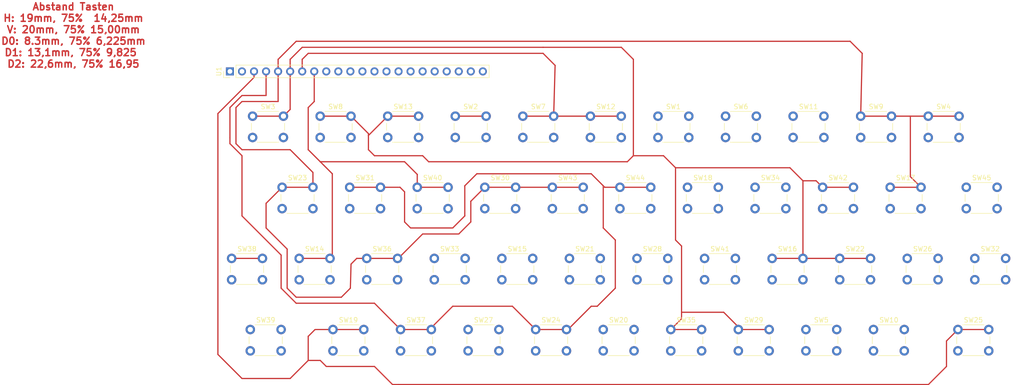
<source format=kicad_pcb>
(kicad_pcb (version 4) (host pcbnew 4.0.1-stable)

  (general
    (links 182)
    (no_connects 130)
    (area 60.87143 20.44 276.900001 101.975002)
    (thickness 1.6)
    (drawings 1)
    (tracks 166)
    (zones 0)
    (modules 46)
    (nets 21)
  )

  (page A4)
  (layers
    (0 F.Cu signal)
    (31 B.Cu signal)
    (32 B.Adhes user)
    (33 F.Adhes user)
    (34 B.Paste user)
    (35 F.Paste user)
    (36 B.SilkS user)
    (37 F.SilkS user)
    (38 B.Mask user)
    (39 F.Mask user)
    (40 Dwgs.User user)
    (41 Cmts.User user)
    (42 Eco1.User user)
    (43 Eco2.User user)
    (44 Edge.Cuts user)
    (45 Margin user)
    (46 B.CrtYd user)
    (47 F.CrtYd user)
    (48 B.Fab user)
    (49 F.Fab user)
  )

  (setup
    (last_trace_width 0.25)
    (trace_clearance 0.25)
    (zone_clearance 0.508)
    (zone_45_only no)
    (trace_min 0.2)
    (segment_width 0.2)
    (edge_width 0.15)
    (via_size 0.6)
    (via_drill 0.4)
    (via_min_size 0.4)
    (via_min_drill 0.3)
    (uvia_size 0.3)
    (uvia_drill 0.1)
    (uvias_allowed no)
    (uvia_min_size 0.2)
    (uvia_min_drill 0.1)
    (pcb_text_width 0.3)
    (pcb_text_size 1.5 1.5)
    (mod_edge_width 0.15)
    (mod_text_size 1 1)
    (mod_text_width 0.15)
    (pad_size 1.524 1.524)
    (pad_drill 0.762)
    (pad_to_mask_clearance 0.2)
    (aux_axis_origin 0 0)
    (visible_elements 7FFFF7FF)
    (pcbplotparams
      (layerselection 0x00030_80000001)
      (usegerberextensions false)
      (excludeedgelayer true)
      (linewidth 0.100000)
      (plotframeref false)
      (viasonmask false)
      (mode 1)
      (useauxorigin false)
      (hpglpennumber 1)
      (hpglpenspeed 20)
      (hpglpendiameter 15)
      (hpglpenoverlay 2)
      (psnegative false)
      (psa4output false)
      (plotreference true)
      (plotvalue true)
      (plotinvisibletext false)
      (padsonsilk false)
      (subtractmaskfromsilk false)
      (outputformat 1)
      (mirror false)
      (drillshape 1)
      (scaleselection 1)
      (outputdirectory ""))
  )

  (net 0 "")
  (net 1 "Net-(SW1-Pad2)")
  (net 2 "Net-(SW1-Pad1)")
  (net 3 "Net-(SW10-Pad1)")
  (net 4 "Net-(SW12-Pad1)")
  (net 5 "Net-(SW13-Pad1)")
  (net 6 "Net-(SW10-Pad2)")
  (net 7 "Net-(SW33-Pad2)")
  (net 8 GND)
  (net 9 VCC)
  (net 10 "Net-(U1-Pad20)")
  (net 11 "Net-(U1-Pad21)")
  (net 12 "Net-(SW17-Pad1)")
  (net 13 "Net-(SW11-Pad2)")
  (net 14 "Net-(SW14-Pad2)")
  (net 15 "Net-(SW19-Pad1)")
  (net 16 "Net-(SW20-Pad2)")
  (net 17 "Net-(SW26-Pad1)")
  (net 18 "Net-(SW27-Pad2)")
  (net 19 "Net-(SW39-Pad1)")
  (net 20 "Net-(SW40-Pad2)")

  (net_class Default "Dies ist die voreingestellte Netzklasse."
    (clearance 0.25)
    (trace_width 0.25)
    (via_dia 0.6)
    (via_drill 0.4)
    (uvia_dia 0.3)
    (uvia_drill 0.1)
    (add_net GND)
    (add_net "Net-(SW1-Pad1)")
    (add_net "Net-(SW1-Pad2)")
    (add_net "Net-(SW10-Pad1)")
    (add_net "Net-(SW10-Pad2)")
    (add_net "Net-(SW11-Pad2)")
    (add_net "Net-(SW12-Pad1)")
    (add_net "Net-(SW13-Pad1)")
    (add_net "Net-(SW14-Pad2)")
    (add_net "Net-(SW17-Pad1)")
    (add_net "Net-(SW19-Pad1)")
    (add_net "Net-(SW20-Pad2)")
    (add_net "Net-(SW26-Pad1)")
    (add_net "Net-(SW27-Pad2)")
    (add_net "Net-(SW33-Pad2)")
    (add_net "Net-(SW39-Pad1)")
    (add_net "Net-(SW40-Pad2)")
    (add_net "Net-(U1-Pad20)")
    (add_net "Net-(U1-Pad21)")
    (add_net VCC)
  )

  (module Buttons_Switches_ThroughHole:SW_PUSH_6mm (layer F.Cu) (tedit 5923F252) (tstamp 5CE10EA3)
    (at 199.5 45)
    (descr https://www.omron.com/ecb/products/pdf/en-b3f.pdf)
    (tags "tact sw push 6mm")
    (path /5CE02AE6)
    (fp_text reference SW1 (at 3.25 -2) (layer F.SilkS)
      (effects (font (size 1 1) (thickness 0.15)))
    )
    (fp_text value key7 (at 3.75 6.7) (layer F.Fab)
      (effects (font (size 1 1) (thickness 0.15)))
    )
    (fp_text user %R (at 3.25 2.25) (layer F.Fab)
      (effects (font (size 1 1) (thickness 0.15)))
    )
    (fp_line (start 3.25 -0.75) (end 6.25 -0.75) (layer F.Fab) (width 0.1))
    (fp_line (start 6.25 -0.75) (end 6.25 5.25) (layer F.Fab) (width 0.1))
    (fp_line (start 6.25 5.25) (end 0.25 5.25) (layer F.Fab) (width 0.1))
    (fp_line (start 0.25 5.25) (end 0.25 -0.75) (layer F.Fab) (width 0.1))
    (fp_line (start 0.25 -0.75) (end 3.25 -0.75) (layer F.Fab) (width 0.1))
    (fp_line (start 7.75 6) (end 8 6) (layer F.CrtYd) (width 0.05))
    (fp_line (start 8 6) (end 8 5.75) (layer F.CrtYd) (width 0.05))
    (fp_line (start 7.75 -1.5) (end 8 -1.5) (layer F.CrtYd) (width 0.05))
    (fp_line (start 8 -1.5) (end 8 -1.25) (layer F.CrtYd) (width 0.05))
    (fp_line (start -1.5 -1.25) (end -1.5 -1.5) (layer F.CrtYd) (width 0.05))
    (fp_line (start -1.5 -1.5) (end -1.25 -1.5) (layer F.CrtYd) (width 0.05))
    (fp_line (start -1.5 5.75) (end -1.5 6) (layer F.CrtYd) (width 0.05))
    (fp_line (start -1.5 6) (end -1.25 6) (layer F.CrtYd) (width 0.05))
    (fp_line (start -1.25 -1.5) (end 7.75 -1.5) (layer F.CrtYd) (width 0.05))
    (fp_line (start -1.5 5.75) (end -1.5 -1.25) (layer F.CrtYd) (width 0.05))
    (fp_line (start 7.75 6) (end -1.25 6) (layer F.CrtYd) (width 0.05))
    (fp_line (start 8 -1.25) (end 8 5.75) (layer F.CrtYd) (width 0.05))
    (fp_line (start 1 5.5) (end 5.5 5.5) (layer F.SilkS) (width 0.12))
    (fp_line (start -0.25 1.5) (end -0.25 3) (layer F.SilkS) (width 0.12))
    (fp_line (start 5.5 -1) (end 1 -1) (layer F.SilkS) (width 0.12))
    (fp_line (start 6.75 3) (end 6.75 1.5) (layer F.SilkS) (width 0.12))
    (fp_circle (center 3.25 2.25) (end 1.25 2.5) (layer F.Fab) (width 0.1))
    (pad 2 thru_hole circle (at 0 4.5 90) (size 2 2) (drill 1.1) (layers *.Cu *.Mask)
      (net 1 "Net-(SW1-Pad2)"))
    (pad 1 thru_hole circle (at 0 0 90) (size 2 2) (drill 1.1) (layers *.Cu *.Mask)
      (net 2 "Net-(SW1-Pad1)"))
    (pad 2 thru_hole circle (at 6.5 4.5 90) (size 2 2) (drill 1.1) (layers *.Cu *.Mask)
      (net 1 "Net-(SW1-Pad2)"))
    (pad 1 thru_hole circle (at 6.5 0 90) (size 2 2) (drill 1.1) (layers *.Cu *.Mask)
      (net 2 "Net-(SW1-Pad1)"))
    (model ${KISYS3DMOD}/Buttons_Switches_THT.3dshapes/SW_PUSH_6mm.wrl
      (at (xyz 0.005 0 0))
      (scale (xyz 0.3937 0.3937 0.3937))
      (rotate (xyz 0 0 0))
    )
  )

  (module Buttons_Switches_ThroughHole:SW_PUSH_6mm (layer F.Cu) (tedit 5923F252) (tstamp 5CE10EAB)
    (at 156.75 45)
    (descr https://www.omron.com/ecb/products/pdf/en-b3f.pdf)
    (tags "tact sw push 6mm")
    (path /5CE02B16)
    (fp_text reference SW2 (at 3.25 -2) (layer F.SilkS)
      (effects (font (size 1 1) (thickness 0.15)))
    )
    (fp_text value key4 (at 3.75 6.7) (layer F.Fab)
      (effects (font (size 1 1) (thickness 0.15)))
    )
    (fp_text user %R (at 3.25 2.25) (layer F.Fab)
      (effects (font (size 1 1) (thickness 0.15)))
    )
    (fp_line (start 3.25 -0.75) (end 6.25 -0.75) (layer F.Fab) (width 0.1))
    (fp_line (start 6.25 -0.75) (end 6.25 5.25) (layer F.Fab) (width 0.1))
    (fp_line (start 6.25 5.25) (end 0.25 5.25) (layer F.Fab) (width 0.1))
    (fp_line (start 0.25 5.25) (end 0.25 -0.75) (layer F.Fab) (width 0.1))
    (fp_line (start 0.25 -0.75) (end 3.25 -0.75) (layer F.Fab) (width 0.1))
    (fp_line (start 7.75 6) (end 8 6) (layer F.CrtYd) (width 0.05))
    (fp_line (start 8 6) (end 8 5.75) (layer F.CrtYd) (width 0.05))
    (fp_line (start 7.75 -1.5) (end 8 -1.5) (layer F.CrtYd) (width 0.05))
    (fp_line (start 8 -1.5) (end 8 -1.25) (layer F.CrtYd) (width 0.05))
    (fp_line (start -1.5 -1.25) (end -1.5 -1.5) (layer F.CrtYd) (width 0.05))
    (fp_line (start -1.5 -1.5) (end -1.25 -1.5) (layer F.CrtYd) (width 0.05))
    (fp_line (start -1.5 5.75) (end -1.5 6) (layer F.CrtYd) (width 0.05))
    (fp_line (start -1.5 6) (end -1.25 6) (layer F.CrtYd) (width 0.05))
    (fp_line (start -1.25 -1.5) (end 7.75 -1.5) (layer F.CrtYd) (width 0.05))
    (fp_line (start -1.5 5.75) (end -1.5 -1.25) (layer F.CrtYd) (width 0.05))
    (fp_line (start 7.75 6) (end -1.25 6) (layer F.CrtYd) (width 0.05))
    (fp_line (start 8 -1.25) (end 8 5.75) (layer F.CrtYd) (width 0.05))
    (fp_line (start 1 5.5) (end 5.5 5.5) (layer F.SilkS) (width 0.12))
    (fp_line (start -0.25 1.5) (end -0.25 3) (layer F.SilkS) (width 0.12))
    (fp_line (start 5.5 -1) (end 1 -1) (layer F.SilkS) (width 0.12))
    (fp_line (start 6.75 3) (end 6.75 1.5) (layer F.SilkS) (width 0.12))
    (fp_circle (center 3.25 2.25) (end 1.25 2.5) (layer F.Fab) (width 0.1))
    (pad 2 thru_hole circle (at 0 4.5 90) (size 2 2) (drill 1.1) (layers *.Cu *.Mask)
      (net 1 "Net-(SW1-Pad2)"))
    (pad 1 thru_hole circle (at 0 0 90) (size 2 2) (drill 1.1) (layers *.Cu *.Mask)
      (net 4 "Net-(SW12-Pad1)"))
    (pad 2 thru_hole circle (at 6.5 4.5 90) (size 2 2) (drill 1.1) (layers *.Cu *.Mask)
      (net 1 "Net-(SW1-Pad2)"))
    (pad 1 thru_hole circle (at 6.5 0 90) (size 2 2) (drill 1.1) (layers *.Cu *.Mask)
      (net 4 "Net-(SW12-Pad1)"))
    (model ${KISYS3DMOD}/Buttons_Switches_THT.3dshapes/SW_PUSH_6mm.wrl
      (at (xyz 0.005 0 0))
      (scale (xyz 0.3937 0.3937 0.3937))
      (rotate (xyz 0 0 0))
    )
  )

  (module Buttons_Switches_ThroughHole:SW_PUSH_6mm (layer F.Cu) (tedit 5923F252) (tstamp 5CE10EB3)
    (at 114 45)
    (descr https://www.omron.com/ecb/products/pdf/en-b3f.pdf)
    (tags "tact sw push 6mm")
    (path /5CE0231E)
    (fp_text reference SW3 (at 3.25 -2) (layer F.SilkS)
      (effects (font (size 1 1) (thickness 0.15)))
    )
    (fp_text value key1 (at 3.75 6.7) (layer F.Fab)
      (effects (font (size 1 1) (thickness 0.15)))
    )
    (fp_text user %R (at 3.25 2.25) (layer F.Fab)
      (effects (font (size 1 1) (thickness 0.15)))
    )
    (fp_line (start 3.25 -0.75) (end 6.25 -0.75) (layer F.Fab) (width 0.1))
    (fp_line (start 6.25 -0.75) (end 6.25 5.25) (layer F.Fab) (width 0.1))
    (fp_line (start 6.25 5.25) (end 0.25 5.25) (layer F.Fab) (width 0.1))
    (fp_line (start 0.25 5.25) (end 0.25 -0.75) (layer F.Fab) (width 0.1))
    (fp_line (start 0.25 -0.75) (end 3.25 -0.75) (layer F.Fab) (width 0.1))
    (fp_line (start 7.75 6) (end 8 6) (layer F.CrtYd) (width 0.05))
    (fp_line (start 8 6) (end 8 5.75) (layer F.CrtYd) (width 0.05))
    (fp_line (start 7.75 -1.5) (end 8 -1.5) (layer F.CrtYd) (width 0.05))
    (fp_line (start 8 -1.5) (end 8 -1.25) (layer F.CrtYd) (width 0.05))
    (fp_line (start -1.5 -1.25) (end -1.5 -1.5) (layer F.CrtYd) (width 0.05))
    (fp_line (start -1.5 -1.5) (end -1.25 -1.5) (layer F.CrtYd) (width 0.05))
    (fp_line (start -1.5 5.75) (end -1.5 6) (layer F.CrtYd) (width 0.05))
    (fp_line (start -1.5 6) (end -1.25 6) (layer F.CrtYd) (width 0.05))
    (fp_line (start -1.25 -1.5) (end 7.75 -1.5) (layer F.CrtYd) (width 0.05))
    (fp_line (start -1.5 5.75) (end -1.5 -1.25) (layer F.CrtYd) (width 0.05))
    (fp_line (start 7.75 6) (end -1.25 6) (layer F.CrtYd) (width 0.05))
    (fp_line (start 8 -1.25) (end 8 5.75) (layer F.CrtYd) (width 0.05))
    (fp_line (start 1 5.5) (end 5.5 5.5) (layer F.SilkS) (width 0.12))
    (fp_line (start -0.25 1.5) (end -0.25 3) (layer F.SilkS) (width 0.12))
    (fp_line (start 5.5 -1) (end 1 -1) (layer F.SilkS) (width 0.12))
    (fp_line (start 6.75 3) (end 6.75 1.5) (layer F.SilkS) (width 0.12))
    (fp_circle (center 3.25 2.25) (end 1.25 2.5) (layer F.Fab) (width 0.1))
    (pad 2 thru_hole circle (at 0 4.5 90) (size 2 2) (drill 1.1) (layers *.Cu *.Mask)
      (net 1 "Net-(SW1-Pad2)"))
    (pad 1 thru_hole circle (at 0 0 90) (size 2 2) (drill 1.1) (layers *.Cu *.Mask)
      (net 5 "Net-(SW13-Pad1)"))
    (pad 2 thru_hole circle (at 6.5 4.5 90) (size 2 2) (drill 1.1) (layers *.Cu *.Mask)
      (net 1 "Net-(SW1-Pad2)"))
    (pad 1 thru_hole circle (at 6.5 0 90) (size 2 2) (drill 1.1) (layers *.Cu *.Mask)
      (net 5 "Net-(SW13-Pad1)"))
    (model ${KISYS3DMOD}/Buttons_Switches_THT.3dshapes/SW_PUSH_6mm.wrl
      (at (xyz 0.005 0 0))
      (scale (xyz 0.3937 0.3937 0.3937))
      (rotate (xyz 0 0 0))
    )
  )

  (module Buttons_Switches_ThroughHole:SW_PUSH_6mm (layer F.Cu) (tedit 5923F252) (tstamp 5CE10EBB)
    (at 256.5 45)
    (descr https://www.omron.com/ecb/products/pdf/en-b3f.pdf)
    (tags "tact sw push 6mm")
    (path /5CE027F1)
    (fp_text reference SW4 (at 3.25 -2) (layer F.SilkS)
      (effects (font (size 1 1) (thickness 0.15)))
    )
    (fp_text value key-/ß (at 3.75 6.7) (layer F.Fab)
      (effects (font (size 1 1) (thickness 0.15)))
    )
    (fp_text user %R (at 3.25 2.25) (layer F.Fab)
      (effects (font (size 1 1) (thickness 0.15)))
    )
    (fp_line (start 3.25 -0.75) (end 6.25 -0.75) (layer F.Fab) (width 0.1))
    (fp_line (start 6.25 -0.75) (end 6.25 5.25) (layer F.Fab) (width 0.1))
    (fp_line (start 6.25 5.25) (end 0.25 5.25) (layer F.Fab) (width 0.1))
    (fp_line (start 0.25 5.25) (end 0.25 -0.75) (layer F.Fab) (width 0.1))
    (fp_line (start 0.25 -0.75) (end 3.25 -0.75) (layer F.Fab) (width 0.1))
    (fp_line (start 7.75 6) (end 8 6) (layer F.CrtYd) (width 0.05))
    (fp_line (start 8 6) (end 8 5.75) (layer F.CrtYd) (width 0.05))
    (fp_line (start 7.75 -1.5) (end 8 -1.5) (layer F.CrtYd) (width 0.05))
    (fp_line (start 8 -1.5) (end 8 -1.25) (layer F.CrtYd) (width 0.05))
    (fp_line (start -1.5 -1.25) (end -1.5 -1.5) (layer F.CrtYd) (width 0.05))
    (fp_line (start -1.5 -1.5) (end -1.25 -1.5) (layer F.CrtYd) (width 0.05))
    (fp_line (start -1.5 5.75) (end -1.5 6) (layer F.CrtYd) (width 0.05))
    (fp_line (start -1.5 6) (end -1.25 6) (layer F.CrtYd) (width 0.05))
    (fp_line (start -1.25 -1.5) (end 7.75 -1.5) (layer F.CrtYd) (width 0.05))
    (fp_line (start -1.5 5.75) (end -1.5 -1.25) (layer F.CrtYd) (width 0.05))
    (fp_line (start 7.75 6) (end -1.25 6) (layer F.CrtYd) (width 0.05))
    (fp_line (start 8 -1.25) (end 8 5.75) (layer F.CrtYd) (width 0.05))
    (fp_line (start 1 5.5) (end 5.5 5.5) (layer F.SilkS) (width 0.12))
    (fp_line (start -0.25 1.5) (end -0.25 3) (layer F.SilkS) (width 0.12))
    (fp_line (start 5.5 -1) (end 1 -1) (layer F.SilkS) (width 0.12))
    (fp_line (start 6.75 3) (end 6.75 1.5) (layer F.SilkS) (width 0.12))
    (fp_circle (center 3.25 2.25) (end 1.25 2.5) (layer F.Fab) (width 0.1))
    (pad 2 thru_hole circle (at 0 4.5 90) (size 2 2) (drill 1.1) (layers *.Cu *.Mask)
      (net 1 "Net-(SW1-Pad2)"))
    (pad 1 thru_hole circle (at 0 0 90) (size 2 2) (drill 1.1) (layers *.Cu *.Mask)
      (net 12 "Net-(SW17-Pad1)"))
    (pad 2 thru_hole circle (at 6.5 4.5 90) (size 2 2) (drill 1.1) (layers *.Cu *.Mask)
      (net 1 "Net-(SW1-Pad2)"))
    (pad 1 thru_hole circle (at 6.5 0 90) (size 2 2) (drill 1.1) (layers *.Cu *.Mask)
      (net 12 "Net-(SW17-Pad1)"))
    (model ${KISYS3DMOD}/Buttons_Switches_THT.3dshapes/SW_PUSH_6mm.wrl
      (at (xyz 0.005 0 0))
      (scale (xyz 0.3937 0.3937 0.3937))
      (rotate (xyz 0 0 0))
    )
  )

  (module Buttons_Switches_ThroughHole:SW_PUSH_6mm (layer F.Cu) (tedit 5923F252) (tstamp 5CE10EC3)
    (at 230.7 90)
    (descr https://www.omron.com/ecb/products/pdf/en-b3f.pdf)
    (tags "tact sw push 6mm")
    (path /5CE0314E)
    (fp_text reference SW5 (at 3.25 -2) (layer F.SilkS)
      (effects (font (size 1 1) (thickness 0.15)))
    )
    (fp_text value key-comma (at 3.75 6.7) (layer F.Fab)
      (effects (font (size 1 1) (thickness 0.15)))
    )
    (fp_text user %R (at 3.25 2.25) (layer F.Fab)
      (effects (font (size 1 1) (thickness 0.15)))
    )
    (fp_line (start 3.25 -0.75) (end 6.25 -0.75) (layer F.Fab) (width 0.1))
    (fp_line (start 6.25 -0.75) (end 6.25 5.25) (layer F.Fab) (width 0.1))
    (fp_line (start 6.25 5.25) (end 0.25 5.25) (layer F.Fab) (width 0.1))
    (fp_line (start 0.25 5.25) (end 0.25 -0.75) (layer F.Fab) (width 0.1))
    (fp_line (start 0.25 -0.75) (end 3.25 -0.75) (layer F.Fab) (width 0.1))
    (fp_line (start 7.75 6) (end 8 6) (layer F.CrtYd) (width 0.05))
    (fp_line (start 8 6) (end 8 5.75) (layer F.CrtYd) (width 0.05))
    (fp_line (start 7.75 -1.5) (end 8 -1.5) (layer F.CrtYd) (width 0.05))
    (fp_line (start 8 -1.5) (end 8 -1.25) (layer F.CrtYd) (width 0.05))
    (fp_line (start -1.5 -1.25) (end -1.5 -1.5) (layer F.CrtYd) (width 0.05))
    (fp_line (start -1.5 -1.5) (end -1.25 -1.5) (layer F.CrtYd) (width 0.05))
    (fp_line (start -1.5 5.75) (end -1.5 6) (layer F.CrtYd) (width 0.05))
    (fp_line (start -1.5 6) (end -1.25 6) (layer F.CrtYd) (width 0.05))
    (fp_line (start -1.25 -1.5) (end 7.75 -1.5) (layer F.CrtYd) (width 0.05))
    (fp_line (start -1.5 5.75) (end -1.5 -1.25) (layer F.CrtYd) (width 0.05))
    (fp_line (start 7.75 6) (end -1.25 6) (layer F.CrtYd) (width 0.05))
    (fp_line (start 8 -1.25) (end 8 5.75) (layer F.CrtYd) (width 0.05))
    (fp_line (start 1 5.5) (end 5.5 5.5) (layer F.SilkS) (width 0.12))
    (fp_line (start -0.25 1.5) (end -0.25 3) (layer F.SilkS) (width 0.12))
    (fp_line (start 5.5 -1) (end 1 -1) (layer F.SilkS) (width 0.12))
    (fp_line (start 6.75 3) (end 6.75 1.5) (layer F.SilkS) (width 0.12))
    (fp_circle (center 3.25 2.25) (end 1.25 2.5) (layer F.Fab) (width 0.1))
    (pad 2 thru_hole circle (at 0 4.5 90) (size 2 2) (drill 1.1) (layers *.Cu *.Mask)
      (net 1 "Net-(SW1-Pad2)"))
    (pad 1 thru_hole circle (at 0 0 90) (size 2 2) (drill 1.1) (layers *.Cu *.Mask)
      (net 3 "Net-(SW10-Pad1)"))
    (pad 2 thru_hole circle (at 6.5 4.5 90) (size 2 2) (drill 1.1) (layers *.Cu *.Mask)
      (net 1 "Net-(SW1-Pad2)"))
    (pad 1 thru_hole circle (at 6.5 0 90) (size 2 2) (drill 1.1) (layers *.Cu *.Mask)
      (net 3 "Net-(SW10-Pad1)"))
    (model ${KISYS3DMOD}/Buttons_Switches_THT.3dshapes/SW_PUSH_6mm.wrl
      (at (xyz 0.005 0 0))
      (scale (xyz 0.3937 0.3937 0.3937))
      (rotate (xyz 0 0 0))
    )
  )

  (module Buttons_Switches_ThroughHole:SW_PUSH_6mm (layer F.Cu) (tedit 5923F252) (tstamp 5CE10ECB)
    (at 213.75 45)
    (descr https://www.omron.com/ecb/products/pdf/en-b3f.pdf)
    (tags "tact sw push 6mm")
    (path /5CE02AEC)
    (fp_text reference SW6 (at 3.25 -2) (layer F.SilkS)
      (effects (font (size 1 1) (thickness 0.15)))
    )
    (fp_text value key8 (at 3.75 6.7) (layer F.Fab)
      (effects (font (size 1 1) (thickness 0.15)))
    )
    (fp_text user %R (at 3.25 2.25) (layer F.Fab)
      (effects (font (size 1 1) (thickness 0.15)))
    )
    (fp_line (start 3.25 -0.75) (end 6.25 -0.75) (layer F.Fab) (width 0.1))
    (fp_line (start 6.25 -0.75) (end 6.25 5.25) (layer F.Fab) (width 0.1))
    (fp_line (start 6.25 5.25) (end 0.25 5.25) (layer F.Fab) (width 0.1))
    (fp_line (start 0.25 5.25) (end 0.25 -0.75) (layer F.Fab) (width 0.1))
    (fp_line (start 0.25 -0.75) (end 3.25 -0.75) (layer F.Fab) (width 0.1))
    (fp_line (start 7.75 6) (end 8 6) (layer F.CrtYd) (width 0.05))
    (fp_line (start 8 6) (end 8 5.75) (layer F.CrtYd) (width 0.05))
    (fp_line (start 7.75 -1.5) (end 8 -1.5) (layer F.CrtYd) (width 0.05))
    (fp_line (start 8 -1.5) (end 8 -1.25) (layer F.CrtYd) (width 0.05))
    (fp_line (start -1.5 -1.25) (end -1.5 -1.5) (layer F.CrtYd) (width 0.05))
    (fp_line (start -1.5 -1.5) (end -1.25 -1.5) (layer F.CrtYd) (width 0.05))
    (fp_line (start -1.5 5.75) (end -1.5 6) (layer F.CrtYd) (width 0.05))
    (fp_line (start -1.5 6) (end -1.25 6) (layer F.CrtYd) (width 0.05))
    (fp_line (start -1.25 -1.5) (end 7.75 -1.5) (layer F.CrtYd) (width 0.05))
    (fp_line (start -1.5 5.75) (end -1.5 -1.25) (layer F.CrtYd) (width 0.05))
    (fp_line (start 7.75 6) (end -1.25 6) (layer F.CrtYd) (width 0.05))
    (fp_line (start 8 -1.25) (end 8 5.75) (layer F.CrtYd) (width 0.05))
    (fp_line (start 1 5.5) (end 5.5 5.5) (layer F.SilkS) (width 0.12))
    (fp_line (start -0.25 1.5) (end -0.25 3) (layer F.SilkS) (width 0.12))
    (fp_line (start 5.5 -1) (end 1 -1) (layer F.SilkS) (width 0.12))
    (fp_line (start 6.75 3) (end 6.75 1.5) (layer F.SilkS) (width 0.12))
    (fp_circle (center 3.25 2.25) (end 1.25 2.5) (layer F.Fab) (width 0.1))
    (pad 2 thru_hole circle (at 0 4.5 90) (size 2 2) (drill 1.1) (layers *.Cu *.Mask)
      (net 6 "Net-(SW10-Pad2)"))
    (pad 1 thru_hole circle (at 0 0 90) (size 2 2) (drill 1.1) (layers *.Cu *.Mask)
      (net 2 "Net-(SW1-Pad1)"))
    (pad 2 thru_hole circle (at 6.5 4.5 90) (size 2 2) (drill 1.1) (layers *.Cu *.Mask)
      (net 6 "Net-(SW10-Pad2)"))
    (pad 1 thru_hole circle (at 6.5 0 90) (size 2 2) (drill 1.1) (layers *.Cu *.Mask)
      (net 2 "Net-(SW1-Pad1)"))
    (model ${KISYS3DMOD}/Buttons_Switches_THT.3dshapes/SW_PUSH_6mm.wrl
      (at (xyz 0.005 0 0))
      (scale (xyz 0.3937 0.3937 0.3937))
      (rotate (xyz 0 0 0))
    )
  )

  (module Buttons_Switches_ThroughHole:SW_PUSH_6mm (layer F.Cu) (tedit 5923F252) (tstamp 5CE10ED3)
    (at 171 45)
    (descr https://www.omron.com/ecb/products/pdf/en-b3f.pdf)
    (tags "tact sw push 6mm")
    (path /5CE02B1C)
    (fp_text reference SW7 (at 3.25 -2) (layer F.SilkS)
      (effects (font (size 1 1) (thickness 0.15)))
    )
    (fp_text value key5 (at 3.75 6.7) (layer F.Fab)
      (effects (font (size 1 1) (thickness 0.15)))
    )
    (fp_text user %R (at 3.25 2.25) (layer F.Fab)
      (effects (font (size 1 1) (thickness 0.15)))
    )
    (fp_line (start 3.25 -0.75) (end 6.25 -0.75) (layer F.Fab) (width 0.1))
    (fp_line (start 6.25 -0.75) (end 6.25 5.25) (layer F.Fab) (width 0.1))
    (fp_line (start 6.25 5.25) (end 0.25 5.25) (layer F.Fab) (width 0.1))
    (fp_line (start 0.25 5.25) (end 0.25 -0.75) (layer F.Fab) (width 0.1))
    (fp_line (start 0.25 -0.75) (end 3.25 -0.75) (layer F.Fab) (width 0.1))
    (fp_line (start 7.75 6) (end 8 6) (layer F.CrtYd) (width 0.05))
    (fp_line (start 8 6) (end 8 5.75) (layer F.CrtYd) (width 0.05))
    (fp_line (start 7.75 -1.5) (end 8 -1.5) (layer F.CrtYd) (width 0.05))
    (fp_line (start 8 -1.5) (end 8 -1.25) (layer F.CrtYd) (width 0.05))
    (fp_line (start -1.5 -1.25) (end -1.5 -1.5) (layer F.CrtYd) (width 0.05))
    (fp_line (start -1.5 -1.5) (end -1.25 -1.5) (layer F.CrtYd) (width 0.05))
    (fp_line (start -1.5 5.75) (end -1.5 6) (layer F.CrtYd) (width 0.05))
    (fp_line (start -1.5 6) (end -1.25 6) (layer F.CrtYd) (width 0.05))
    (fp_line (start -1.25 -1.5) (end 7.75 -1.5) (layer F.CrtYd) (width 0.05))
    (fp_line (start -1.5 5.75) (end -1.5 -1.25) (layer F.CrtYd) (width 0.05))
    (fp_line (start 7.75 6) (end -1.25 6) (layer F.CrtYd) (width 0.05))
    (fp_line (start 8 -1.25) (end 8 5.75) (layer F.CrtYd) (width 0.05))
    (fp_line (start 1 5.5) (end 5.5 5.5) (layer F.SilkS) (width 0.12))
    (fp_line (start -0.25 1.5) (end -0.25 3) (layer F.SilkS) (width 0.12))
    (fp_line (start 5.5 -1) (end 1 -1) (layer F.SilkS) (width 0.12))
    (fp_line (start 6.75 3) (end 6.75 1.5) (layer F.SilkS) (width 0.12))
    (fp_circle (center 3.25 2.25) (end 1.25 2.5) (layer F.Fab) (width 0.1))
    (pad 2 thru_hole circle (at 0 4.5 90) (size 2 2) (drill 1.1) (layers *.Cu *.Mask)
      (net 6 "Net-(SW10-Pad2)"))
    (pad 1 thru_hole circle (at 0 0 90) (size 2 2) (drill 1.1) (layers *.Cu *.Mask)
      (net 4 "Net-(SW12-Pad1)"))
    (pad 2 thru_hole circle (at 6.5 4.5 90) (size 2 2) (drill 1.1) (layers *.Cu *.Mask)
      (net 6 "Net-(SW10-Pad2)"))
    (pad 1 thru_hole circle (at 6.5 0 90) (size 2 2) (drill 1.1) (layers *.Cu *.Mask)
      (net 4 "Net-(SW12-Pad1)"))
    (model ${KISYS3DMOD}/Buttons_Switches_THT.3dshapes/SW_PUSH_6mm.wrl
      (at (xyz 0.005 0 0))
      (scale (xyz 0.3937 0.3937 0.3937))
      (rotate (xyz 0 0 0))
    )
  )

  (module Buttons_Switches_ThroughHole:SW_PUSH_6mm (layer F.Cu) (tedit 5923F252) (tstamp 5CE10EDB)
    (at 128.25 45)
    (descr https://www.omron.com/ecb/products/pdf/en-b3f.pdf)
    (tags "tact sw push 6mm")
    (path /5CE02400)
    (fp_text reference SW8 (at 3.25 -2) (layer F.SilkS)
      (effects (font (size 1 1) (thickness 0.15)))
    )
    (fp_text value key2 (at 3.75 6.7) (layer F.Fab)
      (effects (font (size 1 1) (thickness 0.15)))
    )
    (fp_text user %R (at 3.25 2.25) (layer F.Fab)
      (effects (font (size 1 1) (thickness 0.15)))
    )
    (fp_line (start 3.25 -0.75) (end 6.25 -0.75) (layer F.Fab) (width 0.1))
    (fp_line (start 6.25 -0.75) (end 6.25 5.25) (layer F.Fab) (width 0.1))
    (fp_line (start 6.25 5.25) (end 0.25 5.25) (layer F.Fab) (width 0.1))
    (fp_line (start 0.25 5.25) (end 0.25 -0.75) (layer F.Fab) (width 0.1))
    (fp_line (start 0.25 -0.75) (end 3.25 -0.75) (layer F.Fab) (width 0.1))
    (fp_line (start 7.75 6) (end 8 6) (layer F.CrtYd) (width 0.05))
    (fp_line (start 8 6) (end 8 5.75) (layer F.CrtYd) (width 0.05))
    (fp_line (start 7.75 -1.5) (end 8 -1.5) (layer F.CrtYd) (width 0.05))
    (fp_line (start 8 -1.5) (end 8 -1.25) (layer F.CrtYd) (width 0.05))
    (fp_line (start -1.5 -1.25) (end -1.5 -1.5) (layer F.CrtYd) (width 0.05))
    (fp_line (start -1.5 -1.5) (end -1.25 -1.5) (layer F.CrtYd) (width 0.05))
    (fp_line (start -1.5 5.75) (end -1.5 6) (layer F.CrtYd) (width 0.05))
    (fp_line (start -1.5 6) (end -1.25 6) (layer F.CrtYd) (width 0.05))
    (fp_line (start -1.25 -1.5) (end 7.75 -1.5) (layer F.CrtYd) (width 0.05))
    (fp_line (start -1.5 5.75) (end -1.5 -1.25) (layer F.CrtYd) (width 0.05))
    (fp_line (start 7.75 6) (end -1.25 6) (layer F.CrtYd) (width 0.05))
    (fp_line (start 8 -1.25) (end 8 5.75) (layer F.CrtYd) (width 0.05))
    (fp_line (start 1 5.5) (end 5.5 5.5) (layer F.SilkS) (width 0.12))
    (fp_line (start -0.25 1.5) (end -0.25 3) (layer F.SilkS) (width 0.12))
    (fp_line (start 5.5 -1) (end 1 -1) (layer F.SilkS) (width 0.12))
    (fp_line (start 6.75 3) (end 6.75 1.5) (layer F.SilkS) (width 0.12))
    (fp_circle (center 3.25 2.25) (end 1.25 2.5) (layer F.Fab) (width 0.1))
    (pad 2 thru_hole circle (at 0 4.5 90) (size 2 2) (drill 1.1) (layers *.Cu *.Mask)
      (net 6 "Net-(SW10-Pad2)"))
    (pad 1 thru_hole circle (at 0 0 90) (size 2 2) (drill 1.1) (layers *.Cu *.Mask)
      (net 5 "Net-(SW13-Pad1)"))
    (pad 2 thru_hole circle (at 6.5 4.5 90) (size 2 2) (drill 1.1) (layers *.Cu *.Mask)
      (net 6 "Net-(SW10-Pad2)"))
    (pad 1 thru_hole circle (at 6.5 0 90) (size 2 2) (drill 1.1) (layers *.Cu *.Mask)
      (net 5 "Net-(SW13-Pad1)"))
    (model ${KISYS3DMOD}/Buttons_Switches_THT.3dshapes/SW_PUSH_6mm.wrl
      (at (xyz 0.005 0 0))
      (scale (xyz 0.3937 0.3937 0.3937))
      (rotate (xyz 0 0 0))
    )
  )

  (module Buttons_Switches_ThroughHole:SW_PUSH_6mm (layer F.Cu) (tedit 5923F252) (tstamp 5CE10EE3)
    (at 242.25 45)
    (descr https://www.omron.com/ecb/products/pdf/en-b3f.pdf)
    (tags "tact sw push 6mm")
    (path /5CE027F7)
    (fp_text reference SW9 (at 3.25 -2) (layer F.SilkS)
      (effects (font (size 1 1) (thickness 0.15)))
    )
    (fp_text value key0 (at 3.75 6.7) (layer F.Fab)
      (effects (font (size 1 1) (thickness 0.15)))
    )
    (fp_text user %R (at 3.25 2.25) (layer F.Fab)
      (effects (font (size 1 1) (thickness 0.15)))
    )
    (fp_line (start 3.25 -0.75) (end 6.25 -0.75) (layer F.Fab) (width 0.1))
    (fp_line (start 6.25 -0.75) (end 6.25 5.25) (layer F.Fab) (width 0.1))
    (fp_line (start 6.25 5.25) (end 0.25 5.25) (layer F.Fab) (width 0.1))
    (fp_line (start 0.25 5.25) (end 0.25 -0.75) (layer F.Fab) (width 0.1))
    (fp_line (start 0.25 -0.75) (end 3.25 -0.75) (layer F.Fab) (width 0.1))
    (fp_line (start 7.75 6) (end 8 6) (layer F.CrtYd) (width 0.05))
    (fp_line (start 8 6) (end 8 5.75) (layer F.CrtYd) (width 0.05))
    (fp_line (start 7.75 -1.5) (end 8 -1.5) (layer F.CrtYd) (width 0.05))
    (fp_line (start 8 -1.5) (end 8 -1.25) (layer F.CrtYd) (width 0.05))
    (fp_line (start -1.5 -1.25) (end -1.5 -1.5) (layer F.CrtYd) (width 0.05))
    (fp_line (start -1.5 -1.5) (end -1.25 -1.5) (layer F.CrtYd) (width 0.05))
    (fp_line (start -1.5 5.75) (end -1.5 6) (layer F.CrtYd) (width 0.05))
    (fp_line (start -1.5 6) (end -1.25 6) (layer F.CrtYd) (width 0.05))
    (fp_line (start -1.25 -1.5) (end 7.75 -1.5) (layer F.CrtYd) (width 0.05))
    (fp_line (start -1.5 5.75) (end -1.5 -1.25) (layer F.CrtYd) (width 0.05))
    (fp_line (start 7.75 6) (end -1.25 6) (layer F.CrtYd) (width 0.05))
    (fp_line (start 8 -1.25) (end 8 5.75) (layer F.CrtYd) (width 0.05))
    (fp_line (start 1 5.5) (end 5.5 5.5) (layer F.SilkS) (width 0.12))
    (fp_line (start -0.25 1.5) (end -0.25 3) (layer F.SilkS) (width 0.12))
    (fp_line (start 5.5 -1) (end 1 -1) (layer F.SilkS) (width 0.12))
    (fp_line (start 6.75 3) (end 6.75 1.5) (layer F.SilkS) (width 0.12))
    (fp_circle (center 3.25 2.25) (end 1.25 2.5) (layer F.Fab) (width 0.1))
    (pad 2 thru_hole circle (at 0 4.5 90) (size 2 2) (drill 1.1) (layers *.Cu *.Mask)
      (net 6 "Net-(SW10-Pad2)"))
    (pad 1 thru_hole circle (at 0 0 90) (size 2 2) (drill 1.1) (layers *.Cu *.Mask)
      (net 12 "Net-(SW17-Pad1)"))
    (pad 2 thru_hole circle (at 6.5 4.5 90) (size 2 2) (drill 1.1) (layers *.Cu *.Mask)
      (net 6 "Net-(SW10-Pad2)"))
    (pad 1 thru_hole circle (at 6.5 0 90) (size 2 2) (drill 1.1) (layers *.Cu *.Mask)
      (net 12 "Net-(SW17-Pad1)"))
    (model ${KISYS3DMOD}/Buttons_Switches_THT.3dshapes/SW_PUSH_6mm.wrl
      (at (xyz 0.005 0 0))
      (scale (xyz 0.3937 0.3937 0.3937))
      (rotate (xyz 0 0 0))
    )
  )

  (module Buttons_Switches_ThroughHole:SW_PUSH_6mm (layer F.Cu) (tedit 5923F252) (tstamp 5CE10EEB)
    (at 244.95 90)
    (descr https://www.omron.com/ecb/products/pdf/en-b3f.pdf)
    (tags "tact sw push 6mm")
    (path /5CE03154)
    (fp_text reference SW10 (at 3.25 -2) (layer F.SilkS)
      (effects (font (size 1 1) (thickness 0.15)))
    )
    (fp_text value key-dot (at 3.75 6.7) (layer F.Fab)
      (effects (font (size 1 1) (thickness 0.15)))
    )
    (fp_text user %R (at 3.25 2.25) (layer F.Fab)
      (effects (font (size 1 1) (thickness 0.15)))
    )
    (fp_line (start 3.25 -0.75) (end 6.25 -0.75) (layer F.Fab) (width 0.1))
    (fp_line (start 6.25 -0.75) (end 6.25 5.25) (layer F.Fab) (width 0.1))
    (fp_line (start 6.25 5.25) (end 0.25 5.25) (layer F.Fab) (width 0.1))
    (fp_line (start 0.25 5.25) (end 0.25 -0.75) (layer F.Fab) (width 0.1))
    (fp_line (start 0.25 -0.75) (end 3.25 -0.75) (layer F.Fab) (width 0.1))
    (fp_line (start 7.75 6) (end 8 6) (layer F.CrtYd) (width 0.05))
    (fp_line (start 8 6) (end 8 5.75) (layer F.CrtYd) (width 0.05))
    (fp_line (start 7.75 -1.5) (end 8 -1.5) (layer F.CrtYd) (width 0.05))
    (fp_line (start 8 -1.5) (end 8 -1.25) (layer F.CrtYd) (width 0.05))
    (fp_line (start -1.5 -1.25) (end -1.5 -1.5) (layer F.CrtYd) (width 0.05))
    (fp_line (start -1.5 -1.5) (end -1.25 -1.5) (layer F.CrtYd) (width 0.05))
    (fp_line (start -1.5 5.75) (end -1.5 6) (layer F.CrtYd) (width 0.05))
    (fp_line (start -1.5 6) (end -1.25 6) (layer F.CrtYd) (width 0.05))
    (fp_line (start -1.25 -1.5) (end 7.75 -1.5) (layer F.CrtYd) (width 0.05))
    (fp_line (start -1.5 5.75) (end -1.5 -1.25) (layer F.CrtYd) (width 0.05))
    (fp_line (start 7.75 6) (end -1.25 6) (layer F.CrtYd) (width 0.05))
    (fp_line (start 8 -1.25) (end 8 5.75) (layer F.CrtYd) (width 0.05))
    (fp_line (start 1 5.5) (end 5.5 5.5) (layer F.SilkS) (width 0.12))
    (fp_line (start -0.25 1.5) (end -0.25 3) (layer F.SilkS) (width 0.12))
    (fp_line (start 5.5 -1) (end 1 -1) (layer F.SilkS) (width 0.12))
    (fp_line (start 6.75 3) (end 6.75 1.5) (layer F.SilkS) (width 0.12))
    (fp_circle (center 3.25 2.25) (end 1.25 2.5) (layer F.Fab) (width 0.1))
    (pad 2 thru_hole circle (at 0 4.5 90) (size 2 2) (drill 1.1) (layers *.Cu *.Mask)
      (net 6 "Net-(SW10-Pad2)"))
    (pad 1 thru_hole circle (at 0 0 90) (size 2 2) (drill 1.1) (layers *.Cu *.Mask)
      (net 3 "Net-(SW10-Pad1)"))
    (pad 2 thru_hole circle (at 6.5 4.5 90) (size 2 2) (drill 1.1) (layers *.Cu *.Mask)
      (net 6 "Net-(SW10-Pad2)"))
    (pad 1 thru_hole circle (at 6.5 0 90) (size 2 2) (drill 1.1) (layers *.Cu *.Mask)
      (net 3 "Net-(SW10-Pad1)"))
    (model ${KISYS3DMOD}/Buttons_Switches_THT.3dshapes/SW_PUSH_6mm.wrl
      (at (xyz 0.005 0 0))
      (scale (xyz 0.3937 0.3937 0.3937))
      (rotate (xyz 0 0 0))
    )
  )

  (module Buttons_Switches_ThroughHole:SW_PUSH_6mm (layer F.Cu) (tedit 5923F252) (tstamp 5CE10EF3)
    (at 228 45)
    (descr https://www.omron.com/ecb/products/pdf/en-b3f.pdf)
    (tags "tact sw push 6mm")
    (path /5CE02AF2)
    (fp_text reference SW11 (at 3.25 -2) (layer F.SilkS)
      (effects (font (size 1 1) (thickness 0.15)))
    )
    (fp_text value key9 (at 3.75 6.7) (layer F.Fab)
      (effects (font (size 1 1) (thickness 0.15)))
    )
    (fp_text user %R (at 3.25 2.25) (layer F.Fab)
      (effects (font (size 1 1) (thickness 0.15)))
    )
    (fp_line (start 3.25 -0.75) (end 6.25 -0.75) (layer F.Fab) (width 0.1))
    (fp_line (start 6.25 -0.75) (end 6.25 5.25) (layer F.Fab) (width 0.1))
    (fp_line (start 6.25 5.25) (end 0.25 5.25) (layer F.Fab) (width 0.1))
    (fp_line (start 0.25 5.25) (end 0.25 -0.75) (layer F.Fab) (width 0.1))
    (fp_line (start 0.25 -0.75) (end 3.25 -0.75) (layer F.Fab) (width 0.1))
    (fp_line (start 7.75 6) (end 8 6) (layer F.CrtYd) (width 0.05))
    (fp_line (start 8 6) (end 8 5.75) (layer F.CrtYd) (width 0.05))
    (fp_line (start 7.75 -1.5) (end 8 -1.5) (layer F.CrtYd) (width 0.05))
    (fp_line (start 8 -1.5) (end 8 -1.25) (layer F.CrtYd) (width 0.05))
    (fp_line (start -1.5 -1.25) (end -1.5 -1.5) (layer F.CrtYd) (width 0.05))
    (fp_line (start -1.5 -1.5) (end -1.25 -1.5) (layer F.CrtYd) (width 0.05))
    (fp_line (start -1.5 5.75) (end -1.5 6) (layer F.CrtYd) (width 0.05))
    (fp_line (start -1.5 6) (end -1.25 6) (layer F.CrtYd) (width 0.05))
    (fp_line (start -1.25 -1.5) (end 7.75 -1.5) (layer F.CrtYd) (width 0.05))
    (fp_line (start -1.5 5.75) (end -1.5 -1.25) (layer F.CrtYd) (width 0.05))
    (fp_line (start 7.75 6) (end -1.25 6) (layer F.CrtYd) (width 0.05))
    (fp_line (start 8 -1.25) (end 8 5.75) (layer F.CrtYd) (width 0.05))
    (fp_line (start 1 5.5) (end 5.5 5.5) (layer F.SilkS) (width 0.12))
    (fp_line (start -0.25 1.5) (end -0.25 3) (layer F.SilkS) (width 0.12))
    (fp_line (start 5.5 -1) (end 1 -1) (layer F.SilkS) (width 0.12))
    (fp_line (start 6.75 3) (end 6.75 1.5) (layer F.SilkS) (width 0.12))
    (fp_circle (center 3.25 2.25) (end 1.25 2.5) (layer F.Fab) (width 0.1))
    (pad 2 thru_hole circle (at 0 4.5 90) (size 2 2) (drill 1.1) (layers *.Cu *.Mask)
      (net 13 "Net-(SW11-Pad2)"))
    (pad 1 thru_hole circle (at 0 0 90) (size 2 2) (drill 1.1) (layers *.Cu *.Mask)
      (net 2 "Net-(SW1-Pad1)"))
    (pad 2 thru_hole circle (at 6.5 4.5 90) (size 2 2) (drill 1.1) (layers *.Cu *.Mask)
      (net 13 "Net-(SW11-Pad2)"))
    (pad 1 thru_hole circle (at 6.5 0 90) (size 2 2) (drill 1.1) (layers *.Cu *.Mask)
      (net 2 "Net-(SW1-Pad1)"))
    (model ${KISYS3DMOD}/Buttons_Switches_THT.3dshapes/SW_PUSH_6mm.wrl
      (at (xyz 0.005 0 0))
      (scale (xyz 0.3937 0.3937 0.3937))
      (rotate (xyz 0 0 0))
    )
  )

  (module Buttons_Switches_ThroughHole:SW_PUSH_6mm (layer F.Cu) (tedit 5923F252) (tstamp 5CE10EFB)
    (at 185.25 45)
    (descr https://www.omron.com/ecb/products/pdf/en-b3f.pdf)
    (tags "tact sw push 6mm")
    (path /5CE02B22)
    (fp_text reference SW12 (at 3.25 -2) (layer F.SilkS)
      (effects (font (size 1 1) (thickness 0.15)))
    )
    (fp_text value key6 (at 3.75 6.7) (layer F.Fab)
      (effects (font (size 1 1) (thickness 0.15)))
    )
    (fp_text user %R (at 3.25 2.25) (layer F.Fab)
      (effects (font (size 1 1) (thickness 0.15)))
    )
    (fp_line (start 3.25 -0.75) (end 6.25 -0.75) (layer F.Fab) (width 0.1))
    (fp_line (start 6.25 -0.75) (end 6.25 5.25) (layer F.Fab) (width 0.1))
    (fp_line (start 6.25 5.25) (end 0.25 5.25) (layer F.Fab) (width 0.1))
    (fp_line (start 0.25 5.25) (end 0.25 -0.75) (layer F.Fab) (width 0.1))
    (fp_line (start 0.25 -0.75) (end 3.25 -0.75) (layer F.Fab) (width 0.1))
    (fp_line (start 7.75 6) (end 8 6) (layer F.CrtYd) (width 0.05))
    (fp_line (start 8 6) (end 8 5.75) (layer F.CrtYd) (width 0.05))
    (fp_line (start 7.75 -1.5) (end 8 -1.5) (layer F.CrtYd) (width 0.05))
    (fp_line (start 8 -1.5) (end 8 -1.25) (layer F.CrtYd) (width 0.05))
    (fp_line (start -1.5 -1.25) (end -1.5 -1.5) (layer F.CrtYd) (width 0.05))
    (fp_line (start -1.5 -1.5) (end -1.25 -1.5) (layer F.CrtYd) (width 0.05))
    (fp_line (start -1.5 5.75) (end -1.5 6) (layer F.CrtYd) (width 0.05))
    (fp_line (start -1.5 6) (end -1.25 6) (layer F.CrtYd) (width 0.05))
    (fp_line (start -1.25 -1.5) (end 7.75 -1.5) (layer F.CrtYd) (width 0.05))
    (fp_line (start -1.5 5.75) (end -1.5 -1.25) (layer F.CrtYd) (width 0.05))
    (fp_line (start 7.75 6) (end -1.25 6) (layer F.CrtYd) (width 0.05))
    (fp_line (start 8 -1.25) (end 8 5.75) (layer F.CrtYd) (width 0.05))
    (fp_line (start 1 5.5) (end 5.5 5.5) (layer F.SilkS) (width 0.12))
    (fp_line (start -0.25 1.5) (end -0.25 3) (layer F.SilkS) (width 0.12))
    (fp_line (start 5.5 -1) (end 1 -1) (layer F.SilkS) (width 0.12))
    (fp_line (start 6.75 3) (end 6.75 1.5) (layer F.SilkS) (width 0.12))
    (fp_circle (center 3.25 2.25) (end 1.25 2.5) (layer F.Fab) (width 0.1))
    (pad 2 thru_hole circle (at 0 4.5 90) (size 2 2) (drill 1.1) (layers *.Cu *.Mask)
      (net 13 "Net-(SW11-Pad2)"))
    (pad 1 thru_hole circle (at 0 0 90) (size 2 2) (drill 1.1) (layers *.Cu *.Mask)
      (net 4 "Net-(SW12-Pad1)"))
    (pad 2 thru_hole circle (at 6.5 4.5 90) (size 2 2) (drill 1.1) (layers *.Cu *.Mask)
      (net 13 "Net-(SW11-Pad2)"))
    (pad 1 thru_hole circle (at 6.5 0 90) (size 2 2) (drill 1.1) (layers *.Cu *.Mask)
      (net 4 "Net-(SW12-Pad1)"))
    (model ${KISYS3DMOD}/Buttons_Switches_THT.3dshapes/SW_PUSH_6mm.wrl
      (at (xyz 0.005 0 0))
      (scale (xyz 0.3937 0.3937 0.3937))
      (rotate (xyz 0 0 0))
    )
  )

  (module Buttons_Switches_ThroughHole:SW_PUSH_6mm (layer F.Cu) (tedit 5923F252) (tstamp 5CE10F03)
    (at 142.5 45)
    (descr https://www.omron.com/ecb/products/pdf/en-b3f.pdf)
    (tags "tact sw push 6mm")
    (path /5CE024D6)
    (fp_text reference SW13 (at 3.25 -2) (layer F.SilkS)
      (effects (font (size 1 1) (thickness 0.15)))
    )
    (fp_text value key3 (at 3.75 6.7) (layer F.Fab)
      (effects (font (size 1 1) (thickness 0.15)))
    )
    (fp_text user %R (at 3.25 2.25) (layer F.Fab)
      (effects (font (size 1 1) (thickness 0.15)))
    )
    (fp_line (start 3.25 -0.75) (end 6.25 -0.75) (layer F.Fab) (width 0.1))
    (fp_line (start 6.25 -0.75) (end 6.25 5.25) (layer F.Fab) (width 0.1))
    (fp_line (start 6.25 5.25) (end 0.25 5.25) (layer F.Fab) (width 0.1))
    (fp_line (start 0.25 5.25) (end 0.25 -0.75) (layer F.Fab) (width 0.1))
    (fp_line (start 0.25 -0.75) (end 3.25 -0.75) (layer F.Fab) (width 0.1))
    (fp_line (start 7.75 6) (end 8 6) (layer F.CrtYd) (width 0.05))
    (fp_line (start 8 6) (end 8 5.75) (layer F.CrtYd) (width 0.05))
    (fp_line (start 7.75 -1.5) (end 8 -1.5) (layer F.CrtYd) (width 0.05))
    (fp_line (start 8 -1.5) (end 8 -1.25) (layer F.CrtYd) (width 0.05))
    (fp_line (start -1.5 -1.25) (end -1.5 -1.5) (layer F.CrtYd) (width 0.05))
    (fp_line (start -1.5 -1.5) (end -1.25 -1.5) (layer F.CrtYd) (width 0.05))
    (fp_line (start -1.5 5.75) (end -1.5 6) (layer F.CrtYd) (width 0.05))
    (fp_line (start -1.5 6) (end -1.25 6) (layer F.CrtYd) (width 0.05))
    (fp_line (start -1.25 -1.5) (end 7.75 -1.5) (layer F.CrtYd) (width 0.05))
    (fp_line (start -1.5 5.75) (end -1.5 -1.25) (layer F.CrtYd) (width 0.05))
    (fp_line (start 7.75 6) (end -1.25 6) (layer F.CrtYd) (width 0.05))
    (fp_line (start 8 -1.25) (end 8 5.75) (layer F.CrtYd) (width 0.05))
    (fp_line (start 1 5.5) (end 5.5 5.5) (layer F.SilkS) (width 0.12))
    (fp_line (start -0.25 1.5) (end -0.25 3) (layer F.SilkS) (width 0.12))
    (fp_line (start 5.5 -1) (end 1 -1) (layer F.SilkS) (width 0.12))
    (fp_line (start 6.75 3) (end 6.75 1.5) (layer F.SilkS) (width 0.12))
    (fp_circle (center 3.25 2.25) (end 1.25 2.5) (layer F.Fab) (width 0.1))
    (pad 2 thru_hole circle (at 0 4.5 90) (size 2 2) (drill 1.1) (layers *.Cu *.Mask)
      (net 13 "Net-(SW11-Pad2)"))
    (pad 1 thru_hole circle (at 0 0 90) (size 2 2) (drill 1.1) (layers *.Cu *.Mask)
      (net 5 "Net-(SW13-Pad1)"))
    (pad 2 thru_hole circle (at 6.5 4.5 90) (size 2 2) (drill 1.1) (layers *.Cu *.Mask)
      (net 13 "Net-(SW11-Pad2)"))
    (pad 1 thru_hole circle (at 6.5 0 90) (size 2 2) (drill 1.1) (layers *.Cu *.Mask)
      (net 5 "Net-(SW13-Pad1)"))
    (model ${KISYS3DMOD}/Buttons_Switches_THT.3dshapes/SW_PUSH_6mm.wrl
      (at (xyz 0.005 0 0))
      (scale (xyz 0.3937 0.3937 0.3937))
      (rotate (xyz 0 0 0))
    )
  )

  (module Buttons_Switches_ThroughHole:SW_PUSH_6mm (layer F.Cu) (tedit 5923F252) (tstamp 5CE10F0B)
    (at 123.825 75)
    (descr https://www.omron.com/ecb/products/pdf/en-b3f.pdf)
    (tags "tact sw push 6mm")
    (path /5CE02AF8)
    (fp_text reference SW14 (at 3.25 -2) (layer F.SilkS)
      (effects (font (size 1 1) (thickness 0.15)))
    )
    (fp_text value keyA (at 3.75 6.7) (layer F.Fab)
      (effects (font (size 1 1) (thickness 0.15)))
    )
    (fp_text user %R (at 3.25 2.25) (layer F.Fab)
      (effects (font (size 1 1) (thickness 0.15)))
    )
    (fp_line (start 3.25 -0.75) (end 6.25 -0.75) (layer F.Fab) (width 0.1))
    (fp_line (start 6.25 -0.75) (end 6.25 5.25) (layer F.Fab) (width 0.1))
    (fp_line (start 6.25 5.25) (end 0.25 5.25) (layer F.Fab) (width 0.1))
    (fp_line (start 0.25 5.25) (end 0.25 -0.75) (layer F.Fab) (width 0.1))
    (fp_line (start 0.25 -0.75) (end 3.25 -0.75) (layer F.Fab) (width 0.1))
    (fp_line (start 7.75 6) (end 8 6) (layer F.CrtYd) (width 0.05))
    (fp_line (start 8 6) (end 8 5.75) (layer F.CrtYd) (width 0.05))
    (fp_line (start 7.75 -1.5) (end 8 -1.5) (layer F.CrtYd) (width 0.05))
    (fp_line (start 8 -1.5) (end 8 -1.25) (layer F.CrtYd) (width 0.05))
    (fp_line (start -1.5 -1.25) (end -1.5 -1.5) (layer F.CrtYd) (width 0.05))
    (fp_line (start -1.5 -1.5) (end -1.25 -1.5) (layer F.CrtYd) (width 0.05))
    (fp_line (start -1.5 5.75) (end -1.5 6) (layer F.CrtYd) (width 0.05))
    (fp_line (start -1.5 6) (end -1.25 6) (layer F.CrtYd) (width 0.05))
    (fp_line (start -1.25 -1.5) (end 7.75 -1.5) (layer F.CrtYd) (width 0.05))
    (fp_line (start -1.5 5.75) (end -1.5 -1.25) (layer F.CrtYd) (width 0.05))
    (fp_line (start 7.75 6) (end -1.25 6) (layer F.CrtYd) (width 0.05))
    (fp_line (start 8 -1.25) (end 8 5.75) (layer F.CrtYd) (width 0.05))
    (fp_line (start 1 5.5) (end 5.5 5.5) (layer F.SilkS) (width 0.12))
    (fp_line (start -0.25 1.5) (end -0.25 3) (layer F.SilkS) (width 0.12))
    (fp_line (start 5.5 -1) (end 1 -1) (layer F.SilkS) (width 0.12))
    (fp_line (start 6.75 3) (end 6.75 1.5) (layer F.SilkS) (width 0.12))
    (fp_circle (center 3.25 2.25) (end 1.25 2.5) (layer F.Fab) (width 0.1))
    (pad 2 thru_hole circle (at 0 4.5 90) (size 2 2) (drill 1.1) (layers *.Cu *.Mask)
      (net 14 "Net-(SW14-Pad2)"))
    (pad 1 thru_hole circle (at 0 0 90) (size 2 2) (drill 1.1) (layers *.Cu *.Mask)
      (net 2 "Net-(SW1-Pad1)"))
    (pad 2 thru_hole circle (at 6.5 4.5 90) (size 2 2) (drill 1.1) (layers *.Cu *.Mask)
      (net 14 "Net-(SW14-Pad2)"))
    (pad 1 thru_hole circle (at 6.5 0 90) (size 2 2) (drill 1.1) (layers *.Cu *.Mask)
      (net 2 "Net-(SW1-Pad1)"))
    (model ${KISYS3DMOD}/Buttons_Switches_THT.3dshapes/SW_PUSH_6mm.wrl
      (at (xyz 0.005 0 0))
      (scale (xyz 0.3937 0.3937 0.3937))
      (rotate (xyz 0 0 0))
    )
  )

  (module Buttons_Switches_ThroughHole:SW_PUSH_6mm (layer F.Cu) (tedit 5923F252) (tstamp 5CE10F13)
    (at 166.575 75)
    (descr https://www.omron.com/ecb/products/pdf/en-b3f.pdf)
    (tags "tact sw push 6mm")
    (path /5CE02B28)
    (fp_text reference SW15 (at 3.25 -2) (layer F.SilkS)
      (effects (font (size 1 1) (thickness 0.15)))
    )
    (fp_text value keyF (at 3.75 6.7) (layer F.Fab)
      (effects (font (size 1 1) (thickness 0.15)))
    )
    (fp_text user %R (at 3.25 2.25) (layer F.Fab)
      (effects (font (size 1 1) (thickness 0.15)))
    )
    (fp_line (start 3.25 -0.75) (end 6.25 -0.75) (layer F.Fab) (width 0.1))
    (fp_line (start 6.25 -0.75) (end 6.25 5.25) (layer F.Fab) (width 0.1))
    (fp_line (start 6.25 5.25) (end 0.25 5.25) (layer F.Fab) (width 0.1))
    (fp_line (start 0.25 5.25) (end 0.25 -0.75) (layer F.Fab) (width 0.1))
    (fp_line (start 0.25 -0.75) (end 3.25 -0.75) (layer F.Fab) (width 0.1))
    (fp_line (start 7.75 6) (end 8 6) (layer F.CrtYd) (width 0.05))
    (fp_line (start 8 6) (end 8 5.75) (layer F.CrtYd) (width 0.05))
    (fp_line (start 7.75 -1.5) (end 8 -1.5) (layer F.CrtYd) (width 0.05))
    (fp_line (start 8 -1.5) (end 8 -1.25) (layer F.CrtYd) (width 0.05))
    (fp_line (start -1.5 -1.25) (end -1.5 -1.5) (layer F.CrtYd) (width 0.05))
    (fp_line (start -1.5 -1.5) (end -1.25 -1.5) (layer F.CrtYd) (width 0.05))
    (fp_line (start -1.5 5.75) (end -1.5 6) (layer F.CrtYd) (width 0.05))
    (fp_line (start -1.5 6) (end -1.25 6) (layer F.CrtYd) (width 0.05))
    (fp_line (start -1.25 -1.5) (end 7.75 -1.5) (layer F.CrtYd) (width 0.05))
    (fp_line (start -1.5 5.75) (end -1.5 -1.25) (layer F.CrtYd) (width 0.05))
    (fp_line (start 7.75 6) (end -1.25 6) (layer F.CrtYd) (width 0.05))
    (fp_line (start 8 -1.25) (end 8 5.75) (layer F.CrtYd) (width 0.05))
    (fp_line (start 1 5.5) (end 5.5 5.5) (layer F.SilkS) (width 0.12))
    (fp_line (start -0.25 1.5) (end -0.25 3) (layer F.SilkS) (width 0.12))
    (fp_line (start 5.5 -1) (end 1 -1) (layer F.SilkS) (width 0.12))
    (fp_line (start 6.75 3) (end 6.75 1.5) (layer F.SilkS) (width 0.12))
    (fp_circle (center 3.25 2.25) (end 1.25 2.5) (layer F.Fab) (width 0.1))
    (pad 2 thru_hole circle (at 0 4.5 90) (size 2 2) (drill 1.1) (layers *.Cu *.Mask)
      (net 14 "Net-(SW14-Pad2)"))
    (pad 1 thru_hole circle (at 0 0 90) (size 2 2) (drill 1.1) (layers *.Cu *.Mask)
      (net 4 "Net-(SW12-Pad1)"))
    (pad 2 thru_hole circle (at 6.5 4.5 90) (size 2 2) (drill 1.1) (layers *.Cu *.Mask)
      (net 14 "Net-(SW14-Pad2)"))
    (pad 1 thru_hole circle (at 6.5 0 90) (size 2 2) (drill 1.1) (layers *.Cu *.Mask)
      (net 4 "Net-(SW12-Pad1)"))
    (model ${KISYS3DMOD}/Buttons_Switches_THT.3dshapes/SW_PUSH_6mm.wrl
      (at (xyz 0.005 0 0))
      (scale (xyz 0.3937 0.3937 0.3937))
      (rotate (xyz 0 0 0))
    )
  )

  (module Buttons_Switches_ThroughHole:SW_PUSH_6mm (layer F.Cu) (tedit 5923F252) (tstamp 5CE10F1B)
    (at 223.575 75)
    (descr https://www.omron.com/ecb/products/pdf/en-b3f.pdf)
    (tags "tact sw push 6mm")
    (path /5CE024F6)
    (fp_text reference SW16 (at 3.25 -2) (layer F.SilkS)
      (effects (font (size 1 1) (thickness 0.15)))
    )
    (fp_text value keyK (at 3.75 6.7) (layer F.Fab)
      (effects (font (size 1 1) (thickness 0.15)))
    )
    (fp_text user %R (at 3.25 2.25) (layer F.Fab)
      (effects (font (size 1 1) (thickness 0.15)))
    )
    (fp_line (start 3.25 -0.75) (end 6.25 -0.75) (layer F.Fab) (width 0.1))
    (fp_line (start 6.25 -0.75) (end 6.25 5.25) (layer F.Fab) (width 0.1))
    (fp_line (start 6.25 5.25) (end 0.25 5.25) (layer F.Fab) (width 0.1))
    (fp_line (start 0.25 5.25) (end 0.25 -0.75) (layer F.Fab) (width 0.1))
    (fp_line (start 0.25 -0.75) (end 3.25 -0.75) (layer F.Fab) (width 0.1))
    (fp_line (start 7.75 6) (end 8 6) (layer F.CrtYd) (width 0.05))
    (fp_line (start 8 6) (end 8 5.75) (layer F.CrtYd) (width 0.05))
    (fp_line (start 7.75 -1.5) (end 8 -1.5) (layer F.CrtYd) (width 0.05))
    (fp_line (start 8 -1.5) (end 8 -1.25) (layer F.CrtYd) (width 0.05))
    (fp_line (start -1.5 -1.25) (end -1.5 -1.5) (layer F.CrtYd) (width 0.05))
    (fp_line (start -1.5 -1.5) (end -1.25 -1.5) (layer F.CrtYd) (width 0.05))
    (fp_line (start -1.5 5.75) (end -1.5 6) (layer F.CrtYd) (width 0.05))
    (fp_line (start -1.5 6) (end -1.25 6) (layer F.CrtYd) (width 0.05))
    (fp_line (start -1.25 -1.5) (end 7.75 -1.5) (layer F.CrtYd) (width 0.05))
    (fp_line (start -1.5 5.75) (end -1.5 -1.25) (layer F.CrtYd) (width 0.05))
    (fp_line (start 7.75 6) (end -1.25 6) (layer F.CrtYd) (width 0.05))
    (fp_line (start 8 -1.25) (end 8 5.75) (layer F.CrtYd) (width 0.05))
    (fp_line (start 1 5.5) (end 5.5 5.5) (layer F.SilkS) (width 0.12))
    (fp_line (start -0.25 1.5) (end -0.25 3) (layer F.SilkS) (width 0.12))
    (fp_line (start 5.5 -1) (end 1 -1) (layer F.SilkS) (width 0.12))
    (fp_line (start 6.75 3) (end 6.75 1.5) (layer F.SilkS) (width 0.12))
    (fp_circle (center 3.25 2.25) (end 1.25 2.5) (layer F.Fab) (width 0.1))
    (pad 2 thru_hole circle (at 0 4.5 90) (size 2 2) (drill 1.1) (layers *.Cu *.Mask)
      (net 14 "Net-(SW14-Pad2)"))
    (pad 1 thru_hole circle (at 0 0 90) (size 2 2) (drill 1.1) (layers *.Cu *.Mask)
      (net 5 "Net-(SW13-Pad1)"))
    (pad 2 thru_hole circle (at 6.5 4.5 90) (size 2 2) (drill 1.1) (layers *.Cu *.Mask)
      (net 14 "Net-(SW14-Pad2)"))
    (pad 1 thru_hole circle (at 6.5 0 90) (size 2 2) (drill 1.1) (layers *.Cu *.Mask)
      (net 5 "Net-(SW13-Pad1)"))
    (model ${KISYS3DMOD}/Buttons_Switches_THT.3dshapes/SW_PUSH_6mm.wrl
      (at (xyz 0.005 0 0))
      (scale (xyz 0.3937 0.3937 0.3937))
      (rotate (xyz 0 0 0))
    )
  )

  (module Buttons_Switches_ThroughHole:SW_PUSH_6mm (layer F.Cu) (tedit 5923F252) (tstamp 5CE10F23)
    (at 248.475 60)
    (descr https://www.omron.com/ecb/products/pdf/en-b3f.pdf)
    (tags "tact sw push 6mm")
    (path /5CE02803)
    (fp_text reference SW17 (at 3.25 -2) (layer F.SilkS)
      (effects (font (size 1 1) (thickness 0.15)))
    )
    (fp_text value keyP (at 3.75 6.7) (layer F.Fab)
      (effects (font (size 1 1) (thickness 0.15)))
    )
    (fp_text user %R (at 3.25 2.25) (layer F.Fab)
      (effects (font (size 1 1) (thickness 0.15)))
    )
    (fp_line (start 3.25 -0.75) (end 6.25 -0.75) (layer F.Fab) (width 0.1))
    (fp_line (start 6.25 -0.75) (end 6.25 5.25) (layer F.Fab) (width 0.1))
    (fp_line (start 6.25 5.25) (end 0.25 5.25) (layer F.Fab) (width 0.1))
    (fp_line (start 0.25 5.25) (end 0.25 -0.75) (layer F.Fab) (width 0.1))
    (fp_line (start 0.25 -0.75) (end 3.25 -0.75) (layer F.Fab) (width 0.1))
    (fp_line (start 7.75 6) (end 8 6) (layer F.CrtYd) (width 0.05))
    (fp_line (start 8 6) (end 8 5.75) (layer F.CrtYd) (width 0.05))
    (fp_line (start 7.75 -1.5) (end 8 -1.5) (layer F.CrtYd) (width 0.05))
    (fp_line (start 8 -1.5) (end 8 -1.25) (layer F.CrtYd) (width 0.05))
    (fp_line (start -1.5 -1.25) (end -1.5 -1.5) (layer F.CrtYd) (width 0.05))
    (fp_line (start -1.5 -1.5) (end -1.25 -1.5) (layer F.CrtYd) (width 0.05))
    (fp_line (start -1.5 5.75) (end -1.5 6) (layer F.CrtYd) (width 0.05))
    (fp_line (start -1.5 6) (end -1.25 6) (layer F.CrtYd) (width 0.05))
    (fp_line (start -1.25 -1.5) (end 7.75 -1.5) (layer F.CrtYd) (width 0.05))
    (fp_line (start -1.5 5.75) (end -1.5 -1.25) (layer F.CrtYd) (width 0.05))
    (fp_line (start 7.75 6) (end -1.25 6) (layer F.CrtYd) (width 0.05))
    (fp_line (start 8 -1.25) (end 8 5.75) (layer F.CrtYd) (width 0.05))
    (fp_line (start 1 5.5) (end 5.5 5.5) (layer F.SilkS) (width 0.12))
    (fp_line (start -0.25 1.5) (end -0.25 3) (layer F.SilkS) (width 0.12))
    (fp_line (start 5.5 -1) (end 1 -1) (layer F.SilkS) (width 0.12))
    (fp_line (start 6.75 3) (end 6.75 1.5) (layer F.SilkS) (width 0.12))
    (fp_circle (center 3.25 2.25) (end 1.25 2.5) (layer F.Fab) (width 0.1))
    (pad 2 thru_hole circle (at 0 4.5 90) (size 2 2) (drill 1.1) (layers *.Cu *.Mask)
      (net 14 "Net-(SW14-Pad2)"))
    (pad 1 thru_hole circle (at 0 0 90) (size 2 2) (drill 1.1) (layers *.Cu *.Mask)
      (net 12 "Net-(SW17-Pad1)"))
    (pad 2 thru_hole circle (at 6.5 4.5 90) (size 2 2) (drill 1.1) (layers *.Cu *.Mask)
      (net 14 "Net-(SW14-Pad2)"))
    (pad 1 thru_hole circle (at 6.5 0 90) (size 2 2) (drill 1.1) (layers *.Cu *.Mask)
      (net 12 "Net-(SW17-Pad1)"))
    (model ${KISYS3DMOD}/Buttons_Switches_THT.3dshapes/SW_PUSH_6mm.wrl
      (at (xyz 0.005 0 0))
      (scale (xyz 0.3937 0.3937 0.3937))
      (rotate (xyz 0 0 0))
    )
  )

  (module Buttons_Switches_ThroughHole:SW_PUSH_6mm (layer F.Cu) (tedit 5923F252) (tstamp 5CE10F2B)
    (at 205.725 60)
    (descr https://www.omron.com/ecb/products/pdf/en-b3f.pdf)
    (tags "tact sw push 6mm")
    (path /5CE03160)
    (fp_text reference SW18 (at 3.25 -2) (layer F.SilkS)
      (effects (font (size 1 1) (thickness 0.15)))
    )
    (fp_text value keyU (at 3.75 6.7) (layer F.Fab)
      (effects (font (size 1 1) (thickness 0.15)))
    )
    (fp_text user %R (at 3.25 2.25) (layer F.Fab)
      (effects (font (size 1 1) (thickness 0.15)))
    )
    (fp_line (start 3.25 -0.75) (end 6.25 -0.75) (layer F.Fab) (width 0.1))
    (fp_line (start 6.25 -0.75) (end 6.25 5.25) (layer F.Fab) (width 0.1))
    (fp_line (start 6.25 5.25) (end 0.25 5.25) (layer F.Fab) (width 0.1))
    (fp_line (start 0.25 5.25) (end 0.25 -0.75) (layer F.Fab) (width 0.1))
    (fp_line (start 0.25 -0.75) (end 3.25 -0.75) (layer F.Fab) (width 0.1))
    (fp_line (start 7.75 6) (end 8 6) (layer F.CrtYd) (width 0.05))
    (fp_line (start 8 6) (end 8 5.75) (layer F.CrtYd) (width 0.05))
    (fp_line (start 7.75 -1.5) (end 8 -1.5) (layer F.CrtYd) (width 0.05))
    (fp_line (start 8 -1.5) (end 8 -1.25) (layer F.CrtYd) (width 0.05))
    (fp_line (start -1.5 -1.25) (end -1.5 -1.5) (layer F.CrtYd) (width 0.05))
    (fp_line (start -1.5 -1.5) (end -1.25 -1.5) (layer F.CrtYd) (width 0.05))
    (fp_line (start -1.5 5.75) (end -1.5 6) (layer F.CrtYd) (width 0.05))
    (fp_line (start -1.5 6) (end -1.25 6) (layer F.CrtYd) (width 0.05))
    (fp_line (start -1.25 -1.5) (end 7.75 -1.5) (layer F.CrtYd) (width 0.05))
    (fp_line (start -1.5 5.75) (end -1.5 -1.25) (layer F.CrtYd) (width 0.05))
    (fp_line (start 7.75 6) (end -1.25 6) (layer F.CrtYd) (width 0.05))
    (fp_line (start 8 -1.25) (end 8 5.75) (layer F.CrtYd) (width 0.05))
    (fp_line (start 1 5.5) (end 5.5 5.5) (layer F.SilkS) (width 0.12))
    (fp_line (start -0.25 1.5) (end -0.25 3) (layer F.SilkS) (width 0.12))
    (fp_line (start 5.5 -1) (end 1 -1) (layer F.SilkS) (width 0.12))
    (fp_line (start 6.75 3) (end 6.75 1.5) (layer F.SilkS) (width 0.12))
    (fp_circle (center 3.25 2.25) (end 1.25 2.5) (layer F.Fab) (width 0.1))
    (pad 2 thru_hole circle (at 0 4.5 90) (size 2 2) (drill 1.1) (layers *.Cu *.Mask)
      (net 14 "Net-(SW14-Pad2)"))
    (pad 1 thru_hole circle (at 0 0 90) (size 2 2) (drill 1.1) (layers *.Cu *.Mask)
      (net 3 "Net-(SW10-Pad1)"))
    (pad 2 thru_hole circle (at 6.5 4.5 90) (size 2 2) (drill 1.1) (layers *.Cu *.Mask)
      (net 14 "Net-(SW14-Pad2)"))
    (pad 1 thru_hole circle (at 6.5 0 90) (size 2 2) (drill 1.1) (layers *.Cu *.Mask)
      (net 3 "Net-(SW10-Pad1)"))
    (model ${KISYS3DMOD}/Buttons_Switches_THT.3dshapes/SW_PUSH_6mm.wrl
      (at (xyz 0.005 0 0))
      (scale (xyz 0.3937 0.3937 0.3937))
      (rotate (xyz 0 0 0))
    )
  )

  (module Buttons_Switches_ThroughHole:SW_PUSH_6mm (layer F.Cu) (tedit 5923F252) (tstamp 5CE10F33)
    (at 130.95 90)
    (descr https://www.omron.com/ecb/products/pdf/en-b3f.pdf)
    (tags "tact sw push 6mm")
    (path /5CE03190)
    (fp_text reference SW19 (at 3.25 -2) (layer F.SilkS)
      (effects (font (size 1 1) (thickness 0.15)))
    )
    (fp_text value keyZ/Y (at 3.75 6.7) (layer F.Fab)
      (effects (font (size 1 1) (thickness 0.15)))
    )
    (fp_text user %R (at 3.25 2.25) (layer F.Fab)
      (effects (font (size 1 1) (thickness 0.15)))
    )
    (fp_line (start 3.25 -0.75) (end 6.25 -0.75) (layer F.Fab) (width 0.1))
    (fp_line (start 6.25 -0.75) (end 6.25 5.25) (layer F.Fab) (width 0.1))
    (fp_line (start 6.25 5.25) (end 0.25 5.25) (layer F.Fab) (width 0.1))
    (fp_line (start 0.25 5.25) (end 0.25 -0.75) (layer F.Fab) (width 0.1))
    (fp_line (start 0.25 -0.75) (end 3.25 -0.75) (layer F.Fab) (width 0.1))
    (fp_line (start 7.75 6) (end 8 6) (layer F.CrtYd) (width 0.05))
    (fp_line (start 8 6) (end 8 5.75) (layer F.CrtYd) (width 0.05))
    (fp_line (start 7.75 -1.5) (end 8 -1.5) (layer F.CrtYd) (width 0.05))
    (fp_line (start 8 -1.5) (end 8 -1.25) (layer F.CrtYd) (width 0.05))
    (fp_line (start -1.5 -1.25) (end -1.5 -1.5) (layer F.CrtYd) (width 0.05))
    (fp_line (start -1.5 -1.5) (end -1.25 -1.5) (layer F.CrtYd) (width 0.05))
    (fp_line (start -1.5 5.75) (end -1.5 6) (layer F.CrtYd) (width 0.05))
    (fp_line (start -1.5 6) (end -1.25 6) (layer F.CrtYd) (width 0.05))
    (fp_line (start -1.25 -1.5) (end 7.75 -1.5) (layer F.CrtYd) (width 0.05))
    (fp_line (start -1.5 5.75) (end -1.5 -1.25) (layer F.CrtYd) (width 0.05))
    (fp_line (start 7.75 6) (end -1.25 6) (layer F.CrtYd) (width 0.05))
    (fp_line (start 8 -1.25) (end 8 5.75) (layer F.CrtYd) (width 0.05))
    (fp_line (start 1 5.5) (end 5.5 5.5) (layer F.SilkS) (width 0.12))
    (fp_line (start -0.25 1.5) (end -0.25 3) (layer F.SilkS) (width 0.12))
    (fp_line (start 5.5 -1) (end 1 -1) (layer F.SilkS) (width 0.12))
    (fp_line (start 6.75 3) (end 6.75 1.5) (layer F.SilkS) (width 0.12))
    (fp_circle (center 3.25 2.25) (end 1.25 2.5) (layer F.Fab) (width 0.1))
    (pad 2 thru_hole circle (at 0 4.5 90) (size 2 2) (drill 1.1) (layers *.Cu *.Mask)
      (net 14 "Net-(SW14-Pad2)"))
    (pad 1 thru_hole circle (at 0 0 90) (size 2 2) (drill 1.1) (layers *.Cu *.Mask)
      (net 15 "Net-(SW19-Pad1)"))
    (pad 2 thru_hole circle (at 6.5 4.5 90) (size 2 2) (drill 1.1) (layers *.Cu *.Mask)
      (net 14 "Net-(SW14-Pad2)"))
    (pad 1 thru_hole circle (at 6.5 0 90) (size 2 2) (drill 1.1) (layers *.Cu *.Mask)
      (net 15 "Net-(SW19-Pad1)"))
    (model ${KISYS3DMOD}/Buttons_Switches_THT.3dshapes/SW_PUSH_6mm.wrl
      (at (xyz 0.005 0 0))
      (scale (xyz 0.3937 0.3937 0.3937))
      (rotate (xyz 0 0 0))
    )
  )

  (module Buttons_Switches_ThroughHole:SW_PUSH_6mm (layer F.Cu) (tedit 5923F252) (tstamp 5CE10F3B)
    (at 187.95 90)
    (descr https://www.omron.com/ecb/products/pdf/en-b3f.pdf)
    (tags "tact sw push 6mm")
    (path /5CE02AFE)
    (fp_text reference SW20 (at 3.25 -2) (layer F.SilkS)
      (effects (font (size 1 1) (thickness 0.15)))
    )
    (fp_text value keyB (at 3.75 6.7) (layer F.Fab)
      (effects (font (size 1 1) (thickness 0.15)))
    )
    (fp_text user %R (at 3.25 2.25) (layer F.Fab)
      (effects (font (size 1 1) (thickness 0.15)))
    )
    (fp_line (start 3.25 -0.75) (end 6.25 -0.75) (layer F.Fab) (width 0.1))
    (fp_line (start 6.25 -0.75) (end 6.25 5.25) (layer F.Fab) (width 0.1))
    (fp_line (start 6.25 5.25) (end 0.25 5.25) (layer F.Fab) (width 0.1))
    (fp_line (start 0.25 5.25) (end 0.25 -0.75) (layer F.Fab) (width 0.1))
    (fp_line (start 0.25 -0.75) (end 3.25 -0.75) (layer F.Fab) (width 0.1))
    (fp_line (start 7.75 6) (end 8 6) (layer F.CrtYd) (width 0.05))
    (fp_line (start 8 6) (end 8 5.75) (layer F.CrtYd) (width 0.05))
    (fp_line (start 7.75 -1.5) (end 8 -1.5) (layer F.CrtYd) (width 0.05))
    (fp_line (start 8 -1.5) (end 8 -1.25) (layer F.CrtYd) (width 0.05))
    (fp_line (start -1.5 -1.25) (end -1.5 -1.5) (layer F.CrtYd) (width 0.05))
    (fp_line (start -1.5 -1.5) (end -1.25 -1.5) (layer F.CrtYd) (width 0.05))
    (fp_line (start -1.5 5.75) (end -1.5 6) (layer F.CrtYd) (width 0.05))
    (fp_line (start -1.5 6) (end -1.25 6) (layer F.CrtYd) (width 0.05))
    (fp_line (start -1.25 -1.5) (end 7.75 -1.5) (layer F.CrtYd) (width 0.05))
    (fp_line (start -1.5 5.75) (end -1.5 -1.25) (layer F.CrtYd) (width 0.05))
    (fp_line (start 7.75 6) (end -1.25 6) (layer F.CrtYd) (width 0.05))
    (fp_line (start 8 -1.25) (end 8 5.75) (layer F.CrtYd) (width 0.05))
    (fp_line (start 1 5.5) (end 5.5 5.5) (layer F.SilkS) (width 0.12))
    (fp_line (start -0.25 1.5) (end -0.25 3) (layer F.SilkS) (width 0.12))
    (fp_line (start 5.5 -1) (end 1 -1) (layer F.SilkS) (width 0.12))
    (fp_line (start 6.75 3) (end 6.75 1.5) (layer F.SilkS) (width 0.12))
    (fp_circle (center 3.25 2.25) (end 1.25 2.5) (layer F.Fab) (width 0.1))
    (pad 2 thru_hole circle (at 0 4.5 90) (size 2 2) (drill 1.1) (layers *.Cu *.Mask)
      (net 16 "Net-(SW20-Pad2)"))
    (pad 1 thru_hole circle (at 0 0 90) (size 2 2) (drill 1.1) (layers *.Cu *.Mask)
      (net 2 "Net-(SW1-Pad1)"))
    (pad 2 thru_hole circle (at 6.5 4.5 90) (size 2 2) (drill 1.1) (layers *.Cu *.Mask)
      (net 16 "Net-(SW20-Pad2)"))
    (pad 1 thru_hole circle (at 6.5 0 90) (size 2 2) (drill 1.1) (layers *.Cu *.Mask)
      (net 2 "Net-(SW1-Pad1)"))
    (model ${KISYS3DMOD}/Buttons_Switches_THT.3dshapes/SW_PUSH_6mm.wrl
      (at (xyz 0.005 0 0))
      (scale (xyz 0.3937 0.3937 0.3937))
      (rotate (xyz 0 0 0))
    )
  )

  (module Buttons_Switches_ThroughHole:SW_PUSH_6mm (layer F.Cu) (tedit 5923F252) (tstamp 5CE10F43)
    (at 180.825 75)
    (descr https://www.omron.com/ecb/products/pdf/en-b3f.pdf)
    (tags "tact sw push 6mm")
    (path /5CE02B2E)
    (fp_text reference SW21 (at 3.25 -2) (layer F.SilkS)
      (effects (font (size 1 1) (thickness 0.15)))
    )
    (fp_text value keyG (at 3.75 6.7) (layer F.Fab)
      (effects (font (size 1 1) (thickness 0.15)))
    )
    (fp_text user %R (at 3.25 2.25) (layer F.Fab)
      (effects (font (size 1 1) (thickness 0.15)))
    )
    (fp_line (start 3.25 -0.75) (end 6.25 -0.75) (layer F.Fab) (width 0.1))
    (fp_line (start 6.25 -0.75) (end 6.25 5.25) (layer F.Fab) (width 0.1))
    (fp_line (start 6.25 5.25) (end 0.25 5.25) (layer F.Fab) (width 0.1))
    (fp_line (start 0.25 5.25) (end 0.25 -0.75) (layer F.Fab) (width 0.1))
    (fp_line (start 0.25 -0.75) (end 3.25 -0.75) (layer F.Fab) (width 0.1))
    (fp_line (start 7.75 6) (end 8 6) (layer F.CrtYd) (width 0.05))
    (fp_line (start 8 6) (end 8 5.75) (layer F.CrtYd) (width 0.05))
    (fp_line (start 7.75 -1.5) (end 8 -1.5) (layer F.CrtYd) (width 0.05))
    (fp_line (start 8 -1.5) (end 8 -1.25) (layer F.CrtYd) (width 0.05))
    (fp_line (start -1.5 -1.25) (end -1.5 -1.5) (layer F.CrtYd) (width 0.05))
    (fp_line (start -1.5 -1.5) (end -1.25 -1.5) (layer F.CrtYd) (width 0.05))
    (fp_line (start -1.5 5.75) (end -1.5 6) (layer F.CrtYd) (width 0.05))
    (fp_line (start -1.5 6) (end -1.25 6) (layer F.CrtYd) (width 0.05))
    (fp_line (start -1.25 -1.5) (end 7.75 -1.5) (layer F.CrtYd) (width 0.05))
    (fp_line (start -1.5 5.75) (end -1.5 -1.25) (layer F.CrtYd) (width 0.05))
    (fp_line (start 7.75 6) (end -1.25 6) (layer F.CrtYd) (width 0.05))
    (fp_line (start 8 -1.25) (end 8 5.75) (layer F.CrtYd) (width 0.05))
    (fp_line (start 1 5.5) (end 5.5 5.5) (layer F.SilkS) (width 0.12))
    (fp_line (start -0.25 1.5) (end -0.25 3) (layer F.SilkS) (width 0.12))
    (fp_line (start 5.5 -1) (end 1 -1) (layer F.SilkS) (width 0.12))
    (fp_line (start 6.75 3) (end 6.75 1.5) (layer F.SilkS) (width 0.12))
    (fp_circle (center 3.25 2.25) (end 1.25 2.5) (layer F.Fab) (width 0.1))
    (pad 2 thru_hole circle (at 0 4.5 90) (size 2 2) (drill 1.1) (layers *.Cu *.Mask)
      (net 16 "Net-(SW20-Pad2)"))
    (pad 1 thru_hole circle (at 0 0 90) (size 2 2) (drill 1.1) (layers *.Cu *.Mask)
      (net 4 "Net-(SW12-Pad1)"))
    (pad 2 thru_hole circle (at 6.5 4.5 90) (size 2 2) (drill 1.1) (layers *.Cu *.Mask)
      (net 16 "Net-(SW20-Pad2)"))
    (pad 1 thru_hole circle (at 6.5 0 90) (size 2 2) (drill 1.1) (layers *.Cu *.Mask)
      (net 4 "Net-(SW12-Pad1)"))
    (model ${KISYS3DMOD}/Buttons_Switches_THT.3dshapes/SW_PUSH_6mm.wrl
      (at (xyz 0.005 0 0))
      (scale (xyz 0.3937 0.3937 0.3937))
      (rotate (xyz 0 0 0))
    )
  )

  (module Buttons_Switches_ThroughHole:SW_PUSH_6mm (layer F.Cu) (tedit 5923F252) (tstamp 5CE10F4B)
    (at 237.825 75)
    (descr https://www.omron.com/ecb/products/pdf/en-b3f.pdf)
    (tags "tact sw push 6mm")
    (path /5CE0251D)
    (fp_text reference SW22 (at 3.25 -2) (layer F.SilkS)
      (effects (font (size 1 1) (thickness 0.15)))
    )
    (fp_text value keyL (at 3.75 6.7) (layer F.Fab)
      (effects (font (size 1 1) (thickness 0.15)))
    )
    (fp_text user %R (at 3.25 2.25) (layer F.Fab)
      (effects (font (size 1 1) (thickness 0.15)))
    )
    (fp_line (start 3.25 -0.75) (end 6.25 -0.75) (layer F.Fab) (width 0.1))
    (fp_line (start 6.25 -0.75) (end 6.25 5.25) (layer F.Fab) (width 0.1))
    (fp_line (start 6.25 5.25) (end 0.25 5.25) (layer F.Fab) (width 0.1))
    (fp_line (start 0.25 5.25) (end 0.25 -0.75) (layer F.Fab) (width 0.1))
    (fp_line (start 0.25 -0.75) (end 3.25 -0.75) (layer F.Fab) (width 0.1))
    (fp_line (start 7.75 6) (end 8 6) (layer F.CrtYd) (width 0.05))
    (fp_line (start 8 6) (end 8 5.75) (layer F.CrtYd) (width 0.05))
    (fp_line (start 7.75 -1.5) (end 8 -1.5) (layer F.CrtYd) (width 0.05))
    (fp_line (start 8 -1.5) (end 8 -1.25) (layer F.CrtYd) (width 0.05))
    (fp_line (start -1.5 -1.25) (end -1.5 -1.5) (layer F.CrtYd) (width 0.05))
    (fp_line (start -1.5 -1.5) (end -1.25 -1.5) (layer F.CrtYd) (width 0.05))
    (fp_line (start -1.5 5.75) (end -1.5 6) (layer F.CrtYd) (width 0.05))
    (fp_line (start -1.5 6) (end -1.25 6) (layer F.CrtYd) (width 0.05))
    (fp_line (start -1.25 -1.5) (end 7.75 -1.5) (layer F.CrtYd) (width 0.05))
    (fp_line (start -1.5 5.75) (end -1.5 -1.25) (layer F.CrtYd) (width 0.05))
    (fp_line (start 7.75 6) (end -1.25 6) (layer F.CrtYd) (width 0.05))
    (fp_line (start 8 -1.25) (end 8 5.75) (layer F.CrtYd) (width 0.05))
    (fp_line (start 1 5.5) (end 5.5 5.5) (layer F.SilkS) (width 0.12))
    (fp_line (start -0.25 1.5) (end -0.25 3) (layer F.SilkS) (width 0.12))
    (fp_line (start 5.5 -1) (end 1 -1) (layer F.SilkS) (width 0.12))
    (fp_line (start 6.75 3) (end 6.75 1.5) (layer F.SilkS) (width 0.12))
    (fp_circle (center 3.25 2.25) (end 1.25 2.5) (layer F.Fab) (width 0.1))
    (pad 2 thru_hole circle (at 0 4.5 90) (size 2 2) (drill 1.1) (layers *.Cu *.Mask)
      (net 16 "Net-(SW20-Pad2)"))
    (pad 1 thru_hole circle (at 0 0 90) (size 2 2) (drill 1.1) (layers *.Cu *.Mask)
      (net 5 "Net-(SW13-Pad1)"))
    (pad 2 thru_hole circle (at 6.5 4.5 90) (size 2 2) (drill 1.1) (layers *.Cu *.Mask)
      (net 16 "Net-(SW20-Pad2)"))
    (pad 1 thru_hole circle (at 6.5 0 90) (size 2 2) (drill 1.1) (layers *.Cu *.Mask)
      (net 5 "Net-(SW13-Pad1)"))
    (model ${KISYS3DMOD}/Buttons_Switches_THT.3dshapes/SW_PUSH_6mm.wrl
      (at (xyz 0.005 0 0))
      (scale (xyz 0.3937 0.3937 0.3937))
      (rotate (xyz 0 0 0))
    )
  )

  (module Buttons_Switches_ThroughHole:SW_PUSH_6mm (layer F.Cu) (tedit 5923F252) (tstamp 5CE10F53)
    (at 120.225 60)
    (descr https://www.omron.com/ecb/products/pdf/en-b3f.pdf)
    (tags "tact sw push 6mm")
    (path /5CE02809)
    (fp_text reference SW23 (at 3.25 -2) (layer F.SilkS)
      (effects (font (size 1 1) (thickness 0.15)))
    )
    (fp_text value keyQ (at 3.75 6.7) (layer F.Fab)
      (effects (font (size 1 1) (thickness 0.15)))
    )
    (fp_text user %R (at 3.25 2.25) (layer F.Fab)
      (effects (font (size 1 1) (thickness 0.15)))
    )
    (fp_line (start 3.25 -0.75) (end 6.25 -0.75) (layer F.Fab) (width 0.1))
    (fp_line (start 6.25 -0.75) (end 6.25 5.25) (layer F.Fab) (width 0.1))
    (fp_line (start 6.25 5.25) (end 0.25 5.25) (layer F.Fab) (width 0.1))
    (fp_line (start 0.25 5.25) (end 0.25 -0.75) (layer F.Fab) (width 0.1))
    (fp_line (start 0.25 -0.75) (end 3.25 -0.75) (layer F.Fab) (width 0.1))
    (fp_line (start 7.75 6) (end 8 6) (layer F.CrtYd) (width 0.05))
    (fp_line (start 8 6) (end 8 5.75) (layer F.CrtYd) (width 0.05))
    (fp_line (start 7.75 -1.5) (end 8 -1.5) (layer F.CrtYd) (width 0.05))
    (fp_line (start 8 -1.5) (end 8 -1.25) (layer F.CrtYd) (width 0.05))
    (fp_line (start -1.5 -1.25) (end -1.5 -1.5) (layer F.CrtYd) (width 0.05))
    (fp_line (start -1.5 -1.5) (end -1.25 -1.5) (layer F.CrtYd) (width 0.05))
    (fp_line (start -1.5 5.75) (end -1.5 6) (layer F.CrtYd) (width 0.05))
    (fp_line (start -1.5 6) (end -1.25 6) (layer F.CrtYd) (width 0.05))
    (fp_line (start -1.25 -1.5) (end 7.75 -1.5) (layer F.CrtYd) (width 0.05))
    (fp_line (start -1.5 5.75) (end -1.5 -1.25) (layer F.CrtYd) (width 0.05))
    (fp_line (start 7.75 6) (end -1.25 6) (layer F.CrtYd) (width 0.05))
    (fp_line (start 8 -1.25) (end 8 5.75) (layer F.CrtYd) (width 0.05))
    (fp_line (start 1 5.5) (end 5.5 5.5) (layer F.SilkS) (width 0.12))
    (fp_line (start -0.25 1.5) (end -0.25 3) (layer F.SilkS) (width 0.12))
    (fp_line (start 5.5 -1) (end 1 -1) (layer F.SilkS) (width 0.12))
    (fp_line (start 6.75 3) (end 6.75 1.5) (layer F.SilkS) (width 0.12))
    (fp_circle (center 3.25 2.25) (end 1.25 2.5) (layer F.Fab) (width 0.1))
    (pad 2 thru_hole circle (at 0 4.5 90) (size 2 2) (drill 1.1) (layers *.Cu *.Mask)
      (net 16 "Net-(SW20-Pad2)"))
    (pad 1 thru_hole circle (at 0 0 90) (size 2 2) (drill 1.1) (layers *.Cu *.Mask)
      (net 12 "Net-(SW17-Pad1)"))
    (pad 2 thru_hole circle (at 6.5 4.5 90) (size 2 2) (drill 1.1) (layers *.Cu *.Mask)
      (net 16 "Net-(SW20-Pad2)"))
    (pad 1 thru_hole circle (at 6.5 0 90) (size 2 2) (drill 1.1) (layers *.Cu *.Mask)
      (net 12 "Net-(SW17-Pad1)"))
    (model ${KISYS3DMOD}/Buttons_Switches_THT.3dshapes/SW_PUSH_6mm.wrl
      (at (xyz 0.005 0 0))
      (scale (xyz 0.3937 0.3937 0.3937))
      (rotate (xyz 0 0 0))
    )
  )

  (module Buttons_Switches_ThroughHole:SW_PUSH_6mm (layer F.Cu) (tedit 5923F252) (tstamp 5CE10F5B)
    (at 173.7 90)
    (descr https://www.omron.com/ecb/products/pdf/en-b3f.pdf)
    (tags "tact sw push 6mm")
    (path /5CE03166)
    (fp_text reference SW24 (at 3.25 -2) (layer F.SilkS)
      (effects (font (size 1 1) (thickness 0.15)))
    )
    (fp_text value keyV (at 3.75 6.7) (layer F.Fab)
      (effects (font (size 1 1) (thickness 0.15)))
    )
    (fp_text user %R (at 3.25 2.25) (layer F.Fab)
      (effects (font (size 1 1) (thickness 0.15)))
    )
    (fp_line (start 3.25 -0.75) (end 6.25 -0.75) (layer F.Fab) (width 0.1))
    (fp_line (start 6.25 -0.75) (end 6.25 5.25) (layer F.Fab) (width 0.1))
    (fp_line (start 6.25 5.25) (end 0.25 5.25) (layer F.Fab) (width 0.1))
    (fp_line (start 0.25 5.25) (end 0.25 -0.75) (layer F.Fab) (width 0.1))
    (fp_line (start 0.25 -0.75) (end 3.25 -0.75) (layer F.Fab) (width 0.1))
    (fp_line (start 7.75 6) (end 8 6) (layer F.CrtYd) (width 0.05))
    (fp_line (start 8 6) (end 8 5.75) (layer F.CrtYd) (width 0.05))
    (fp_line (start 7.75 -1.5) (end 8 -1.5) (layer F.CrtYd) (width 0.05))
    (fp_line (start 8 -1.5) (end 8 -1.25) (layer F.CrtYd) (width 0.05))
    (fp_line (start -1.5 -1.25) (end -1.5 -1.5) (layer F.CrtYd) (width 0.05))
    (fp_line (start -1.5 -1.5) (end -1.25 -1.5) (layer F.CrtYd) (width 0.05))
    (fp_line (start -1.5 5.75) (end -1.5 6) (layer F.CrtYd) (width 0.05))
    (fp_line (start -1.5 6) (end -1.25 6) (layer F.CrtYd) (width 0.05))
    (fp_line (start -1.25 -1.5) (end 7.75 -1.5) (layer F.CrtYd) (width 0.05))
    (fp_line (start -1.5 5.75) (end -1.5 -1.25) (layer F.CrtYd) (width 0.05))
    (fp_line (start 7.75 6) (end -1.25 6) (layer F.CrtYd) (width 0.05))
    (fp_line (start 8 -1.25) (end 8 5.75) (layer F.CrtYd) (width 0.05))
    (fp_line (start 1 5.5) (end 5.5 5.5) (layer F.SilkS) (width 0.12))
    (fp_line (start -0.25 1.5) (end -0.25 3) (layer F.SilkS) (width 0.12))
    (fp_line (start 5.5 -1) (end 1 -1) (layer F.SilkS) (width 0.12))
    (fp_line (start 6.75 3) (end 6.75 1.5) (layer F.SilkS) (width 0.12))
    (fp_circle (center 3.25 2.25) (end 1.25 2.5) (layer F.Fab) (width 0.1))
    (pad 2 thru_hole circle (at 0 4.5 90) (size 2 2) (drill 1.1) (layers *.Cu *.Mask)
      (net 16 "Net-(SW20-Pad2)"))
    (pad 1 thru_hole circle (at 0 0 90) (size 2 2) (drill 1.1) (layers *.Cu *.Mask)
      (net 3 "Net-(SW10-Pad1)"))
    (pad 2 thru_hole circle (at 6.5 4.5 90) (size 2 2) (drill 1.1) (layers *.Cu *.Mask)
      (net 16 "Net-(SW20-Pad2)"))
    (pad 1 thru_hole circle (at 6.5 0 90) (size 2 2) (drill 1.1) (layers *.Cu *.Mask)
      (net 3 "Net-(SW10-Pad1)"))
    (model ${KISYS3DMOD}/Buttons_Switches_THT.3dshapes/SW_PUSH_6mm.wrl
      (at (xyz 0.005 0 0))
      (scale (xyz 0.3937 0.3937 0.3937))
      (rotate (xyz 0 0 0))
    )
  )

  (module Buttons_Switches_ThroughHole:SW_PUSH_6mm (layer F.Cu) (tedit 5923F252) (tstamp 5CE10F63)
    (at 262.7625 90)
    (descr https://www.omron.com/ecb/products/pdf/en-b3f.pdf)
    (tags "tact sw push 6mm")
    (path /5CE03196)
    (fp_text reference SW25 (at 3.25 -2) (layer F.SilkS)
      (effects (font (size 1 1) (thickness 0.15)))
    )
    (fp_text value key-space (at 3.75 6.7) (layer F.Fab)
      (effects (font (size 1 1) (thickness 0.15)))
    )
    (fp_text user %R (at 3.25 2.25) (layer F.Fab)
      (effects (font (size 1 1) (thickness 0.15)))
    )
    (fp_line (start 3.25 -0.75) (end 6.25 -0.75) (layer F.Fab) (width 0.1))
    (fp_line (start 6.25 -0.75) (end 6.25 5.25) (layer F.Fab) (width 0.1))
    (fp_line (start 6.25 5.25) (end 0.25 5.25) (layer F.Fab) (width 0.1))
    (fp_line (start 0.25 5.25) (end 0.25 -0.75) (layer F.Fab) (width 0.1))
    (fp_line (start 0.25 -0.75) (end 3.25 -0.75) (layer F.Fab) (width 0.1))
    (fp_line (start 7.75 6) (end 8 6) (layer F.CrtYd) (width 0.05))
    (fp_line (start 8 6) (end 8 5.75) (layer F.CrtYd) (width 0.05))
    (fp_line (start 7.75 -1.5) (end 8 -1.5) (layer F.CrtYd) (width 0.05))
    (fp_line (start 8 -1.5) (end 8 -1.25) (layer F.CrtYd) (width 0.05))
    (fp_line (start -1.5 -1.25) (end -1.5 -1.5) (layer F.CrtYd) (width 0.05))
    (fp_line (start -1.5 -1.5) (end -1.25 -1.5) (layer F.CrtYd) (width 0.05))
    (fp_line (start -1.5 5.75) (end -1.5 6) (layer F.CrtYd) (width 0.05))
    (fp_line (start -1.5 6) (end -1.25 6) (layer F.CrtYd) (width 0.05))
    (fp_line (start -1.25 -1.5) (end 7.75 -1.5) (layer F.CrtYd) (width 0.05))
    (fp_line (start -1.5 5.75) (end -1.5 -1.25) (layer F.CrtYd) (width 0.05))
    (fp_line (start 7.75 6) (end -1.25 6) (layer F.CrtYd) (width 0.05))
    (fp_line (start 8 -1.25) (end 8 5.75) (layer F.CrtYd) (width 0.05))
    (fp_line (start 1 5.5) (end 5.5 5.5) (layer F.SilkS) (width 0.12))
    (fp_line (start -0.25 1.5) (end -0.25 3) (layer F.SilkS) (width 0.12))
    (fp_line (start 5.5 -1) (end 1 -1) (layer F.SilkS) (width 0.12))
    (fp_line (start 6.75 3) (end 6.75 1.5) (layer F.SilkS) (width 0.12))
    (fp_circle (center 3.25 2.25) (end 1.25 2.5) (layer F.Fab) (width 0.1))
    (pad 2 thru_hole circle (at 0 4.5 90) (size 2 2) (drill 1.1) (layers *.Cu *.Mask)
      (net 16 "Net-(SW20-Pad2)"))
    (pad 1 thru_hole circle (at 0 0 90) (size 2 2) (drill 1.1) (layers *.Cu *.Mask)
      (net 15 "Net-(SW19-Pad1)"))
    (pad 2 thru_hole circle (at 6.5 4.5 90) (size 2 2) (drill 1.1) (layers *.Cu *.Mask)
      (net 16 "Net-(SW20-Pad2)"))
    (pad 1 thru_hole circle (at 6.5 0 90) (size 2 2) (drill 1.1) (layers *.Cu *.Mask)
      (net 15 "Net-(SW19-Pad1)"))
    (model ${KISYS3DMOD}/Buttons_Switches_THT.3dshapes/SW_PUSH_6mm.wrl
      (at (xyz 0.005 0 0))
      (scale (xyz 0.3937 0.3937 0.3937))
      (rotate (xyz 0 0 0))
    )
  )

  (module Buttons_Switches_ThroughHole:SW_PUSH_6mm (layer F.Cu) (tedit 5923F252) (tstamp 5CE10F6B)
    (at 252.075 75)
    (descr https://www.omron.com/ecb/products/pdf/en-b3f.pdf)
    (tags "tact sw push 6mm")
    (path /5CE03106)
    (fp_text reference SW26 (at 3.25 -2) (layer F.SilkS)
      (effects (font (size 1 1) (thickness 0.15)))
    )
    (fp_text value key-semicolon/Ö (at 3.75 6.7) (layer F.Fab)
      (effects (font (size 1 1) (thickness 0.15)))
    )
    (fp_text user %R (at 3.25 2.25) (layer F.Fab)
      (effects (font (size 1 1) (thickness 0.15)))
    )
    (fp_line (start 3.25 -0.75) (end 6.25 -0.75) (layer F.Fab) (width 0.1))
    (fp_line (start 6.25 -0.75) (end 6.25 5.25) (layer F.Fab) (width 0.1))
    (fp_line (start 6.25 5.25) (end 0.25 5.25) (layer F.Fab) (width 0.1))
    (fp_line (start 0.25 5.25) (end 0.25 -0.75) (layer F.Fab) (width 0.1))
    (fp_line (start 0.25 -0.75) (end 3.25 -0.75) (layer F.Fab) (width 0.1))
    (fp_line (start 7.75 6) (end 8 6) (layer F.CrtYd) (width 0.05))
    (fp_line (start 8 6) (end 8 5.75) (layer F.CrtYd) (width 0.05))
    (fp_line (start 7.75 -1.5) (end 8 -1.5) (layer F.CrtYd) (width 0.05))
    (fp_line (start 8 -1.5) (end 8 -1.25) (layer F.CrtYd) (width 0.05))
    (fp_line (start -1.5 -1.25) (end -1.5 -1.5) (layer F.CrtYd) (width 0.05))
    (fp_line (start -1.5 -1.5) (end -1.25 -1.5) (layer F.CrtYd) (width 0.05))
    (fp_line (start -1.5 5.75) (end -1.5 6) (layer F.CrtYd) (width 0.05))
    (fp_line (start -1.5 6) (end -1.25 6) (layer F.CrtYd) (width 0.05))
    (fp_line (start -1.25 -1.5) (end 7.75 -1.5) (layer F.CrtYd) (width 0.05))
    (fp_line (start -1.5 5.75) (end -1.5 -1.25) (layer F.CrtYd) (width 0.05))
    (fp_line (start 7.75 6) (end -1.25 6) (layer F.CrtYd) (width 0.05))
    (fp_line (start 8 -1.25) (end 8 5.75) (layer F.CrtYd) (width 0.05))
    (fp_line (start 1 5.5) (end 5.5 5.5) (layer F.SilkS) (width 0.12))
    (fp_line (start -0.25 1.5) (end -0.25 3) (layer F.SilkS) (width 0.12))
    (fp_line (start 5.5 -1) (end 1 -1) (layer F.SilkS) (width 0.12))
    (fp_line (start 6.75 3) (end 6.75 1.5) (layer F.SilkS) (width 0.12))
    (fp_circle (center 3.25 2.25) (end 1.25 2.5) (layer F.Fab) (width 0.1))
    (pad 2 thru_hole circle (at 0 4.5 90) (size 2 2) (drill 1.1) (layers *.Cu *.Mask)
      (net 16 "Net-(SW20-Pad2)"))
    (pad 1 thru_hole circle (at 0 0 90) (size 2 2) (drill 1.1) (layers *.Cu *.Mask)
      (net 17 "Net-(SW26-Pad1)"))
    (pad 2 thru_hole circle (at 6.5 4.5 90) (size 2 2) (drill 1.1) (layers *.Cu *.Mask)
      (net 16 "Net-(SW20-Pad2)"))
    (pad 1 thru_hole circle (at 6.5 0 90) (size 2 2) (drill 1.1) (layers *.Cu *.Mask)
      (net 17 "Net-(SW26-Pad1)"))
    (model ${KISYS3DMOD}/Buttons_Switches_THT.3dshapes/SW_PUSH_6mm.wrl
      (at (xyz 0.005 0 0))
      (scale (xyz 0.3937 0.3937 0.3937))
      (rotate (xyz 0 0 0))
    )
  )

  (module Buttons_Switches_ThroughHole:SW_PUSH_6mm (layer F.Cu) (tedit 5923F252) (tstamp 5CE10F73)
    (at 159.45 90)
    (descr https://www.omron.com/ecb/products/pdf/en-b3f.pdf)
    (tags "tact sw push 6mm")
    (path /5CE02B04)
    (fp_text reference SW27 (at 3.25 -2) (layer F.SilkS)
      (effects (font (size 1 1) (thickness 0.15)))
    )
    (fp_text value keyC (at 3.75 6.7) (layer F.Fab)
      (effects (font (size 1 1) (thickness 0.15)))
    )
    (fp_text user %R (at 3.25 2.25) (layer F.Fab)
      (effects (font (size 1 1) (thickness 0.15)))
    )
    (fp_line (start 3.25 -0.75) (end 6.25 -0.75) (layer F.Fab) (width 0.1))
    (fp_line (start 6.25 -0.75) (end 6.25 5.25) (layer F.Fab) (width 0.1))
    (fp_line (start 6.25 5.25) (end 0.25 5.25) (layer F.Fab) (width 0.1))
    (fp_line (start 0.25 5.25) (end 0.25 -0.75) (layer F.Fab) (width 0.1))
    (fp_line (start 0.25 -0.75) (end 3.25 -0.75) (layer F.Fab) (width 0.1))
    (fp_line (start 7.75 6) (end 8 6) (layer F.CrtYd) (width 0.05))
    (fp_line (start 8 6) (end 8 5.75) (layer F.CrtYd) (width 0.05))
    (fp_line (start 7.75 -1.5) (end 8 -1.5) (layer F.CrtYd) (width 0.05))
    (fp_line (start 8 -1.5) (end 8 -1.25) (layer F.CrtYd) (width 0.05))
    (fp_line (start -1.5 -1.25) (end -1.5 -1.5) (layer F.CrtYd) (width 0.05))
    (fp_line (start -1.5 -1.5) (end -1.25 -1.5) (layer F.CrtYd) (width 0.05))
    (fp_line (start -1.5 5.75) (end -1.5 6) (layer F.CrtYd) (width 0.05))
    (fp_line (start -1.5 6) (end -1.25 6) (layer F.CrtYd) (width 0.05))
    (fp_line (start -1.25 -1.5) (end 7.75 -1.5) (layer F.CrtYd) (width 0.05))
    (fp_line (start -1.5 5.75) (end -1.5 -1.25) (layer F.CrtYd) (width 0.05))
    (fp_line (start 7.75 6) (end -1.25 6) (layer F.CrtYd) (width 0.05))
    (fp_line (start 8 -1.25) (end 8 5.75) (layer F.CrtYd) (width 0.05))
    (fp_line (start 1 5.5) (end 5.5 5.5) (layer F.SilkS) (width 0.12))
    (fp_line (start -0.25 1.5) (end -0.25 3) (layer F.SilkS) (width 0.12))
    (fp_line (start 5.5 -1) (end 1 -1) (layer F.SilkS) (width 0.12))
    (fp_line (start 6.75 3) (end 6.75 1.5) (layer F.SilkS) (width 0.12))
    (fp_circle (center 3.25 2.25) (end 1.25 2.5) (layer F.Fab) (width 0.1))
    (pad 2 thru_hole circle (at 0 4.5 90) (size 2 2) (drill 1.1) (layers *.Cu *.Mask)
      (net 18 "Net-(SW27-Pad2)"))
    (pad 1 thru_hole circle (at 0 0 90) (size 2 2) (drill 1.1) (layers *.Cu *.Mask)
      (net 2 "Net-(SW1-Pad1)"))
    (pad 2 thru_hole circle (at 6.5 4.5 90) (size 2 2) (drill 1.1) (layers *.Cu *.Mask)
      (net 18 "Net-(SW27-Pad2)"))
    (pad 1 thru_hole circle (at 6.5 0 90) (size 2 2) (drill 1.1) (layers *.Cu *.Mask)
      (net 2 "Net-(SW1-Pad1)"))
    (model ${KISYS3DMOD}/Buttons_Switches_THT.3dshapes/SW_PUSH_6mm.wrl
      (at (xyz 0.005 0 0))
      (scale (xyz 0.3937 0.3937 0.3937))
      (rotate (xyz 0 0 0))
    )
  )

  (module Buttons_Switches_ThroughHole:SW_PUSH_6mm (layer F.Cu) (tedit 5923F252) (tstamp 5CE10F7B)
    (at 195.075 75)
    (descr https://www.omron.com/ecb/products/pdf/en-b3f.pdf)
    (tags "tact sw push 6mm")
    (path /5CE02B34)
    (fp_text reference SW28 (at 3.25 -2) (layer F.SilkS)
      (effects (font (size 1 1) (thickness 0.15)))
    )
    (fp_text value keyH (at 3.75 6.7) (layer F.Fab)
      (effects (font (size 1 1) (thickness 0.15)))
    )
    (fp_text user %R (at 3.25 2.25) (layer F.Fab)
      (effects (font (size 1 1) (thickness 0.15)))
    )
    (fp_line (start 3.25 -0.75) (end 6.25 -0.75) (layer F.Fab) (width 0.1))
    (fp_line (start 6.25 -0.75) (end 6.25 5.25) (layer F.Fab) (width 0.1))
    (fp_line (start 6.25 5.25) (end 0.25 5.25) (layer F.Fab) (width 0.1))
    (fp_line (start 0.25 5.25) (end 0.25 -0.75) (layer F.Fab) (width 0.1))
    (fp_line (start 0.25 -0.75) (end 3.25 -0.75) (layer F.Fab) (width 0.1))
    (fp_line (start 7.75 6) (end 8 6) (layer F.CrtYd) (width 0.05))
    (fp_line (start 8 6) (end 8 5.75) (layer F.CrtYd) (width 0.05))
    (fp_line (start 7.75 -1.5) (end 8 -1.5) (layer F.CrtYd) (width 0.05))
    (fp_line (start 8 -1.5) (end 8 -1.25) (layer F.CrtYd) (width 0.05))
    (fp_line (start -1.5 -1.25) (end -1.5 -1.5) (layer F.CrtYd) (width 0.05))
    (fp_line (start -1.5 -1.5) (end -1.25 -1.5) (layer F.CrtYd) (width 0.05))
    (fp_line (start -1.5 5.75) (end -1.5 6) (layer F.CrtYd) (width 0.05))
    (fp_line (start -1.5 6) (end -1.25 6) (layer F.CrtYd) (width 0.05))
    (fp_line (start -1.25 -1.5) (end 7.75 -1.5) (layer F.CrtYd) (width 0.05))
    (fp_line (start -1.5 5.75) (end -1.5 -1.25) (layer F.CrtYd) (width 0.05))
    (fp_line (start 7.75 6) (end -1.25 6) (layer F.CrtYd) (width 0.05))
    (fp_line (start 8 -1.25) (end 8 5.75) (layer F.CrtYd) (width 0.05))
    (fp_line (start 1 5.5) (end 5.5 5.5) (layer F.SilkS) (width 0.12))
    (fp_line (start -0.25 1.5) (end -0.25 3) (layer F.SilkS) (width 0.12))
    (fp_line (start 5.5 -1) (end 1 -1) (layer F.SilkS) (width 0.12))
    (fp_line (start 6.75 3) (end 6.75 1.5) (layer F.SilkS) (width 0.12))
    (fp_circle (center 3.25 2.25) (end 1.25 2.5) (layer F.Fab) (width 0.1))
    (pad 2 thru_hole circle (at 0 4.5 90) (size 2 2) (drill 1.1) (layers *.Cu *.Mask)
      (net 18 "Net-(SW27-Pad2)"))
    (pad 1 thru_hole circle (at 0 0 90) (size 2 2) (drill 1.1) (layers *.Cu *.Mask)
      (net 4 "Net-(SW12-Pad1)"))
    (pad 2 thru_hole circle (at 6.5 4.5 90) (size 2 2) (drill 1.1) (layers *.Cu *.Mask)
      (net 18 "Net-(SW27-Pad2)"))
    (pad 1 thru_hole circle (at 6.5 0 90) (size 2 2) (drill 1.1) (layers *.Cu *.Mask)
      (net 4 "Net-(SW12-Pad1)"))
    (model ${KISYS3DMOD}/Buttons_Switches_THT.3dshapes/SW_PUSH_6mm.wrl
      (at (xyz 0.005 0 0))
      (scale (xyz 0.3937 0.3937 0.3937))
      (rotate (xyz 0 0 0))
    )
  )

  (module Buttons_Switches_ThroughHole:SW_PUSH_6mm (layer F.Cu) (tedit 5923F252) (tstamp 5CE10F83)
    (at 216.45 90)
    (descr https://www.omron.com/ecb/products/pdf/en-b3f.pdf)
    (tags "tact sw push 6mm")
    (path /5CE02545)
    (fp_text reference SW29 (at 3.25 -2) (layer F.SilkS)
      (effects (font (size 1 1) (thickness 0.15)))
    )
    (fp_text value keyM (at 3.75 6.7) (layer F.Fab)
      (effects (font (size 1 1) (thickness 0.15)))
    )
    (fp_text user %R (at 3.25 2.25) (layer F.Fab)
      (effects (font (size 1 1) (thickness 0.15)))
    )
    (fp_line (start 3.25 -0.75) (end 6.25 -0.75) (layer F.Fab) (width 0.1))
    (fp_line (start 6.25 -0.75) (end 6.25 5.25) (layer F.Fab) (width 0.1))
    (fp_line (start 6.25 5.25) (end 0.25 5.25) (layer F.Fab) (width 0.1))
    (fp_line (start 0.25 5.25) (end 0.25 -0.75) (layer F.Fab) (width 0.1))
    (fp_line (start 0.25 -0.75) (end 3.25 -0.75) (layer F.Fab) (width 0.1))
    (fp_line (start 7.75 6) (end 8 6) (layer F.CrtYd) (width 0.05))
    (fp_line (start 8 6) (end 8 5.75) (layer F.CrtYd) (width 0.05))
    (fp_line (start 7.75 -1.5) (end 8 -1.5) (layer F.CrtYd) (width 0.05))
    (fp_line (start 8 -1.5) (end 8 -1.25) (layer F.CrtYd) (width 0.05))
    (fp_line (start -1.5 -1.25) (end -1.5 -1.5) (layer F.CrtYd) (width 0.05))
    (fp_line (start -1.5 -1.5) (end -1.25 -1.5) (layer F.CrtYd) (width 0.05))
    (fp_line (start -1.5 5.75) (end -1.5 6) (layer F.CrtYd) (width 0.05))
    (fp_line (start -1.5 6) (end -1.25 6) (layer F.CrtYd) (width 0.05))
    (fp_line (start -1.25 -1.5) (end 7.75 -1.5) (layer F.CrtYd) (width 0.05))
    (fp_line (start -1.5 5.75) (end -1.5 -1.25) (layer F.CrtYd) (width 0.05))
    (fp_line (start 7.75 6) (end -1.25 6) (layer F.CrtYd) (width 0.05))
    (fp_line (start 8 -1.25) (end 8 5.75) (layer F.CrtYd) (width 0.05))
    (fp_line (start 1 5.5) (end 5.5 5.5) (layer F.SilkS) (width 0.12))
    (fp_line (start -0.25 1.5) (end -0.25 3) (layer F.SilkS) (width 0.12))
    (fp_line (start 5.5 -1) (end 1 -1) (layer F.SilkS) (width 0.12))
    (fp_line (start 6.75 3) (end 6.75 1.5) (layer F.SilkS) (width 0.12))
    (fp_circle (center 3.25 2.25) (end 1.25 2.5) (layer F.Fab) (width 0.1))
    (pad 2 thru_hole circle (at 0 4.5 90) (size 2 2) (drill 1.1) (layers *.Cu *.Mask)
      (net 18 "Net-(SW27-Pad2)"))
    (pad 1 thru_hole circle (at 0 0 90) (size 2 2) (drill 1.1) (layers *.Cu *.Mask)
      (net 5 "Net-(SW13-Pad1)"))
    (pad 2 thru_hole circle (at 6.5 4.5 90) (size 2 2) (drill 1.1) (layers *.Cu *.Mask)
      (net 18 "Net-(SW27-Pad2)"))
    (pad 1 thru_hole circle (at 6.5 0 90) (size 2 2) (drill 1.1) (layers *.Cu *.Mask)
      (net 5 "Net-(SW13-Pad1)"))
    (model ${KISYS3DMOD}/Buttons_Switches_THT.3dshapes/SW_PUSH_6mm.wrl
      (at (xyz 0.005 0 0))
      (scale (xyz 0.3937 0.3937 0.3937))
      (rotate (xyz 0 0 0))
    )
  )

  (module Buttons_Switches_ThroughHole:SW_PUSH_6mm (layer F.Cu) (tedit 5923F252) (tstamp 5CE10F8B)
    (at 162.975 60)
    (descr https://www.omron.com/ecb/products/pdf/en-b3f.pdf)
    (tags "tact sw push 6mm")
    (path /5CE0280F)
    (fp_text reference SW30 (at 3.25 -2) (layer F.SilkS)
      (effects (font (size 1 1) (thickness 0.15)))
    )
    (fp_text value keyR (at 3.75 6.7) (layer F.Fab)
      (effects (font (size 1 1) (thickness 0.15)))
    )
    (fp_text user %R (at 3.25 2.25) (layer F.Fab)
      (effects (font (size 1 1) (thickness 0.15)))
    )
    (fp_line (start 3.25 -0.75) (end 6.25 -0.75) (layer F.Fab) (width 0.1))
    (fp_line (start 6.25 -0.75) (end 6.25 5.25) (layer F.Fab) (width 0.1))
    (fp_line (start 6.25 5.25) (end 0.25 5.25) (layer F.Fab) (width 0.1))
    (fp_line (start 0.25 5.25) (end 0.25 -0.75) (layer F.Fab) (width 0.1))
    (fp_line (start 0.25 -0.75) (end 3.25 -0.75) (layer F.Fab) (width 0.1))
    (fp_line (start 7.75 6) (end 8 6) (layer F.CrtYd) (width 0.05))
    (fp_line (start 8 6) (end 8 5.75) (layer F.CrtYd) (width 0.05))
    (fp_line (start 7.75 -1.5) (end 8 -1.5) (layer F.CrtYd) (width 0.05))
    (fp_line (start 8 -1.5) (end 8 -1.25) (layer F.CrtYd) (width 0.05))
    (fp_line (start -1.5 -1.25) (end -1.5 -1.5) (layer F.CrtYd) (width 0.05))
    (fp_line (start -1.5 -1.5) (end -1.25 -1.5) (layer F.CrtYd) (width 0.05))
    (fp_line (start -1.5 5.75) (end -1.5 6) (layer F.CrtYd) (width 0.05))
    (fp_line (start -1.5 6) (end -1.25 6) (layer F.CrtYd) (width 0.05))
    (fp_line (start -1.25 -1.5) (end 7.75 -1.5) (layer F.CrtYd) (width 0.05))
    (fp_line (start -1.5 5.75) (end -1.5 -1.25) (layer F.CrtYd) (width 0.05))
    (fp_line (start 7.75 6) (end -1.25 6) (layer F.CrtYd) (width 0.05))
    (fp_line (start 8 -1.25) (end 8 5.75) (layer F.CrtYd) (width 0.05))
    (fp_line (start 1 5.5) (end 5.5 5.5) (layer F.SilkS) (width 0.12))
    (fp_line (start -0.25 1.5) (end -0.25 3) (layer F.SilkS) (width 0.12))
    (fp_line (start 5.5 -1) (end 1 -1) (layer F.SilkS) (width 0.12))
    (fp_line (start 6.75 3) (end 6.75 1.5) (layer F.SilkS) (width 0.12))
    (fp_circle (center 3.25 2.25) (end 1.25 2.5) (layer F.Fab) (width 0.1))
    (pad 2 thru_hole circle (at 0 4.5 90) (size 2 2) (drill 1.1) (layers *.Cu *.Mask)
      (net 18 "Net-(SW27-Pad2)"))
    (pad 1 thru_hole circle (at 0 0 90) (size 2 2) (drill 1.1) (layers *.Cu *.Mask)
      (net 12 "Net-(SW17-Pad1)"))
    (pad 2 thru_hole circle (at 6.5 4.5 90) (size 2 2) (drill 1.1) (layers *.Cu *.Mask)
      (net 18 "Net-(SW27-Pad2)"))
    (pad 1 thru_hole circle (at 6.5 0 90) (size 2 2) (drill 1.1) (layers *.Cu *.Mask)
      (net 12 "Net-(SW17-Pad1)"))
    (model ${KISYS3DMOD}/Buttons_Switches_THT.3dshapes/SW_PUSH_6mm.wrl
      (at (xyz 0.005 0 0))
      (scale (xyz 0.3937 0.3937 0.3937))
      (rotate (xyz 0 0 0))
    )
  )

  (module Buttons_Switches_ThroughHole:SW_PUSH_6mm (layer F.Cu) (tedit 5923F252) (tstamp 5CE10F93)
    (at 134.475 60)
    (descr https://www.omron.com/ecb/products/pdf/en-b3f.pdf)
    (tags "tact sw push 6mm")
    (path /5CE0316C)
    (fp_text reference SW31 (at 3.25 -2) (layer F.SilkS)
      (effects (font (size 1 1) (thickness 0.15)))
    )
    (fp_text value keyW (at 3.75 6.7) (layer F.Fab)
      (effects (font (size 1 1) (thickness 0.15)))
    )
    (fp_text user %R (at 3.25 2.25) (layer F.Fab)
      (effects (font (size 1 1) (thickness 0.15)))
    )
    (fp_line (start 3.25 -0.75) (end 6.25 -0.75) (layer F.Fab) (width 0.1))
    (fp_line (start 6.25 -0.75) (end 6.25 5.25) (layer F.Fab) (width 0.1))
    (fp_line (start 6.25 5.25) (end 0.25 5.25) (layer F.Fab) (width 0.1))
    (fp_line (start 0.25 5.25) (end 0.25 -0.75) (layer F.Fab) (width 0.1))
    (fp_line (start 0.25 -0.75) (end 3.25 -0.75) (layer F.Fab) (width 0.1))
    (fp_line (start 7.75 6) (end 8 6) (layer F.CrtYd) (width 0.05))
    (fp_line (start 8 6) (end 8 5.75) (layer F.CrtYd) (width 0.05))
    (fp_line (start 7.75 -1.5) (end 8 -1.5) (layer F.CrtYd) (width 0.05))
    (fp_line (start 8 -1.5) (end 8 -1.25) (layer F.CrtYd) (width 0.05))
    (fp_line (start -1.5 -1.25) (end -1.5 -1.5) (layer F.CrtYd) (width 0.05))
    (fp_line (start -1.5 -1.5) (end -1.25 -1.5) (layer F.CrtYd) (width 0.05))
    (fp_line (start -1.5 5.75) (end -1.5 6) (layer F.CrtYd) (width 0.05))
    (fp_line (start -1.5 6) (end -1.25 6) (layer F.CrtYd) (width 0.05))
    (fp_line (start -1.25 -1.5) (end 7.75 -1.5) (layer F.CrtYd) (width 0.05))
    (fp_line (start -1.5 5.75) (end -1.5 -1.25) (layer F.CrtYd) (width 0.05))
    (fp_line (start 7.75 6) (end -1.25 6) (layer F.CrtYd) (width 0.05))
    (fp_line (start 8 -1.25) (end 8 5.75) (layer F.CrtYd) (width 0.05))
    (fp_line (start 1 5.5) (end 5.5 5.5) (layer F.SilkS) (width 0.12))
    (fp_line (start -0.25 1.5) (end -0.25 3) (layer F.SilkS) (width 0.12))
    (fp_line (start 5.5 -1) (end 1 -1) (layer F.SilkS) (width 0.12))
    (fp_line (start 6.75 3) (end 6.75 1.5) (layer F.SilkS) (width 0.12))
    (fp_circle (center 3.25 2.25) (end 1.25 2.5) (layer F.Fab) (width 0.1))
    (pad 2 thru_hole circle (at 0 4.5 90) (size 2 2) (drill 1.1) (layers *.Cu *.Mask)
      (net 18 "Net-(SW27-Pad2)"))
    (pad 1 thru_hole circle (at 0 0 90) (size 2 2) (drill 1.1) (layers *.Cu *.Mask)
      (net 3 "Net-(SW10-Pad1)"))
    (pad 2 thru_hole circle (at 6.5 4.5 90) (size 2 2) (drill 1.1) (layers *.Cu *.Mask)
      (net 18 "Net-(SW27-Pad2)"))
    (pad 1 thru_hole circle (at 6.5 0 90) (size 2 2) (drill 1.1) (layers *.Cu *.Mask)
      (net 3 "Net-(SW10-Pad1)"))
    (model ${KISYS3DMOD}/Buttons_Switches_THT.3dshapes/SW_PUSH_6mm.wrl
      (at (xyz 0.005 0 0))
      (scale (xyz 0.3937 0.3937 0.3937))
      (rotate (xyz 0 0 0))
    )
  )

  (module Buttons_Switches_ThroughHole:SW_PUSH_6mm (layer F.Cu) (tedit 5923F252) (tstamp 5CE10F9B)
    (at 266.325 75)
    (descr https://www.omron.com/ecb/products/pdf/en-b3f.pdf)
    (tags "tact sw push 6mm")
    (path /5CE0310C)
    (fp_text reference SW32 (at 3.25 -2) (layer F.SilkS)
      (effects (font (size 1 1) (thickness 0.15)))
    )
    (fp_text value key-apostroph/Ä (at 3.75 6.7) (layer F.Fab)
      (effects (font (size 1 1) (thickness 0.15)))
    )
    (fp_text user %R (at 3.25 2.25) (layer F.Fab)
      (effects (font (size 1 1) (thickness 0.15)))
    )
    (fp_line (start 3.25 -0.75) (end 6.25 -0.75) (layer F.Fab) (width 0.1))
    (fp_line (start 6.25 -0.75) (end 6.25 5.25) (layer F.Fab) (width 0.1))
    (fp_line (start 6.25 5.25) (end 0.25 5.25) (layer F.Fab) (width 0.1))
    (fp_line (start 0.25 5.25) (end 0.25 -0.75) (layer F.Fab) (width 0.1))
    (fp_line (start 0.25 -0.75) (end 3.25 -0.75) (layer F.Fab) (width 0.1))
    (fp_line (start 7.75 6) (end 8 6) (layer F.CrtYd) (width 0.05))
    (fp_line (start 8 6) (end 8 5.75) (layer F.CrtYd) (width 0.05))
    (fp_line (start 7.75 -1.5) (end 8 -1.5) (layer F.CrtYd) (width 0.05))
    (fp_line (start 8 -1.5) (end 8 -1.25) (layer F.CrtYd) (width 0.05))
    (fp_line (start -1.5 -1.25) (end -1.5 -1.5) (layer F.CrtYd) (width 0.05))
    (fp_line (start -1.5 -1.5) (end -1.25 -1.5) (layer F.CrtYd) (width 0.05))
    (fp_line (start -1.5 5.75) (end -1.5 6) (layer F.CrtYd) (width 0.05))
    (fp_line (start -1.5 6) (end -1.25 6) (layer F.CrtYd) (width 0.05))
    (fp_line (start -1.25 -1.5) (end 7.75 -1.5) (layer F.CrtYd) (width 0.05))
    (fp_line (start -1.5 5.75) (end -1.5 -1.25) (layer F.CrtYd) (width 0.05))
    (fp_line (start 7.75 6) (end -1.25 6) (layer F.CrtYd) (width 0.05))
    (fp_line (start 8 -1.25) (end 8 5.75) (layer F.CrtYd) (width 0.05))
    (fp_line (start 1 5.5) (end 5.5 5.5) (layer F.SilkS) (width 0.12))
    (fp_line (start -0.25 1.5) (end -0.25 3) (layer F.SilkS) (width 0.12))
    (fp_line (start 5.5 -1) (end 1 -1) (layer F.SilkS) (width 0.12))
    (fp_line (start 6.75 3) (end 6.75 1.5) (layer F.SilkS) (width 0.12))
    (fp_circle (center 3.25 2.25) (end 1.25 2.5) (layer F.Fab) (width 0.1))
    (pad 2 thru_hole circle (at 0 4.5 90) (size 2 2) (drill 1.1) (layers *.Cu *.Mask)
      (net 18 "Net-(SW27-Pad2)"))
    (pad 1 thru_hole circle (at 0 0 90) (size 2 2) (drill 1.1) (layers *.Cu *.Mask)
      (net 17 "Net-(SW26-Pad1)"))
    (pad 2 thru_hole circle (at 6.5 4.5 90) (size 2 2) (drill 1.1) (layers *.Cu *.Mask)
      (net 18 "Net-(SW27-Pad2)"))
    (pad 1 thru_hole circle (at 6.5 0 90) (size 2 2) (drill 1.1) (layers *.Cu *.Mask)
      (net 17 "Net-(SW26-Pad1)"))
    (model ${KISYS3DMOD}/Buttons_Switches_THT.3dshapes/SW_PUSH_6mm.wrl
      (at (xyz 0.005 0 0))
      (scale (xyz 0.3937 0.3937 0.3937))
      (rotate (xyz 0 0 0))
    )
  )

  (module Buttons_Switches_ThroughHole:SW_PUSH_6mm (layer F.Cu) (tedit 5923F252) (tstamp 5CE10FA3)
    (at 152.325 75)
    (descr https://www.omron.com/ecb/products/pdf/en-b3f.pdf)
    (tags "tact sw push 6mm")
    (path /5CE02B0A)
    (fp_text reference SW33 (at 3.25 -2) (layer F.SilkS)
      (effects (font (size 1 1) (thickness 0.15)))
    )
    (fp_text value keyD (at 3.75 6.7) (layer F.Fab)
      (effects (font (size 1 1) (thickness 0.15)))
    )
    (fp_text user %R (at 3.25 2.25) (layer F.Fab)
      (effects (font (size 1 1) (thickness 0.15)))
    )
    (fp_line (start 3.25 -0.75) (end 6.25 -0.75) (layer F.Fab) (width 0.1))
    (fp_line (start 6.25 -0.75) (end 6.25 5.25) (layer F.Fab) (width 0.1))
    (fp_line (start 6.25 5.25) (end 0.25 5.25) (layer F.Fab) (width 0.1))
    (fp_line (start 0.25 5.25) (end 0.25 -0.75) (layer F.Fab) (width 0.1))
    (fp_line (start 0.25 -0.75) (end 3.25 -0.75) (layer F.Fab) (width 0.1))
    (fp_line (start 7.75 6) (end 8 6) (layer F.CrtYd) (width 0.05))
    (fp_line (start 8 6) (end 8 5.75) (layer F.CrtYd) (width 0.05))
    (fp_line (start 7.75 -1.5) (end 8 -1.5) (layer F.CrtYd) (width 0.05))
    (fp_line (start 8 -1.5) (end 8 -1.25) (layer F.CrtYd) (width 0.05))
    (fp_line (start -1.5 -1.25) (end -1.5 -1.5) (layer F.CrtYd) (width 0.05))
    (fp_line (start -1.5 -1.5) (end -1.25 -1.5) (layer F.CrtYd) (width 0.05))
    (fp_line (start -1.5 5.75) (end -1.5 6) (layer F.CrtYd) (width 0.05))
    (fp_line (start -1.5 6) (end -1.25 6) (layer F.CrtYd) (width 0.05))
    (fp_line (start -1.25 -1.5) (end 7.75 -1.5) (layer F.CrtYd) (width 0.05))
    (fp_line (start -1.5 5.75) (end -1.5 -1.25) (layer F.CrtYd) (width 0.05))
    (fp_line (start 7.75 6) (end -1.25 6) (layer F.CrtYd) (width 0.05))
    (fp_line (start 8 -1.25) (end 8 5.75) (layer F.CrtYd) (width 0.05))
    (fp_line (start 1 5.5) (end 5.5 5.5) (layer F.SilkS) (width 0.12))
    (fp_line (start -0.25 1.5) (end -0.25 3) (layer F.SilkS) (width 0.12))
    (fp_line (start 5.5 -1) (end 1 -1) (layer F.SilkS) (width 0.12))
    (fp_line (start 6.75 3) (end 6.75 1.5) (layer F.SilkS) (width 0.12))
    (fp_circle (center 3.25 2.25) (end 1.25 2.5) (layer F.Fab) (width 0.1))
    (pad 2 thru_hole circle (at 0 4.5 90) (size 2 2) (drill 1.1) (layers *.Cu *.Mask)
      (net 7 "Net-(SW33-Pad2)"))
    (pad 1 thru_hole circle (at 0 0 90) (size 2 2) (drill 1.1) (layers *.Cu *.Mask)
      (net 2 "Net-(SW1-Pad1)"))
    (pad 2 thru_hole circle (at 6.5 4.5 90) (size 2 2) (drill 1.1) (layers *.Cu *.Mask)
      (net 7 "Net-(SW33-Pad2)"))
    (pad 1 thru_hole circle (at 6.5 0 90) (size 2 2) (drill 1.1) (layers *.Cu *.Mask)
      (net 2 "Net-(SW1-Pad1)"))
    (model ${KISYS3DMOD}/Buttons_Switches_THT.3dshapes/SW_PUSH_6mm.wrl
      (at (xyz 0.005 0 0))
      (scale (xyz 0.3937 0.3937 0.3937))
      (rotate (xyz 0 0 0))
    )
  )

  (module Buttons_Switches_ThroughHole:SW_PUSH_6mm (layer F.Cu) (tedit 5923F252) (tstamp 5CE10FAB)
    (at 219.975 60)
    (descr https://www.omron.com/ecb/products/pdf/en-b3f.pdf)
    (tags "tact sw push 6mm")
    (path /5CE02B3A)
    (fp_text reference SW34 (at 3.25 -2) (layer F.SilkS)
      (effects (font (size 1 1) (thickness 0.15)))
    )
    (fp_text value keyI (at 3.75 6.7) (layer F.Fab)
      (effects (font (size 1 1) (thickness 0.15)))
    )
    (fp_text user %R (at 3.25 2.25) (layer F.Fab)
      (effects (font (size 1 1) (thickness 0.15)))
    )
    (fp_line (start 3.25 -0.75) (end 6.25 -0.75) (layer F.Fab) (width 0.1))
    (fp_line (start 6.25 -0.75) (end 6.25 5.25) (layer F.Fab) (width 0.1))
    (fp_line (start 6.25 5.25) (end 0.25 5.25) (layer F.Fab) (width 0.1))
    (fp_line (start 0.25 5.25) (end 0.25 -0.75) (layer F.Fab) (width 0.1))
    (fp_line (start 0.25 -0.75) (end 3.25 -0.75) (layer F.Fab) (width 0.1))
    (fp_line (start 7.75 6) (end 8 6) (layer F.CrtYd) (width 0.05))
    (fp_line (start 8 6) (end 8 5.75) (layer F.CrtYd) (width 0.05))
    (fp_line (start 7.75 -1.5) (end 8 -1.5) (layer F.CrtYd) (width 0.05))
    (fp_line (start 8 -1.5) (end 8 -1.25) (layer F.CrtYd) (width 0.05))
    (fp_line (start -1.5 -1.25) (end -1.5 -1.5) (layer F.CrtYd) (width 0.05))
    (fp_line (start -1.5 -1.5) (end -1.25 -1.5) (layer F.CrtYd) (width 0.05))
    (fp_line (start -1.5 5.75) (end -1.5 6) (layer F.CrtYd) (width 0.05))
    (fp_line (start -1.5 6) (end -1.25 6) (layer F.CrtYd) (width 0.05))
    (fp_line (start -1.25 -1.5) (end 7.75 -1.5) (layer F.CrtYd) (width 0.05))
    (fp_line (start -1.5 5.75) (end -1.5 -1.25) (layer F.CrtYd) (width 0.05))
    (fp_line (start 7.75 6) (end -1.25 6) (layer F.CrtYd) (width 0.05))
    (fp_line (start 8 -1.25) (end 8 5.75) (layer F.CrtYd) (width 0.05))
    (fp_line (start 1 5.5) (end 5.5 5.5) (layer F.SilkS) (width 0.12))
    (fp_line (start -0.25 1.5) (end -0.25 3) (layer F.SilkS) (width 0.12))
    (fp_line (start 5.5 -1) (end 1 -1) (layer F.SilkS) (width 0.12))
    (fp_line (start 6.75 3) (end 6.75 1.5) (layer F.SilkS) (width 0.12))
    (fp_circle (center 3.25 2.25) (end 1.25 2.5) (layer F.Fab) (width 0.1))
    (pad 2 thru_hole circle (at 0 4.5 90) (size 2 2) (drill 1.1) (layers *.Cu *.Mask)
      (net 7 "Net-(SW33-Pad2)"))
    (pad 1 thru_hole circle (at 0 0 90) (size 2 2) (drill 1.1) (layers *.Cu *.Mask)
      (net 4 "Net-(SW12-Pad1)"))
    (pad 2 thru_hole circle (at 6.5 4.5 90) (size 2 2) (drill 1.1) (layers *.Cu *.Mask)
      (net 7 "Net-(SW33-Pad2)"))
    (pad 1 thru_hole circle (at 6.5 0 90) (size 2 2) (drill 1.1) (layers *.Cu *.Mask)
      (net 4 "Net-(SW12-Pad1)"))
    (model ${KISYS3DMOD}/Buttons_Switches_THT.3dshapes/SW_PUSH_6mm.wrl
      (at (xyz 0.005 0 0))
      (scale (xyz 0.3937 0.3937 0.3937))
      (rotate (xyz 0 0 0))
    )
  )

  (module Buttons_Switches_ThroughHole:SW_PUSH_6mm (layer F.Cu) (tedit 5923F252) (tstamp 5CE10FB3)
    (at 202.2 90)
    (descr https://www.omron.com/ecb/products/pdf/en-b3f.pdf)
    (tags "tact sw push 6mm")
    (path /5CE026D0)
    (fp_text reference SW35 (at 3.25 -2) (layer F.SilkS)
      (effects (font (size 1 1) (thickness 0.15)))
    )
    (fp_text value keyN (at 3.75 6.7) (layer F.Fab)
      (effects (font (size 1 1) (thickness 0.15)))
    )
    (fp_text user %R (at 3.25 2.25) (layer F.Fab)
      (effects (font (size 1 1) (thickness 0.15)))
    )
    (fp_line (start 3.25 -0.75) (end 6.25 -0.75) (layer F.Fab) (width 0.1))
    (fp_line (start 6.25 -0.75) (end 6.25 5.25) (layer F.Fab) (width 0.1))
    (fp_line (start 6.25 5.25) (end 0.25 5.25) (layer F.Fab) (width 0.1))
    (fp_line (start 0.25 5.25) (end 0.25 -0.75) (layer F.Fab) (width 0.1))
    (fp_line (start 0.25 -0.75) (end 3.25 -0.75) (layer F.Fab) (width 0.1))
    (fp_line (start 7.75 6) (end 8 6) (layer F.CrtYd) (width 0.05))
    (fp_line (start 8 6) (end 8 5.75) (layer F.CrtYd) (width 0.05))
    (fp_line (start 7.75 -1.5) (end 8 -1.5) (layer F.CrtYd) (width 0.05))
    (fp_line (start 8 -1.5) (end 8 -1.25) (layer F.CrtYd) (width 0.05))
    (fp_line (start -1.5 -1.25) (end -1.5 -1.5) (layer F.CrtYd) (width 0.05))
    (fp_line (start -1.5 -1.5) (end -1.25 -1.5) (layer F.CrtYd) (width 0.05))
    (fp_line (start -1.5 5.75) (end -1.5 6) (layer F.CrtYd) (width 0.05))
    (fp_line (start -1.5 6) (end -1.25 6) (layer F.CrtYd) (width 0.05))
    (fp_line (start -1.25 -1.5) (end 7.75 -1.5) (layer F.CrtYd) (width 0.05))
    (fp_line (start -1.5 5.75) (end -1.5 -1.25) (layer F.CrtYd) (width 0.05))
    (fp_line (start 7.75 6) (end -1.25 6) (layer F.CrtYd) (width 0.05))
    (fp_line (start 8 -1.25) (end 8 5.75) (layer F.CrtYd) (width 0.05))
    (fp_line (start 1 5.5) (end 5.5 5.5) (layer F.SilkS) (width 0.12))
    (fp_line (start -0.25 1.5) (end -0.25 3) (layer F.SilkS) (width 0.12))
    (fp_line (start 5.5 -1) (end 1 -1) (layer F.SilkS) (width 0.12))
    (fp_line (start 6.75 3) (end 6.75 1.5) (layer F.SilkS) (width 0.12))
    (fp_circle (center 3.25 2.25) (end 1.25 2.5) (layer F.Fab) (width 0.1))
    (pad 2 thru_hole circle (at 0 4.5 90) (size 2 2) (drill 1.1) (layers *.Cu *.Mask)
      (net 7 "Net-(SW33-Pad2)"))
    (pad 1 thru_hole circle (at 0 0 90) (size 2 2) (drill 1.1) (layers *.Cu *.Mask)
      (net 5 "Net-(SW13-Pad1)"))
    (pad 2 thru_hole circle (at 6.5 4.5 90) (size 2 2) (drill 1.1) (layers *.Cu *.Mask)
      (net 7 "Net-(SW33-Pad2)"))
    (pad 1 thru_hole circle (at 6.5 0 90) (size 2 2) (drill 1.1) (layers *.Cu *.Mask)
      (net 5 "Net-(SW13-Pad1)"))
    (model ${KISYS3DMOD}/Buttons_Switches_THT.3dshapes/SW_PUSH_6mm.wrl
      (at (xyz 0.005 0 0))
      (scale (xyz 0.3937 0.3937 0.3937))
      (rotate (xyz 0 0 0))
    )
  )

  (module Buttons_Switches_ThroughHole:SW_PUSH_6mm (layer F.Cu) (tedit 5923F252) (tstamp 5CE10FBB)
    (at 138.075 75)
    (descr https://www.omron.com/ecb/products/pdf/en-b3f.pdf)
    (tags "tact sw push 6mm")
    (path /5CE02815)
    (fp_text reference SW36 (at 3.25 -2) (layer F.SilkS)
      (effects (font (size 1 1) (thickness 0.15)))
    )
    (fp_text value keyS (at 3.75 6.7) (layer F.Fab)
      (effects (font (size 1 1) (thickness 0.15)))
    )
    (fp_text user %R (at 3.25 2.25) (layer F.Fab)
      (effects (font (size 1 1) (thickness 0.15)))
    )
    (fp_line (start 3.25 -0.75) (end 6.25 -0.75) (layer F.Fab) (width 0.1))
    (fp_line (start 6.25 -0.75) (end 6.25 5.25) (layer F.Fab) (width 0.1))
    (fp_line (start 6.25 5.25) (end 0.25 5.25) (layer F.Fab) (width 0.1))
    (fp_line (start 0.25 5.25) (end 0.25 -0.75) (layer F.Fab) (width 0.1))
    (fp_line (start 0.25 -0.75) (end 3.25 -0.75) (layer F.Fab) (width 0.1))
    (fp_line (start 7.75 6) (end 8 6) (layer F.CrtYd) (width 0.05))
    (fp_line (start 8 6) (end 8 5.75) (layer F.CrtYd) (width 0.05))
    (fp_line (start 7.75 -1.5) (end 8 -1.5) (layer F.CrtYd) (width 0.05))
    (fp_line (start 8 -1.5) (end 8 -1.25) (layer F.CrtYd) (width 0.05))
    (fp_line (start -1.5 -1.25) (end -1.5 -1.5) (layer F.CrtYd) (width 0.05))
    (fp_line (start -1.5 -1.5) (end -1.25 -1.5) (layer F.CrtYd) (width 0.05))
    (fp_line (start -1.5 5.75) (end -1.5 6) (layer F.CrtYd) (width 0.05))
    (fp_line (start -1.5 6) (end -1.25 6) (layer F.CrtYd) (width 0.05))
    (fp_line (start -1.25 -1.5) (end 7.75 -1.5) (layer F.CrtYd) (width 0.05))
    (fp_line (start -1.5 5.75) (end -1.5 -1.25) (layer F.CrtYd) (width 0.05))
    (fp_line (start 7.75 6) (end -1.25 6) (layer F.CrtYd) (width 0.05))
    (fp_line (start 8 -1.25) (end 8 5.75) (layer F.CrtYd) (width 0.05))
    (fp_line (start 1 5.5) (end 5.5 5.5) (layer F.SilkS) (width 0.12))
    (fp_line (start -0.25 1.5) (end -0.25 3) (layer F.SilkS) (width 0.12))
    (fp_line (start 5.5 -1) (end 1 -1) (layer F.SilkS) (width 0.12))
    (fp_line (start 6.75 3) (end 6.75 1.5) (layer F.SilkS) (width 0.12))
    (fp_circle (center 3.25 2.25) (end 1.25 2.5) (layer F.Fab) (width 0.1))
    (pad 2 thru_hole circle (at 0 4.5 90) (size 2 2) (drill 1.1) (layers *.Cu *.Mask)
      (net 7 "Net-(SW33-Pad2)"))
    (pad 1 thru_hole circle (at 0 0 90) (size 2 2) (drill 1.1) (layers *.Cu *.Mask)
      (net 12 "Net-(SW17-Pad1)"))
    (pad 2 thru_hole circle (at 6.5 4.5 90) (size 2 2) (drill 1.1) (layers *.Cu *.Mask)
      (net 7 "Net-(SW33-Pad2)"))
    (pad 1 thru_hole circle (at 6.5 0 90) (size 2 2) (drill 1.1) (layers *.Cu *.Mask)
      (net 12 "Net-(SW17-Pad1)"))
    (model ${KISYS3DMOD}/Buttons_Switches_THT.3dshapes/SW_PUSH_6mm.wrl
      (at (xyz 0.005 0 0))
      (scale (xyz 0.3937 0.3937 0.3937))
      (rotate (xyz 0 0 0))
    )
  )

  (module Buttons_Switches_ThroughHole:SW_PUSH_6mm (layer F.Cu) (tedit 5923F252) (tstamp 5CE10FC3)
    (at 145.2 90)
    (descr https://www.omron.com/ecb/products/pdf/en-b3f.pdf)
    (tags "tact sw push 6mm")
    (path /5CE03172)
    (fp_text reference SW37 (at 3.25 -2) (layer F.SilkS)
      (effects (font (size 1 1) (thickness 0.15)))
    )
    (fp_text value keyX (at 3.75 6.7) (layer F.Fab)
      (effects (font (size 1 1) (thickness 0.15)))
    )
    (fp_text user %R (at 3.25 2.25) (layer F.Fab)
      (effects (font (size 1 1) (thickness 0.15)))
    )
    (fp_line (start 3.25 -0.75) (end 6.25 -0.75) (layer F.Fab) (width 0.1))
    (fp_line (start 6.25 -0.75) (end 6.25 5.25) (layer F.Fab) (width 0.1))
    (fp_line (start 6.25 5.25) (end 0.25 5.25) (layer F.Fab) (width 0.1))
    (fp_line (start 0.25 5.25) (end 0.25 -0.75) (layer F.Fab) (width 0.1))
    (fp_line (start 0.25 -0.75) (end 3.25 -0.75) (layer F.Fab) (width 0.1))
    (fp_line (start 7.75 6) (end 8 6) (layer F.CrtYd) (width 0.05))
    (fp_line (start 8 6) (end 8 5.75) (layer F.CrtYd) (width 0.05))
    (fp_line (start 7.75 -1.5) (end 8 -1.5) (layer F.CrtYd) (width 0.05))
    (fp_line (start 8 -1.5) (end 8 -1.25) (layer F.CrtYd) (width 0.05))
    (fp_line (start -1.5 -1.25) (end -1.5 -1.5) (layer F.CrtYd) (width 0.05))
    (fp_line (start -1.5 -1.5) (end -1.25 -1.5) (layer F.CrtYd) (width 0.05))
    (fp_line (start -1.5 5.75) (end -1.5 6) (layer F.CrtYd) (width 0.05))
    (fp_line (start -1.5 6) (end -1.25 6) (layer F.CrtYd) (width 0.05))
    (fp_line (start -1.25 -1.5) (end 7.75 -1.5) (layer F.CrtYd) (width 0.05))
    (fp_line (start -1.5 5.75) (end -1.5 -1.25) (layer F.CrtYd) (width 0.05))
    (fp_line (start 7.75 6) (end -1.25 6) (layer F.CrtYd) (width 0.05))
    (fp_line (start 8 -1.25) (end 8 5.75) (layer F.CrtYd) (width 0.05))
    (fp_line (start 1 5.5) (end 5.5 5.5) (layer F.SilkS) (width 0.12))
    (fp_line (start -0.25 1.5) (end -0.25 3) (layer F.SilkS) (width 0.12))
    (fp_line (start 5.5 -1) (end 1 -1) (layer F.SilkS) (width 0.12))
    (fp_line (start 6.75 3) (end 6.75 1.5) (layer F.SilkS) (width 0.12))
    (fp_circle (center 3.25 2.25) (end 1.25 2.5) (layer F.Fab) (width 0.1))
    (pad 2 thru_hole circle (at 0 4.5 90) (size 2 2) (drill 1.1) (layers *.Cu *.Mask)
      (net 7 "Net-(SW33-Pad2)"))
    (pad 1 thru_hole circle (at 0 0 90) (size 2 2) (drill 1.1) (layers *.Cu *.Mask)
      (net 3 "Net-(SW10-Pad1)"))
    (pad 2 thru_hole circle (at 6.5 4.5 90) (size 2 2) (drill 1.1) (layers *.Cu *.Mask)
      (net 7 "Net-(SW33-Pad2)"))
    (pad 1 thru_hole circle (at 6.5 0 90) (size 2 2) (drill 1.1) (layers *.Cu *.Mask)
      (net 3 "Net-(SW10-Pad1)"))
    (model ${KISYS3DMOD}/Buttons_Switches_THT.3dshapes/SW_PUSH_6mm.wrl
      (at (xyz 0.005 0 0))
      (scale (xyz 0.3937 0.3937 0.3937))
      (rotate (xyz 0 0 0))
    )
  )

  (module Buttons_Switches_ThroughHole:SW_PUSH_6mm (layer F.Cu) (tedit 5923F252) (tstamp 5CE10FCB)
    (at 109.575 75)
    (descr https://www.omron.com/ecb/products/pdf/en-b3f.pdf)
    (tags "tact sw push 6mm")
    (path /5CE03112)
    (fp_text reference SW38 (at 3.25 -2) (layer F.SilkS)
      (effects (font (size 1 1) (thickness 0.15)))
    )
    (fp_text value key-ctrl-left (at 3.75 6.7) (layer F.Fab)
      (effects (font (size 1 1) (thickness 0.15)))
    )
    (fp_text user %R (at 3.25 2.25) (layer F.Fab)
      (effects (font (size 1 1) (thickness 0.15)))
    )
    (fp_line (start 3.25 -0.75) (end 6.25 -0.75) (layer F.Fab) (width 0.1))
    (fp_line (start 6.25 -0.75) (end 6.25 5.25) (layer F.Fab) (width 0.1))
    (fp_line (start 6.25 5.25) (end 0.25 5.25) (layer F.Fab) (width 0.1))
    (fp_line (start 0.25 5.25) (end 0.25 -0.75) (layer F.Fab) (width 0.1))
    (fp_line (start 0.25 -0.75) (end 3.25 -0.75) (layer F.Fab) (width 0.1))
    (fp_line (start 7.75 6) (end 8 6) (layer F.CrtYd) (width 0.05))
    (fp_line (start 8 6) (end 8 5.75) (layer F.CrtYd) (width 0.05))
    (fp_line (start 7.75 -1.5) (end 8 -1.5) (layer F.CrtYd) (width 0.05))
    (fp_line (start 8 -1.5) (end 8 -1.25) (layer F.CrtYd) (width 0.05))
    (fp_line (start -1.5 -1.25) (end -1.5 -1.5) (layer F.CrtYd) (width 0.05))
    (fp_line (start -1.5 -1.5) (end -1.25 -1.5) (layer F.CrtYd) (width 0.05))
    (fp_line (start -1.5 5.75) (end -1.5 6) (layer F.CrtYd) (width 0.05))
    (fp_line (start -1.5 6) (end -1.25 6) (layer F.CrtYd) (width 0.05))
    (fp_line (start -1.25 -1.5) (end 7.75 -1.5) (layer F.CrtYd) (width 0.05))
    (fp_line (start -1.5 5.75) (end -1.5 -1.25) (layer F.CrtYd) (width 0.05))
    (fp_line (start 7.75 6) (end -1.25 6) (layer F.CrtYd) (width 0.05))
    (fp_line (start 8 -1.25) (end 8 5.75) (layer F.CrtYd) (width 0.05))
    (fp_line (start 1 5.5) (end 5.5 5.5) (layer F.SilkS) (width 0.12))
    (fp_line (start -0.25 1.5) (end -0.25 3) (layer F.SilkS) (width 0.12))
    (fp_line (start 5.5 -1) (end 1 -1) (layer F.SilkS) (width 0.12))
    (fp_line (start 6.75 3) (end 6.75 1.5) (layer F.SilkS) (width 0.12))
    (fp_circle (center 3.25 2.25) (end 1.25 2.5) (layer F.Fab) (width 0.1))
    (pad 2 thru_hole circle (at 0 4.5 90) (size 2 2) (drill 1.1) (layers *.Cu *.Mask)
      (net 7 "Net-(SW33-Pad2)"))
    (pad 1 thru_hole circle (at 0 0 90) (size 2 2) (drill 1.1) (layers *.Cu *.Mask)
      (net 17 "Net-(SW26-Pad1)"))
    (pad 2 thru_hole circle (at 6.5 4.5 90) (size 2 2) (drill 1.1) (layers *.Cu *.Mask)
      (net 7 "Net-(SW33-Pad2)"))
    (pad 1 thru_hole circle (at 6.5 0 90) (size 2 2) (drill 1.1) (layers *.Cu *.Mask)
      (net 17 "Net-(SW26-Pad1)"))
    (model ${KISYS3DMOD}/Buttons_Switches_THT.3dshapes/SW_PUSH_6mm.wrl
      (at (xyz 0.005 0 0))
      (scale (xyz 0.3937 0.3937 0.3937))
      (rotate (xyz 0 0 0))
    )
  )

  (module Buttons_Switches_ThroughHole:SW_PUSH_6mm (layer F.Cu) (tedit 5923F252) (tstamp 5CE10FD3)
    (at 113.5125 90)
    (descr https://www.omron.com/ecb/products/pdf/en-b3f.pdf)
    (tags "tact sw push 6mm")
    (path /5CE03142)
    (fp_text reference SW39 (at 3.25 -2) (layer F.SilkS)
      (effects (font (size 1 1) (thickness 0.15)))
    )
    (fp_text value key-left-shift (at 3.75 6.7) (layer F.Fab)
      (effects (font (size 1 1) (thickness 0.15)))
    )
    (fp_text user %R (at 3.25 2.25) (layer F.Fab)
      (effects (font (size 1 1) (thickness 0.15)))
    )
    (fp_line (start 3.25 -0.75) (end 6.25 -0.75) (layer F.Fab) (width 0.1))
    (fp_line (start 6.25 -0.75) (end 6.25 5.25) (layer F.Fab) (width 0.1))
    (fp_line (start 6.25 5.25) (end 0.25 5.25) (layer F.Fab) (width 0.1))
    (fp_line (start 0.25 5.25) (end 0.25 -0.75) (layer F.Fab) (width 0.1))
    (fp_line (start 0.25 -0.75) (end 3.25 -0.75) (layer F.Fab) (width 0.1))
    (fp_line (start 7.75 6) (end 8 6) (layer F.CrtYd) (width 0.05))
    (fp_line (start 8 6) (end 8 5.75) (layer F.CrtYd) (width 0.05))
    (fp_line (start 7.75 -1.5) (end 8 -1.5) (layer F.CrtYd) (width 0.05))
    (fp_line (start 8 -1.5) (end 8 -1.25) (layer F.CrtYd) (width 0.05))
    (fp_line (start -1.5 -1.25) (end -1.5 -1.5) (layer F.CrtYd) (width 0.05))
    (fp_line (start -1.5 -1.5) (end -1.25 -1.5) (layer F.CrtYd) (width 0.05))
    (fp_line (start -1.5 5.75) (end -1.5 6) (layer F.CrtYd) (width 0.05))
    (fp_line (start -1.5 6) (end -1.25 6) (layer F.CrtYd) (width 0.05))
    (fp_line (start -1.25 -1.5) (end 7.75 -1.5) (layer F.CrtYd) (width 0.05))
    (fp_line (start -1.5 5.75) (end -1.5 -1.25) (layer F.CrtYd) (width 0.05))
    (fp_line (start 7.75 6) (end -1.25 6) (layer F.CrtYd) (width 0.05))
    (fp_line (start 8 -1.25) (end 8 5.75) (layer F.CrtYd) (width 0.05))
    (fp_line (start 1 5.5) (end 5.5 5.5) (layer F.SilkS) (width 0.12))
    (fp_line (start -0.25 1.5) (end -0.25 3) (layer F.SilkS) (width 0.12))
    (fp_line (start 5.5 -1) (end 1 -1) (layer F.SilkS) (width 0.12))
    (fp_line (start 6.75 3) (end 6.75 1.5) (layer F.SilkS) (width 0.12))
    (fp_circle (center 3.25 2.25) (end 1.25 2.5) (layer F.Fab) (width 0.1))
    (pad 2 thru_hole circle (at 0 4.5 90) (size 2 2) (drill 1.1) (layers *.Cu *.Mask)
      (net 7 "Net-(SW33-Pad2)"))
    (pad 1 thru_hole circle (at 0 0 90) (size 2 2) (drill 1.1) (layers *.Cu *.Mask)
      (net 19 "Net-(SW39-Pad1)"))
    (pad 2 thru_hole circle (at 6.5 4.5 90) (size 2 2) (drill 1.1) (layers *.Cu *.Mask)
      (net 7 "Net-(SW33-Pad2)"))
    (pad 1 thru_hole circle (at 6.5 0 90) (size 2 2) (drill 1.1) (layers *.Cu *.Mask)
      (net 19 "Net-(SW39-Pad1)"))
    (model ${KISYS3DMOD}/Buttons_Switches_THT.3dshapes/SW_PUSH_6mm.wrl
      (at (xyz 0.005 0 0))
      (scale (xyz 0.3937 0.3937 0.3937))
      (rotate (xyz 0 0 0))
    )
  )

  (module Buttons_Switches_ThroughHole:SW_PUSH_6mm (layer F.Cu) (tedit 5923F252) (tstamp 5CE10FDB)
    (at 148.725 60)
    (descr https://www.omron.com/ecb/products/pdf/en-b3f.pdf)
    (tags "tact sw push 6mm")
    (path /5CE02B10)
    (fp_text reference SW40 (at 3.25 -2) (layer F.SilkS)
      (effects (font (size 1 1) (thickness 0.15)))
    )
    (fp_text value keyE (at 3.75 6.7) (layer F.Fab)
      (effects (font (size 1 1) (thickness 0.15)))
    )
    (fp_text user %R (at 3.25 2.25) (layer F.Fab)
      (effects (font (size 1 1) (thickness 0.15)))
    )
    (fp_line (start 3.25 -0.75) (end 6.25 -0.75) (layer F.Fab) (width 0.1))
    (fp_line (start 6.25 -0.75) (end 6.25 5.25) (layer F.Fab) (width 0.1))
    (fp_line (start 6.25 5.25) (end 0.25 5.25) (layer F.Fab) (width 0.1))
    (fp_line (start 0.25 5.25) (end 0.25 -0.75) (layer F.Fab) (width 0.1))
    (fp_line (start 0.25 -0.75) (end 3.25 -0.75) (layer F.Fab) (width 0.1))
    (fp_line (start 7.75 6) (end 8 6) (layer F.CrtYd) (width 0.05))
    (fp_line (start 8 6) (end 8 5.75) (layer F.CrtYd) (width 0.05))
    (fp_line (start 7.75 -1.5) (end 8 -1.5) (layer F.CrtYd) (width 0.05))
    (fp_line (start 8 -1.5) (end 8 -1.25) (layer F.CrtYd) (width 0.05))
    (fp_line (start -1.5 -1.25) (end -1.5 -1.5) (layer F.CrtYd) (width 0.05))
    (fp_line (start -1.5 -1.5) (end -1.25 -1.5) (layer F.CrtYd) (width 0.05))
    (fp_line (start -1.5 5.75) (end -1.5 6) (layer F.CrtYd) (width 0.05))
    (fp_line (start -1.5 6) (end -1.25 6) (layer F.CrtYd) (width 0.05))
    (fp_line (start -1.25 -1.5) (end 7.75 -1.5) (layer F.CrtYd) (width 0.05))
    (fp_line (start -1.5 5.75) (end -1.5 -1.25) (layer F.CrtYd) (width 0.05))
    (fp_line (start 7.75 6) (end -1.25 6) (layer F.CrtYd) (width 0.05))
    (fp_line (start 8 -1.25) (end 8 5.75) (layer F.CrtYd) (width 0.05))
    (fp_line (start 1 5.5) (end 5.5 5.5) (layer F.SilkS) (width 0.12))
    (fp_line (start -0.25 1.5) (end -0.25 3) (layer F.SilkS) (width 0.12))
    (fp_line (start 5.5 -1) (end 1 -1) (layer F.SilkS) (width 0.12))
    (fp_line (start 6.75 3) (end 6.75 1.5) (layer F.SilkS) (width 0.12))
    (fp_circle (center 3.25 2.25) (end 1.25 2.5) (layer F.Fab) (width 0.1))
    (pad 2 thru_hole circle (at 0 4.5 90) (size 2 2) (drill 1.1) (layers *.Cu *.Mask)
      (net 20 "Net-(SW40-Pad2)"))
    (pad 1 thru_hole circle (at 0 0 90) (size 2 2) (drill 1.1) (layers *.Cu *.Mask)
      (net 2 "Net-(SW1-Pad1)"))
    (pad 2 thru_hole circle (at 6.5 4.5 90) (size 2 2) (drill 1.1) (layers *.Cu *.Mask)
      (net 20 "Net-(SW40-Pad2)"))
    (pad 1 thru_hole circle (at 6.5 0 90) (size 2 2) (drill 1.1) (layers *.Cu *.Mask)
      (net 2 "Net-(SW1-Pad1)"))
    (model ${KISYS3DMOD}/Buttons_Switches_THT.3dshapes/SW_PUSH_6mm.wrl
      (at (xyz 0.005 0 0))
      (scale (xyz 0.3937 0.3937 0.3937))
      (rotate (xyz 0 0 0))
    )
  )

  (module Buttons_Switches_ThroughHole:SW_PUSH_6mm (layer F.Cu) (tedit 5923F252) (tstamp 5CE10FE3)
    (at 209.325 75)
    (descr https://www.omron.com/ecb/products/pdf/en-b3f.pdf)
    (tags "tact sw push 6mm")
    (path /5CE02B40)
    (fp_text reference SW41 (at 3.25 -2) (layer F.SilkS)
      (effects (font (size 1 1) (thickness 0.15)))
    )
    (fp_text value keyJ (at 3.75 6.7) (layer F.Fab)
      (effects (font (size 1 1) (thickness 0.15)))
    )
    (fp_text user %R (at 3.25 2.25) (layer F.Fab)
      (effects (font (size 1 1) (thickness 0.15)))
    )
    (fp_line (start 3.25 -0.75) (end 6.25 -0.75) (layer F.Fab) (width 0.1))
    (fp_line (start 6.25 -0.75) (end 6.25 5.25) (layer F.Fab) (width 0.1))
    (fp_line (start 6.25 5.25) (end 0.25 5.25) (layer F.Fab) (width 0.1))
    (fp_line (start 0.25 5.25) (end 0.25 -0.75) (layer F.Fab) (width 0.1))
    (fp_line (start 0.25 -0.75) (end 3.25 -0.75) (layer F.Fab) (width 0.1))
    (fp_line (start 7.75 6) (end 8 6) (layer F.CrtYd) (width 0.05))
    (fp_line (start 8 6) (end 8 5.75) (layer F.CrtYd) (width 0.05))
    (fp_line (start 7.75 -1.5) (end 8 -1.5) (layer F.CrtYd) (width 0.05))
    (fp_line (start 8 -1.5) (end 8 -1.25) (layer F.CrtYd) (width 0.05))
    (fp_line (start -1.5 -1.25) (end -1.5 -1.5) (layer F.CrtYd) (width 0.05))
    (fp_line (start -1.5 -1.5) (end -1.25 -1.5) (layer F.CrtYd) (width 0.05))
    (fp_line (start -1.5 5.75) (end -1.5 6) (layer F.CrtYd) (width 0.05))
    (fp_line (start -1.5 6) (end -1.25 6) (layer F.CrtYd) (width 0.05))
    (fp_line (start -1.25 -1.5) (end 7.75 -1.5) (layer F.CrtYd) (width 0.05))
    (fp_line (start -1.5 5.75) (end -1.5 -1.25) (layer F.CrtYd) (width 0.05))
    (fp_line (start 7.75 6) (end -1.25 6) (layer F.CrtYd) (width 0.05))
    (fp_line (start 8 -1.25) (end 8 5.75) (layer F.CrtYd) (width 0.05))
    (fp_line (start 1 5.5) (end 5.5 5.5) (layer F.SilkS) (width 0.12))
    (fp_line (start -0.25 1.5) (end -0.25 3) (layer F.SilkS) (width 0.12))
    (fp_line (start 5.5 -1) (end 1 -1) (layer F.SilkS) (width 0.12))
    (fp_line (start 6.75 3) (end 6.75 1.5) (layer F.SilkS) (width 0.12))
    (fp_circle (center 3.25 2.25) (end 1.25 2.5) (layer F.Fab) (width 0.1))
    (pad 2 thru_hole circle (at 0 4.5 90) (size 2 2) (drill 1.1) (layers *.Cu *.Mask)
      (net 20 "Net-(SW40-Pad2)"))
    (pad 1 thru_hole circle (at 0 0 90) (size 2 2) (drill 1.1) (layers *.Cu *.Mask)
      (net 4 "Net-(SW12-Pad1)"))
    (pad 2 thru_hole circle (at 6.5 4.5 90) (size 2 2) (drill 1.1) (layers *.Cu *.Mask)
      (net 20 "Net-(SW40-Pad2)"))
    (pad 1 thru_hole circle (at 6.5 0 90) (size 2 2) (drill 1.1) (layers *.Cu *.Mask)
      (net 4 "Net-(SW12-Pad1)"))
    (model ${KISYS3DMOD}/Buttons_Switches_THT.3dshapes/SW_PUSH_6mm.wrl
      (at (xyz 0.005 0 0))
      (scale (xyz 0.3937 0.3937 0.3937))
      (rotate (xyz 0 0 0))
    )
  )

  (module Buttons_Switches_ThroughHole:SW_PUSH_6mm (layer F.Cu) (tedit 5923F252) (tstamp 5CE10FEB)
    (at 234.225 60)
    (descr https://www.omron.com/ecb/products/pdf/en-b3f.pdf)
    (tags "tact sw push 6mm")
    (path /5CE026FA)
    (fp_text reference SW42 (at 3.25 -2) (layer F.SilkS)
      (effects (font (size 1 1) (thickness 0.15)))
    )
    (fp_text value keyO (at 3.75 6.7) (layer F.Fab)
      (effects (font (size 1 1) (thickness 0.15)))
    )
    (fp_text user %R (at 3.25 2.25) (layer F.Fab)
      (effects (font (size 1 1) (thickness 0.15)))
    )
    (fp_line (start 3.25 -0.75) (end 6.25 -0.75) (layer F.Fab) (width 0.1))
    (fp_line (start 6.25 -0.75) (end 6.25 5.25) (layer F.Fab) (width 0.1))
    (fp_line (start 6.25 5.25) (end 0.25 5.25) (layer F.Fab) (width 0.1))
    (fp_line (start 0.25 5.25) (end 0.25 -0.75) (layer F.Fab) (width 0.1))
    (fp_line (start 0.25 -0.75) (end 3.25 -0.75) (layer F.Fab) (width 0.1))
    (fp_line (start 7.75 6) (end 8 6) (layer F.CrtYd) (width 0.05))
    (fp_line (start 8 6) (end 8 5.75) (layer F.CrtYd) (width 0.05))
    (fp_line (start 7.75 -1.5) (end 8 -1.5) (layer F.CrtYd) (width 0.05))
    (fp_line (start 8 -1.5) (end 8 -1.25) (layer F.CrtYd) (width 0.05))
    (fp_line (start -1.5 -1.25) (end -1.5 -1.5) (layer F.CrtYd) (width 0.05))
    (fp_line (start -1.5 -1.5) (end -1.25 -1.5) (layer F.CrtYd) (width 0.05))
    (fp_line (start -1.5 5.75) (end -1.5 6) (layer F.CrtYd) (width 0.05))
    (fp_line (start -1.5 6) (end -1.25 6) (layer F.CrtYd) (width 0.05))
    (fp_line (start -1.25 -1.5) (end 7.75 -1.5) (layer F.CrtYd) (width 0.05))
    (fp_line (start -1.5 5.75) (end -1.5 -1.25) (layer F.CrtYd) (width 0.05))
    (fp_line (start 7.75 6) (end -1.25 6) (layer F.CrtYd) (width 0.05))
    (fp_line (start 8 -1.25) (end 8 5.75) (layer F.CrtYd) (width 0.05))
    (fp_line (start 1 5.5) (end 5.5 5.5) (layer F.SilkS) (width 0.12))
    (fp_line (start -0.25 1.5) (end -0.25 3) (layer F.SilkS) (width 0.12))
    (fp_line (start 5.5 -1) (end 1 -1) (layer F.SilkS) (width 0.12))
    (fp_line (start 6.75 3) (end 6.75 1.5) (layer F.SilkS) (width 0.12))
    (fp_circle (center 3.25 2.25) (end 1.25 2.5) (layer F.Fab) (width 0.1))
    (pad 2 thru_hole circle (at 0 4.5 90) (size 2 2) (drill 1.1) (layers *.Cu *.Mask)
      (net 20 "Net-(SW40-Pad2)"))
    (pad 1 thru_hole circle (at 0 0 90) (size 2 2) (drill 1.1) (layers *.Cu *.Mask)
      (net 5 "Net-(SW13-Pad1)"))
    (pad 2 thru_hole circle (at 6.5 4.5 90) (size 2 2) (drill 1.1) (layers *.Cu *.Mask)
      (net 20 "Net-(SW40-Pad2)"))
    (pad 1 thru_hole circle (at 6.5 0 90) (size 2 2) (drill 1.1) (layers *.Cu *.Mask)
      (net 5 "Net-(SW13-Pad1)"))
    (model ${KISYS3DMOD}/Buttons_Switches_THT.3dshapes/SW_PUSH_6mm.wrl
      (at (xyz 0.005 0 0))
      (scale (xyz 0.3937 0.3937 0.3937))
      (rotate (xyz 0 0 0))
    )
  )

  (module Buttons_Switches_ThroughHole:SW_PUSH_6mm (layer F.Cu) (tedit 5923F252) (tstamp 5CE10FF3)
    (at 177.225 60)
    (descr https://www.omron.com/ecb/products/pdf/en-b3f.pdf)
    (tags "tact sw push 6mm")
    (path /5CE0281B)
    (fp_text reference SW43 (at 3.25 -2) (layer F.SilkS)
      (effects (font (size 1 1) (thickness 0.15)))
    )
    (fp_text value keyT (at 3.75 6.7) (layer F.Fab)
      (effects (font (size 1 1) (thickness 0.15)))
    )
    (fp_text user %R (at 3.25 2.25) (layer F.Fab)
      (effects (font (size 1 1) (thickness 0.15)))
    )
    (fp_line (start 3.25 -0.75) (end 6.25 -0.75) (layer F.Fab) (width 0.1))
    (fp_line (start 6.25 -0.75) (end 6.25 5.25) (layer F.Fab) (width 0.1))
    (fp_line (start 6.25 5.25) (end 0.25 5.25) (layer F.Fab) (width 0.1))
    (fp_line (start 0.25 5.25) (end 0.25 -0.75) (layer F.Fab) (width 0.1))
    (fp_line (start 0.25 -0.75) (end 3.25 -0.75) (layer F.Fab) (width 0.1))
    (fp_line (start 7.75 6) (end 8 6) (layer F.CrtYd) (width 0.05))
    (fp_line (start 8 6) (end 8 5.75) (layer F.CrtYd) (width 0.05))
    (fp_line (start 7.75 -1.5) (end 8 -1.5) (layer F.CrtYd) (width 0.05))
    (fp_line (start 8 -1.5) (end 8 -1.25) (layer F.CrtYd) (width 0.05))
    (fp_line (start -1.5 -1.25) (end -1.5 -1.5) (layer F.CrtYd) (width 0.05))
    (fp_line (start -1.5 -1.5) (end -1.25 -1.5) (layer F.CrtYd) (width 0.05))
    (fp_line (start -1.5 5.75) (end -1.5 6) (layer F.CrtYd) (width 0.05))
    (fp_line (start -1.5 6) (end -1.25 6) (layer F.CrtYd) (width 0.05))
    (fp_line (start -1.25 -1.5) (end 7.75 -1.5) (layer F.CrtYd) (width 0.05))
    (fp_line (start -1.5 5.75) (end -1.5 -1.25) (layer F.CrtYd) (width 0.05))
    (fp_line (start 7.75 6) (end -1.25 6) (layer F.CrtYd) (width 0.05))
    (fp_line (start 8 -1.25) (end 8 5.75) (layer F.CrtYd) (width 0.05))
    (fp_line (start 1 5.5) (end 5.5 5.5) (layer F.SilkS) (width 0.12))
    (fp_line (start -0.25 1.5) (end -0.25 3) (layer F.SilkS) (width 0.12))
    (fp_line (start 5.5 -1) (end 1 -1) (layer F.SilkS) (width 0.12))
    (fp_line (start 6.75 3) (end 6.75 1.5) (layer F.SilkS) (width 0.12))
    (fp_circle (center 3.25 2.25) (end 1.25 2.5) (layer F.Fab) (width 0.1))
    (pad 2 thru_hole circle (at 0 4.5 90) (size 2 2) (drill 1.1) (layers *.Cu *.Mask)
      (net 20 "Net-(SW40-Pad2)"))
    (pad 1 thru_hole circle (at 0 0 90) (size 2 2) (drill 1.1) (layers *.Cu *.Mask)
      (net 12 "Net-(SW17-Pad1)"))
    (pad 2 thru_hole circle (at 6.5 4.5 90) (size 2 2) (drill 1.1) (layers *.Cu *.Mask)
      (net 20 "Net-(SW40-Pad2)"))
    (pad 1 thru_hole circle (at 6.5 0 90) (size 2 2) (drill 1.1) (layers *.Cu *.Mask)
      (net 12 "Net-(SW17-Pad1)"))
    (model ${KISYS3DMOD}/Buttons_Switches_THT.3dshapes/SW_PUSH_6mm.wrl
      (at (xyz 0.005 0 0))
      (scale (xyz 0.3937 0.3937 0.3937))
      (rotate (xyz 0 0 0))
    )
  )

  (module Buttons_Switches_ThroughHole:SW_PUSH_6mm (layer F.Cu) (tedit 5923F252) (tstamp 5CE10FFB)
    (at 191.475 60)
    (descr https://www.omron.com/ecb/products/pdf/en-b3f.pdf)
    (tags "tact sw push 6mm")
    (path /5CE03178)
    (fp_text reference SW44 (at 3.25 -2) (layer F.SilkS)
      (effects (font (size 1 1) (thickness 0.15)))
    )
    (fp_text value keyY/Z (at 3.75 6.7) (layer F.Fab)
      (effects (font (size 1 1) (thickness 0.15)))
    )
    (fp_text user %R (at 3.25 2.25) (layer F.Fab)
      (effects (font (size 1 1) (thickness 0.15)))
    )
    (fp_line (start 3.25 -0.75) (end 6.25 -0.75) (layer F.Fab) (width 0.1))
    (fp_line (start 6.25 -0.75) (end 6.25 5.25) (layer F.Fab) (width 0.1))
    (fp_line (start 6.25 5.25) (end 0.25 5.25) (layer F.Fab) (width 0.1))
    (fp_line (start 0.25 5.25) (end 0.25 -0.75) (layer F.Fab) (width 0.1))
    (fp_line (start 0.25 -0.75) (end 3.25 -0.75) (layer F.Fab) (width 0.1))
    (fp_line (start 7.75 6) (end 8 6) (layer F.CrtYd) (width 0.05))
    (fp_line (start 8 6) (end 8 5.75) (layer F.CrtYd) (width 0.05))
    (fp_line (start 7.75 -1.5) (end 8 -1.5) (layer F.CrtYd) (width 0.05))
    (fp_line (start 8 -1.5) (end 8 -1.25) (layer F.CrtYd) (width 0.05))
    (fp_line (start -1.5 -1.25) (end -1.5 -1.5) (layer F.CrtYd) (width 0.05))
    (fp_line (start -1.5 -1.5) (end -1.25 -1.5) (layer F.CrtYd) (width 0.05))
    (fp_line (start -1.5 5.75) (end -1.5 6) (layer F.CrtYd) (width 0.05))
    (fp_line (start -1.5 6) (end -1.25 6) (layer F.CrtYd) (width 0.05))
    (fp_line (start -1.25 -1.5) (end 7.75 -1.5) (layer F.CrtYd) (width 0.05))
    (fp_line (start -1.5 5.75) (end -1.5 -1.25) (layer F.CrtYd) (width 0.05))
    (fp_line (start 7.75 6) (end -1.25 6) (layer F.CrtYd) (width 0.05))
    (fp_line (start 8 -1.25) (end 8 5.75) (layer F.CrtYd) (width 0.05))
    (fp_line (start 1 5.5) (end 5.5 5.5) (layer F.SilkS) (width 0.12))
    (fp_line (start -0.25 1.5) (end -0.25 3) (layer F.SilkS) (width 0.12))
    (fp_line (start 5.5 -1) (end 1 -1) (layer F.SilkS) (width 0.12))
    (fp_line (start 6.75 3) (end 6.75 1.5) (layer F.SilkS) (width 0.12))
    (fp_circle (center 3.25 2.25) (end 1.25 2.5) (layer F.Fab) (width 0.1))
    (pad 2 thru_hole circle (at 0 4.5 90) (size 2 2) (drill 1.1) (layers *.Cu *.Mask)
      (net 20 "Net-(SW40-Pad2)"))
    (pad 1 thru_hole circle (at 0 0 90) (size 2 2) (drill 1.1) (layers *.Cu *.Mask)
      (net 3 "Net-(SW10-Pad1)"))
    (pad 2 thru_hole circle (at 6.5 4.5 90) (size 2 2) (drill 1.1) (layers *.Cu *.Mask)
      (net 20 "Net-(SW40-Pad2)"))
    (pad 1 thru_hole circle (at 6.5 0 90) (size 2 2) (drill 1.1) (layers *.Cu *.Mask)
      (net 3 "Net-(SW10-Pad1)"))
    (model ${KISYS3DMOD}/Buttons_Switches_THT.3dshapes/SW_PUSH_6mm.wrl
      (at (xyz 0.005 0 0))
      (scale (xyz 0.3937 0.3937 0.3937))
      (rotate (xyz 0 0 0))
    )
  )

  (module Buttons_Switches_ThroughHole:SW_PUSH_6mm (layer F.Cu) (tedit 5923F252) (tstamp 5CE11003)
    (at 264.525 60)
    (descr https://www.omron.com/ecb/products/pdf/en-b3f.pdf)
    (tags "tact sw push 6mm")
    (path /5CE03148)
    (fp_text reference SW45 (at 3.25 -2) (layer F.SilkS)
      (effects (font (size 1 1) (thickness 0.15)))
    )
    (fp_text value key-enter (at 3.75 6.7) (layer F.Fab)
      (effects (font (size 1 1) (thickness 0.15)))
    )
    (fp_text user %R (at 3.25 2.25) (layer F.Fab)
      (effects (font (size 1 1) (thickness 0.15)))
    )
    (fp_line (start 3.25 -0.75) (end 6.25 -0.75) (layer F.Fab) (width 0.1))
    (fp_line (start 6.25 -0.75) (end 6.25 5.25) (layer F.Fab) (width 0.1))
    (fp_line (start 6.25 5.25) (end 0.25 5.25) (layer F.Fab) (width 0.1))
    (fp_line (start 0.25 5.25) (end 0.25 -0.75) (layer F.Fab) (width 0.1))
    (fp_line (start 0.25 -0.75) (end 3.25 -0.75) (layer F.Fab) (width 0.1))
    (fp_line (start 7.75 6) (end 8 6) (layer F.CrtYd) (width 0.05))
    (fp_line (start 8 6) (end 8 5.75) (layer F.CrtYd) (width 0.05))
    (fp_line (start 7.75 -1.5) (end 8 -1.5) (layer F.CrtYd) (width 0.05))
    (fp_line (start 8 -1.5) (end 8 -1.25) (layer F.CrtYd) (width 0.05))
    (fp_line (start -1.5 -1.25) (end -1.5 -1.5) (layer F.CrtYd) (width 0.05))
    (fp_line (start -1.5 -1.5) (end -1.25 -1.5) (layer F.CrtYd) (width 0.05))
    (fp_line (start -1.5 5.75) (end -1.5 6) (layer F.CrtYd) (width 0.05))
    (fp_line (start -1.5 6) (end -1.25 6) (layer F.CrtYd) (width 0.05))
    (fp_line (start -1.25 -1.5) (end 7.75 -1.5) (layer F.CrtYd) (width 0.05))
    (fp_line (start -1.5 5.75) (end -1.5 -1.25) (layer F.CrtYd) (width 0.05))
    (fp_line (start 7.75 6) (end -1.25 6) (layer F.CrtYd) (width 0.05))
    (fp_line (start 8 -1.25) (end 8 5.75) (layer F.CrtYd) (width 0.05))
    (fp_line (start 1 5.5) (end 5.5 5.5) (layer F.SilkS) (width 0.12))
    (fp_line (start -0.25 1.5) (end -0.25 3) (layer F.SilkS) (width 0.12))
    (fp_line (start 5.5 -1) (end 1 -1) (layer F.SilkS) (width 0.12))
    (fp_line (start 6.75 3) (end 6.75 1.5) (layer F.SilkS) (width 0.12))
    (fp_circle (center 3.25 2.25) (end 1.25 2.5) (layer F.Fab) (width 0.1))
    (pad 2 thru_hole circle (at 0 4.5 90) (size 2 2) (drill 1.1) (layers *.Cu *.Mask)
      (net 20 "Net-(SW40-Pad2)"))
    (pad 1 thru_hole circle (at 0 0 90) (size 2 2) (drill 1.1) (layers *.Cu *.Mask)
      (net 19 "Net-(SW39-Pad1)"))
    (pad 2 thru_hole circle (at 6.5 4.5 90) (size 2 2) (drill 1.1) (layers *.Cu *.Mask)
      (net 20 "Net-(SW40-Pad2)"))
    (pad 1 thru_hole circle (at 6.5 0 90) (size 2 2) (drill 1.1) (layers *.Cu *.Mask)
      (net 19 "Net-(SW39-Pad1)"))
    (model ${KISYS3DMOD}/Buttons_Switches_THT.3dshapes/SW_PUSH_6mm.wrl
      (at (xyz 0.005 0 0))
      (scale (xyz 0.3937 0.3937 0.3937))
      (rotate (xyz 0 0 0))
    )
  )

  (module Socket_Strips:Socket_Strip_Straight_1x22_Pitch2.54mm (layer F.Cu) (tedit 5CE11D63) (tstamp 5CE1101D)
    (at 109.22 35.56 90)
    (descr "Through hole straight socket strip, 1x22, 2.54mm pitch, single row")
    (tags "Through hole socket strip THT 1x22 2.54mm single row")
    (path /5CE0A9AE)
    (fp_text reference U1 (at 0 -2.33 90) (layer F.SilkS)
      (effects (font (size 1 1) (thickness 0.15)))
    )
    (fp_text value KeyWarrier24-8Mod (at 2.54 48.26 180) (layer F.Fab)
      (effects (font (size 1 1) (thickness 0.15)))
    )
    (fp_line (start -1.27 -1.27) (end -1.27 54.61) (layer F.Fab) (width 0.1))
    (fp_line (start -1.27 54.61) (end 1.27 54.61) (layer F.Fab) (width 0.1))
    (fp_line (start 1.27 54.61) (end 1.27 -1.27) (layer F.Fab) (width 0.1))
    (fp_line (start 1.27 -1.27) (end -1.27 -1.27) (layer F.Fab) (width 0.1))
    (fp_line (start -1.33 1.27) (end -1.33 54.67) (layer F.SilkS) (width 0.12))
    (fp_line (start -1.33 54.67) (end 1.33 54.67) (layer F.SilkS) (width 0.12))
    (fp_line (start 1.33 54.67) (end 1.33 1.27) (layer F.SilkS) (width 0.12))
    (fp_line (start 1.33 1.27) (end -1.33 1.27) (layer F.SilkS) (width 0.12))
    (fp_line (start -1.33 0) (end -1.33 -1.33) (layer F.SilkS) (width 0.12))
    (fp_line (start -1.33 -1.33) (end 0 -1.33) (layer F.SilkS) (width 0.12))
    (fp_line (start -1.8 -1.8) (end -1.8 55.15) (layer F.CrtYd) (width 0.05))
    (fp_line (start -1.8 55.15) (end 1.8 55.15) (layer F.CrtYd) (width 0.05))
    (fp_line (start 1.8 55.15) (end 1.8 -1.8) (layer F.CrtYd) (width 0.05))
    (fp_line (start 1.8 -1.8) (end -1.8 -1.8) (layer F.CrtYd) (width 0.05))
    (fp_text user %R (at 0 -2.33 90) (layer F.Fab)
      (effects (font (size 1 1) (thickness 0.15)))
    )
    (pad 1 thru_hole rect (at 0 0 90) (size 1.7 1.7) (drill 1) (layers *.Cu *.Mask)
      (net 19 "Net-(SW39-Pad1)"))
    (pad 2 thru_hole oval (at 0 2.54 90) (size 1.7 1.7) (drill 1) (layers *.Cu *.Mask)
      (net 17 "Net-(SW26-Pad1)"))
    (pad 3 thru_hole oval (at 0 5.08 90) (size 1.7 1.7) (drill 1) (layers *.Cu *.Mask)
      (net 15 "Net-(SW19-Pad1)"))
    (pad 4 thru_hole oval (at 0 7.62 90) (size 1.7 1.7) (drill 1) (layers *.Cu *.Mask)
      (net 3 "Net-(SW10-Pad1)"))
    (pad 5 thru_hole oval (at 0 10.16 90) (size 1.7 1.7) (drill 1) (layers *.Cu *.Mask)
      (net 12 "Net-(SW17-Pad1)"))
    (pad 6 thru_hole oval (at 0 12.7 90) (size 1.7 1.7) (drill 1) (layers *.Cu *.Mask)
      (net 5 "Net-(SW13-Pad1)"))
    (pad 7 thru_hole oval (at 0 15.24 90) (size 1.7 1.7) (drill 1) (layers *.Cu *.Mask)
      (net 4 "Net-(SW12-Pad1)"))
    (pad 8 thru_hole oval (at 0 17.78 90) (size 1.7 1.7) (drill 1) (layers *.Cu *.Mask)
      (net 2 "Net-(SW1-Pad1)"))
    (pad 9 thru_hole oval (at 0 20.32 90) (size 1.7 1.7) (drill 1) (layers *.Cu *.Mask)
      (net 8 GND))
    (pad 10 thru_hole oval (at 0 22.86 90) (size 1.7 1.7) (drill 1) (layers *.Cu *.Mask)
      (net 8 GND))
    (pad 11 thru_hole oval (at 0 25.4 90) (size 1.7 1.7) (drill 1) (layers *.Cu *.Mask)
      (net 20 "Net-(SW40-Pad2)"))
    (pad 12 thru_hole oval (at 0 27.94 90) (size 1.7 1.7) (drill 1) (layers *.Cu *.Mask)
      (net 7 "Net-(SW33-Pad2)"))
    (pad 13 thru_hole oval (at 0 30.48 90) (size 1.7 1.7) (drill 1) (layers *.Cu *.Mask)
      (net 18 "Net-(SW27-Pad2)"))
    (pad 14 thru_hole oval (at 0 33.02 90) (size 1.7 1.7) (drill 1) (layers *.Cu *.Mask)
      (net 16 "Net-(SW20-Pad2)"))
    (pad 15 thru_hole oval (at 0 35.56 90) (size 1.7 1.7) (drill 1) (layers *.Cu *.Mask)
      (net 14 "Net-(SW14-Pad2)"))
    (pad 16 thru_hole oval (at 0 38.1 90) (size 1.7 1.7) (drill 1) (layers *.Cu *.Mask)
      (net 13 "Net-(SW11-Pad2)"))
    (pad 17 thru_hole oval (at 0 40.64 90) (size 1.7 1.7) (drill 1) (layers *.Cu *.Mask)
      (net 6 "Net-(SW10-Pad2)"))
    (pad 18 thru_hole oval (at 0 43.18 90) (size 1.7 1.7) (drill 1) (layers *.Cu *.Mask)
      (net 1 "Net-(SW1-Pad2)"))
    (pad 19 thru_hole oval (at 0 45.72 90) (size 1.7 1.7) (drill 1) (layers *.Cu *.Mask)
      (net 9 VCC))
    (pad 20 thru_hole oval (at 0 48.26 90) (size 1.7 1.7) (drill 1) (layers *.Cu *.Mask)
      (net 10 "Net-(U1-Pad20)"))
    (pad 21 thru_hole oval (at 0 50.8 90) (size 1.7 1.7) (drill 1) (layers *.Cu *.Mask)
      (net 11 "Net-(U1-Pad21)"))
    (pad 22 thru_hole oval (at 0 53.34 90) (size 1.7 1.7) (drill 1) (layers *.Cu *.Mask)
      (net 8 GND))
    (model ${KISYS3DMOD}/Socket_Strips.3dshapes/Socket_Strip_Straight_1x22_Pitch2.54mm.wrl
      (at (xyz 0 -1.05 0))
      (scale (xyz 1 1 1))
      (rotate (xyz 0 0 270))
    )
  )

  (gr_text "Abstand Tasten\nH: 19mm, 75%  14,25mm\nV: 20mm, 75% 15,00mm\nD0: 8.3mm, 75% 6,225mm\nD1: 13,1mm, 75% 9,825 \nD2: 22,6mm, 75% 16,95" (at 76.2 27.94) (layer F.Cu)
    (effects (font (size 1.5 1.5) (thickness 0.3)))
  )

  (segment (start 130.325 75) (end 123.825 75) (width 0.25) (layer F.Cu) (net 2))
  (segment (start 148.725 60) (end 155.225 60) (width 0.25) (layer F.Cu) (net 2))
  (segment (start 128.27 54.61) (end 130.81 57.15) (width 0.25) (layer F.Cu) (net 2))
  (segment (start 130.81 57.15) (end 130.81 74.515) (width 0.25) (layer F.Cu) (net 2) (tstamp 5CE11E01))
  (segment (start 130.81 74.515) (end 130.325 75) (width 0.25) (layer F.Cu) (net 2) (tstamp 5CE11E08))
  (segment (start 127 35.56) (end 127 41.91) (width 0.25) (layer F.Cu) (net 2))
  (segment (start 148.725 57.285) (end 148.725 60) (width 0.25) (layer F.Cu) (net 2) (tstamp 5CE11DEB))
  (segment (start 146.05 54.61) (end 148.725 57.285) (width 0.25) (layer F.Cu) (net 2) (tstamp 5CE11DE9))
  (segment (start 128.27 54.61) (end 146.05 54.61) (width 0.25) (layer F.Cu) (net 2) (tstamp 5CE11DE4))
  (segment (start 125.73 52.07) (end 128.27 54.61) (width 0.25) (layer F.Cu) (net 2) (tstamp 5CE11DE1))
  (segment (start 125.73 43.18) (end 125.73 52.07) (width 0.25) (layer F.Cu) (net 2) (tstamp 5CE11DDE))
  (segment (start 127 41.91) (end 125.73 43.18) (width 0.25) (layer F.Cu) (net 2) (tstamp 5CE11DCE))
  (segment (start 180.2 90) (end 180.51 90) (width 0.25) (layer F.Cu) (net 3))
  (segment (start 180.51 90) (end 185.42 85.09) (width 0.25) (layer F.Cu) (net 3) (tstamp 5CE12D1D))
  (segment (start 187.96 68.58) (end 187.96 59.69) (width 0.25) (layer F.Cu) (net 3) (tstamp 5CE12D37))
  (segment (start 190.5 71.12) (end 187.96 68.58) (width 0.25) (layer F.Cu) (net 3) (tstamp 5CE12D2B))
  (segment (start 190.5 81.28) (end 190.5 71.12) (width 0.25) (layer F.Cu) (net 3) (tstamp 5CE12D29))
  (segment (start 186.69 85.09) (end 190.5 81.28) (width 0.25) (layer F.Cu) (net 3) (tstamp 5CE12D21))
  (segment (start 185.42 85.09) (end 186.69 85.09) (width 0.25) (layer F.Cu) (net 3) (tstamp 5CE12D1F))
  (segment (start 173.7 90) (end 180.2 90) (width 0.25) (layer F.Cu) (net 3))
  (segment (start 151.7 90) (end 151.7 89.6) (width 0.25) (layer F.Cu) (net 3))
  (segment (start 151.7 89.6) (end 156.21 85.09) (width 0.25) (layer F.Cu) (net 3) (tstamp 5CE12D0D))
  (segment (start 168.79 85.09) (end 173.7 90) (width 0.25) (layer F.Cu) (net 3) (tstamp 5CE12D17))
  (segment (start 156.21 85.09) (end 168.79 85.09) (width 0.25) (layer F.Cu) (net 3) (tstamp 5CE12D14))
  (segment (start 191.475 60) (end 197.975 60) (width 0.25) (layer F.Cu) (net 3))
  (segment (start 140.975 60) (end 145.09 60) (width 0.25) (layer F.Cu) (net 3))
  (segment (start 188.27 60) (end 191.475 60) (width 0.25) (layer F.Cu) (net 3) (tstamp 5CE12CD9))
  (segment (start 185.42 57.15) (end 187.96 59.69) (width 0.25) (layer F.Cu) (net 3) (tstamp 5CE12CD6))
  (segment (start 187.96 59.69) (end 188.27 60) (width 0.25) (layer F.Cu) (net 3) (tstamp 5CE12D3D))
  (segment (start 161.29 57.15) (end 185.42 57.15) (width 0.25) (layer F.Cu) (net 3) (tstamp 5CE12CD4))
  (segment (start 158.75 59.69) (end 161.29 57.15) (width 0.25) (layer F.Cu) (net 3) (tstamp 5CE12CD2))
  (segment (start 158.75 66.04) (end 158.75 59.69) (width 0.25) (layer F.Cu) (net 3) (tstamp 5CE12CD0))
  (segment (start 156.21 68.58) (end 158.75 66.04) (width 0.25) (layer F.Cu) (net 3) (tstamp 5CE12CCE))
  (segment (start 147.32 68.58) (end 156.21 68.58) (width 0.25) (layer F.Cu) (net 3) (tstamp 5CE12CCC))
  (segment (start 146.05 67.31) (end 147.32 68.58) (width 0.25) (layer F.Cu) (net 3) (tstamp 5CE12CC7))
  (segment (start 146.05 60.96) (end 146.05 67.31) (width 0.25) (layer F.Cu) (net 3) (tstamp 5CE12CC5))
  (segment (start 145.09 60) (end 146.05 60.96) (width 0.25) (layer F.Cu) (net 3) (tstamp 5CE12CC3))
  (segment (start 140.975 60) (end 134.475 60) (width 0.25) (layer F.Cu) (net 3))
  (segment (start 151.7 90) (end 145.2 90) (width 0.25) (layer F.Cu) (net 3))
  (segment (start 116.84 35.56) (end 116.84 40.64) (width 0.25) (layer F.Cu) (net 3))
  (segment (start 139.7 84.455) (end 145.2 90) (width 0.25) (layer F.Cu) (net 3) (tstamp 5CE12CA9))
  (segment (start 123.19 84.455) (end 139.7 84.455) (width 0.25) (layer F.Cu) (net 3) (tstamp 5CE12CA2))
  (segment (start 120.015 81.28) (end 123.19 84.455) (width 0.25) (layer F.Cu) (net 3) (tstamp 5CE12C9D))
  (segment (start 120.015 74.295) (end 120.015 81.28) (width 0.25) (layer F.Cu) (net 3) (tstamp 5CE12C90))
  (segment (start 111.76 66.04) (end 120.015 74.295) (width 0.25) (layer F.Cu) (net 3) (tstamp 5CE12C85))
  (segment (start 111.76 53.34) (end 111.76 66.04) (width 0.25) (layer F.Cu) (net 3) (tstamp 5CE12C83))
  (segment (start 109.22 50.8) (end 111.76 53.34) (width 0.25) (layer F.Cu) (net 3) (tstamp 5CE12C7E))
  (segment (start 109.22 49.53) (end 109.22 50.8) (width 0.25) (layer F.Cu) (net 3) (tstamp 5CE12C7B))
  (segment (start 109.22 43.18) (end 109.22 49.53) (width 0.25) (layer F.Cu) (net 3) (tstamp 5CE12C79))
  (segment (start 111.76 40.64) (end 109.22 43.18) (width 0.25) (layer F.Cu) (net 3) (tstamp 5CE12C77))
  (segment (start 116.84 40.64) (end 111.76 40.64) (width 0.25) (layer F.Cu) (net 3) (tstamp 5CE12C6E))
  (segment (start 163.25 45) (end 156.75 45) (width 0.25) (layer F.Cu) (net 4))
  (segment (start 185.25 45) (end 191.75 45) (width 0.25) (layer F.Cu) (net 4))
  (segment (start 177.5 45) (end 171 45) (width 0.25) (layer F.Cu) (net 4))
  (segment (start 177.5 45) (end 185.25 45) (width 0.25) (layer F.Cu) (net 4))
  (segment (start 124.46 35.56) (end 124.46 33.02) (width 0.25) (layer F.Cu) (net 4))
  (segment (start 177.8 34.29) (end 177.5 45) (width 0.25) (layer F.Cu) (net 4) (tstamp 5CE12957))
  (segment (start 175.26 31.75) (end 177.8 34.29) (width 0.25) (layer F.Cu) (net 4) (tstamp 5CE12955))
  (segment (start 125.73 31.75) (end 175.26 31.75) (width 0.25) (layer F.Cu) (net 4) (tstamp 5CE12953))
  (segment (start 124.46 33.02) (end 125.73 31.75) (width 0.25) (layer F.Cu) (net 4) (tstamp 5CE12949))
  (segment (start 134.75 45) (end 128.25 45) (width 0.25) (layer F.Cu) (net 5))
  (segment (start 230.075 75) (end 223.575 75) (width 0.25) (layer F.Cu) (net 5))
  (segment (start 237.825 75) (end 244.325 75) (width 0.25) (layer F.Cu) (net 5))
  (segment (start 234.225 60) (end 240.725 60) (width 0.25) (layer F.Cu) (net 5))
  (segment (start 208.7 90) (end 202.2 90) (width 0.25) (layer F.Cu) (net 5))
  (segment (start 216.45 90) (end 222.95 90) (width 0.25) (layer F.Cu) (net 5))
  (segment (start 120.5 45) (end 114 45) (width 0.25) (layer F.Cu) (net 5))
  (segment (start 149 45) (end 142.5 45) (width 0.25) (layer F.Cu) (net 5))
  (segment (start 230.075 58.625) (end 232.85 58.625) (width 0.25) (layer F.Cu) (net 5))
  (segment (start 232.85 58.625) (end 234.225 60) (width 0.25) (layer F.Cu) (net 5) (tstamp 5CE12A9C))
  (segment (start 203.2 55.88) (end 227.33 55.88) (width 0.25) (layer F.Cu) (net 5))
  (segment (start 230.075 58.625) (end 230.075 75) (width 0.25) (layer F.Cu) (net 5) (tstamp 5CE12A8E))
  (segment (start 227.33 55.88) (end 230.075 58.625) (width 0.25) (layer F.Cu) (net 5) (tstamp 5CE12A89))
  (segment (start 230.075 75) (end 237.825 75) (width 0.25) (layer F.Cu) (net 5) (tstamp 5CE12A90))
  (segment (start 229.87 74.795) (end 230.075 75) (width 0.25) (layer F.Cu) (net 5) (tstamp 5CE12A5D))
  (segment (start 237.56 75) (end 237.825 75) (width 0.25) (layer F.Cu) (net 5) (tstamp 5CE12A31))
  (segment (start 204.47 86.36) (end 213.36 86.36) (width 0.25) (layer F.Cu) (net 5))
  (segment (start 213.36 86.36) (end 216.45 89.45) (width 0.25) (layer F.Cu) (net 5) (tstamp 5CE12A18))
  (segment (start 216.45 89.45) (end 216.45 90) (width 0.25) (layer F.Cu) (net 5) (tstamp 5CE12A1A))
  (segment (start 194.31 53.34) (end 200.66 53.34) (width 0.25) (layer F.Cu) (net 5))
  (segment (start 204.47 87.73) (end 202.2 90) (width 0.25) (layer F.Cu) (net 5) (tstamp 5CE12A0A))
  (segment (start 204.47 72.39) (end 204.47 86.36) (width 0.25) (layer F.Cu) (net 5) (tstamp 5CE12A08))
  (segment (start 204.47 86.36) (end 204.47 87.73) (width 0.25) (layer F.Cu) (net 5) (tstamp 5CE12A16))
  (segment (start 203.2 71.12) (end 204.47 72.39) (width 0.25) (layer F.Cu) (net 5) (tstamp 5CE12A06))
  (segment (start 203.2 55.88) (end 203.2 71.12) (width 0.25) (layer F.Cu) (net 5) (tstamp 5CE129F8))
  (segment (start 200.66 53.34) (end 203.2 55.88) (width 0.25) (layer F.Cu) (net 5) (tstamp 5CE129EC))
  (segment (start 138.43 49.07) (end 138.43 48.68) (width 0.25) (layer F.Cu) (net 5))
  (segment (start 138.43 48.68) (end 134.75 45) (width 0.25) (layer F.Cu) (net 5) (tstamp 5CE129D7))
  (segment (start 121.92 35.56) (end 121.92 33.02) (width 0.25) (layer F.Cu) (net 5))
  (segment (start 138.43 49.07) (end 142.5 45) (width 0.25) (layer F.Cu) (net 5) (tstamp 5CE129D1))
  (segment (start 138.43 52.07) (end 138.43 49.07) (width 0.25) (layer F.Cu) (net 5) (tstamp 5CE129CA))
  (segment (start 139.7 53.34) (end 138.43 52.07) (width 0.25) (layer F.Cu) (net 5) (tstamp 5CE129C7))
  (segment (start 149.86 53.34) (end 139.7 53.34) (width 0.25) (layer F.Cu) (net 5) (tstamp 5CE129C4))
  (segment (start 151.13 54.61) (end 149.86 53.34) (width 0.25) (layer F.Cu) (net 5) (tstamp 5CE129BF))
  (segment (start 193.04 54.61) (end 151.13 54.61) (width 0.25) (layer F.Cu) (net 5) (tstamp 5CE129B8))
  (segment (start 194.31 53.34) (end 193.04 54.61) (width 0.25) (layer F.Cu) (net 5) (tstamp 5CE129B7))
  (segment (start 194.31 33.02) (end 194.31 53.34) (width 0.25) (layer F.Cu) (net 5) (tstamp 5CE129B5))
  (segment (start 191.77 30.48) (end 194.31 33.02) (width 0.25) (layer F.Cu) (net 5) (tstamp 5CE129A1))
  (segment (start 175.26 30.48) (end 191.77 30.48) (width 0.25) (layer F.Cu) (net 5) (tstamp 5CE1299C))
  (segment (start 124.46 30.48) (end 175.26 30.48) (width 0.25) (layer F.Cu) (net 5) (tstamp 5CE1299B))
  (segment (start 121.92 33.02) (end 124.46 30.48) (width 0.25) (layer F.Cu) (net 5) (tstamp 5CE12998))
  (segment (start 121.92 35.56) (end 121.92 43.58) (width 0.25) (layer F.Cu) (net 5))
  (segment (start 121.92 43.58) (end 120.5 45) (width 0.25) (layer F.Cu) (net 5) (tstamp 5CE12968))
  (segment (start 242.25 45) (end 242.57 31.75) (width 0.25) (layer F.Cu) (net 12))
  (segment (start 119.38 33.02) (end 119.38 35.56) (width 0.25) (layer F.Cu) (net 12) (tstamp 5CE12C5C))
  (segment (start 123.19 29.21) (end 119.38 33.02) (width 0.25) (layer F.Cu) (net 12) (tstamp 5CE12C59))
  (segment (start 240.03 29.21) (end 123.19 29.21) (width 0.25) (layer F.Cu) (net 12) (tstamp 5CE12C53))
  (segment (start 242.57 31.75) (end 240.03 29.21) (width 0.25) (layer F.Cu) (net 12) (tstamp 5CE12C4B))
  (segment (start 254.975 60) (end 248.475 60) (width 0.25) (layer F.Cu) (net 12))
  (segment (start 252.73 45) (end 252.73 57.755) (width 0.25) (layer F.Cu) (net 12))
  (segment (start 252.73 57.755) (end 254.975 60) (width 0.25) (layer F.Cu) (net 12) (tstamp 5CE12C35))
  (segment (start 256.5 45) (end 263 45) (width 0.25) (layer F.Cu) (net 12))
  (segment (start 248.75 45) (end 242.25 45) (width 0.25) (layer F.Cu) (net 12))
  (segment (start 248.75 45) (end 252.73 45) (width 0.25) (layer F.Cu) (net 12))
  (segment (start 252.73 45) (end 256.5 45) (width 0.25) (layer F.Cu) (net 12) (tstamp 5CE12C33))
  (segment (start 177.225 60) (end 183.725 60) (width 0.25) (layer F.Cu) (net 12))
  (segment (start 169.475 60) (end 177.225 60) (width 0.25) (layer F.Cu) (net 12))
  (segment (start 162.975 60) (end 169.475 60) (width 0.25) (layer F.Cu) (net 12))
  (segment (start 144.575 75) (end 144.71 75) (width 0.25) (layer F.Cu) (net 12))
  (segment (start 144.71 75) (end 149.86 69.85) (width 0.25) (layer F.Cu) (net 12) (tstamp 5CE12BB2))
  (segment (start 160.02 62.955) (end 162.975 60) (width 0.25) (layer F.Cu) (net 12) (tstamp 5CE12BC6))
  (segment (start 160.02 67.31) (end 160.02 62.955) (width 0.25) (layer F.Cu) (net 12) (tstamp 5CE12BC4))
  (segment (start 157.48 69.85) (end 160.02 67.31) (width 0.25) (layer F.Cu) (net 12) (tstamp 5CE12BBF))
  (segment (start 149.86 69.85) (end 157.48 69.85) (width 0.25) (layer F.Cu) (net 12) (tstamp 5CE12BB9))
  (segment (start 138.075 75) (end 135.96 75) (width 0.25) (layer F.Cu) (net 12))
  (segment (start 116.84 63.385) (end 120.225 60) (width 0.25) (layer F.Cu) (net 12) (tstamp 5CE12BAC))
  (segment (start 116.84 68.58) (end 116.84 63.385) (width 0.25) (layer F.Cu) (net 12) (tstamp 5CE12BA8))
  (segment (start 121.285 73.025) (end 116.84 68.58) (width 0.25) (layer F.Cu) (net 12) (tstamp 5CE12BA5))
  (segment (start 121.285 81.28) (end 121.285 73.025) (width 0.25) (layer F.Cu) (net 12) (tstamp 5CE12B9D))
  (segment (start 123.19 83.185) (end 121.285 81.28) (width 0.25) (layer F.Cu) (net 12) (tstamp 5CE12B98))
  (segment (start 132.715 83.185) (end 123.19 83.185) (width 0.25) (layer F.Cu) (net 12) (tstamp 5CE12B96))
  (segment (start 134.62 81.28) (end 132.715 83.185) (width 0.25) (layer F.Cu) (net 12) (tstamp 5CE12B92))
  (segment (start 134.76 76.2) (end 134.62 81.28) (width 0.25) (layer F.Cu) (net 12) (tstamp 5CE12B90))
  (segment (start 135.96 75) (end 134.76 76.2) (width 0.25) (layer F.Cu) (net 12) (tstamp 5CE12B85))
  (segment (start 138.075 75) (end 144.575 75) (width 0.25) (layer F.Cu) (net 12))
  (segment (start 126.725 60) (end 120.225 60) (width 0.25) (layer F.Cu) (net 12))
  (segment (start 119.38 35.56) (end 119.38 41.91) (width 0.25) (layer F.Cu) (net 12))
  (segment (start 119.38 41.91) (end 111.76 41.91) (width 0.25) (layer F.Cu) (net 12) (tstamp 5CE12B4C))
  (segment (start 111.76 41.91) (end 110.49 43.18) (width 0.25) (layer F.Cu) (net 12) (tstamp 5CE12B5F))
  (segment (start 110.49 43.18) (end 110.49 50.8) (width 0.25) (layer F.Cu) (net 12) (tstamp 5CE12B62))
  (segment (start 110.49 50.8) (end 111.76 52.07) (width 0.25) (layer F.Cu) (net 12) (tstamp 5CE12B63))
  (segment (start 111.76 52.07) (end 121.92 52.07) (width 0.25) (layer F.Cu) (net 12) (tstamp 5CE12B65))
  (segment (start 121.92 52.07) (end 126.725 56.875) (width 0.25) (layer F.Cu) (net 12) (tstamp 5CE12B66))
  (segment (start 126.725 56.875) (end 126.725 60) (width 0.25) (layer F.Cu) (net 12) (tstamp 5CE12B6F))
  (segment (start 125.73 96.52) (end 128.27 96.52) (width 0.25) (layer F.Cu) (net 15))
  (segment (start 143.51 101.6) (end 144.78 101.6) (width 0.25) (layer F.Cu) (net 15) (tstamp 5CE130B9))
  (segment (start 139.7 97.79) (end 143.51 101.6) (width 0.25) (layer F.Cu) (net 15) (tstamp 5CE130B6))
  (segment (start 129.54 97.79) (end 139.7 97.79) (width 0.25) (layer F.Cu) (net 15) (tstamp 5CE130B4))
  (segment (start 128.27 96.52) (end 129.54 97.79) (width 0.25) (layer F.Cu) (net 15) (tstamp 5CE130B3))
  (segment (start 262.7625 90) (end 269.2625 90) (width 0.25) (layer F.Cu) (net 15))
  (segment (start 260.35 92.4125) (end 262.7625 90) (width 0.25) (layer F.Cu) (net 15) (tstamp 5CE12DCC))
  (segment (start 144.78 101.6) (end 256.54 101.6) (width 0.25) (layer F.Cu) (net 15) (tstamp 5CE130C2))
  (segment (start 256.54 101.6) (end 260.35 97.79) (width 0.25) (layer F.Cu) (net 15) (tstamp 5CE12DC8))
  (segment (start 260.35 97.79) (end 260.35 92.4125) (width 0.25) (layer F.Cu) (net 15) (tstamp 5CE12DCA))
  (segment (start 130.95 90) (end 137.45 90) (width 0.25) (layer F.Cu) (net 15))
  (segment (start 114.3 35.56) (end 114.3 36.83) (width 0.25) (layer F.Cu) (net 15))
  (segment (start 127.17 90) (end 130.95 90) (width 0.25) (layer F.Cu) (net 15) (tstamp 5CE12DA5))
  (segment (start 125.73 91.44) (end 127.17 90) (width 0.25) (layer F.Cu) (net 15) (tstamp 5CE12DA4))
  (segment (start 125.73 96.52) (end 125.73 91.44) (width 0.25) (layer F.Cu) (net 15) (tstamp 5CE12DA0))
  (segment (start 121.92 100.33) (end 125.73 96.52) (width 0.25) (layer F.Cu) (net 15) (tstamp 5CE12D9E))
  (segment (start 111.76 100.33) (end 121.92 100.33) (width 0.25) (layer F.Cu) (net 15) (tstamp 5CE12D9C))
  (segment (start 106.68 95.25) (end 111.76 100.33) (width 0.25) (layer F.Cu) (net 15) (tstamp 5CE12D9A))
  (segment (start 106.68 44.45) (end 106.68 95.25) (width 0.25) (layer F.Cu) (net 15) (tstamp 5CE12D88))
  (segment (start 114.3 36.83) (end 106.68 44.45) (width 0.25) (layer F.Cu) (net 15) (tstamp 5CE12D7D))
  (segment (start 116.075 75) (end 116.91 75) (width 0.25) (layer F.Cu) (net 17))
  (segment (start 109.575 75) (end 116.075 75) (width 0.25) (layer F.Cu) (net 17))

)

</source>
